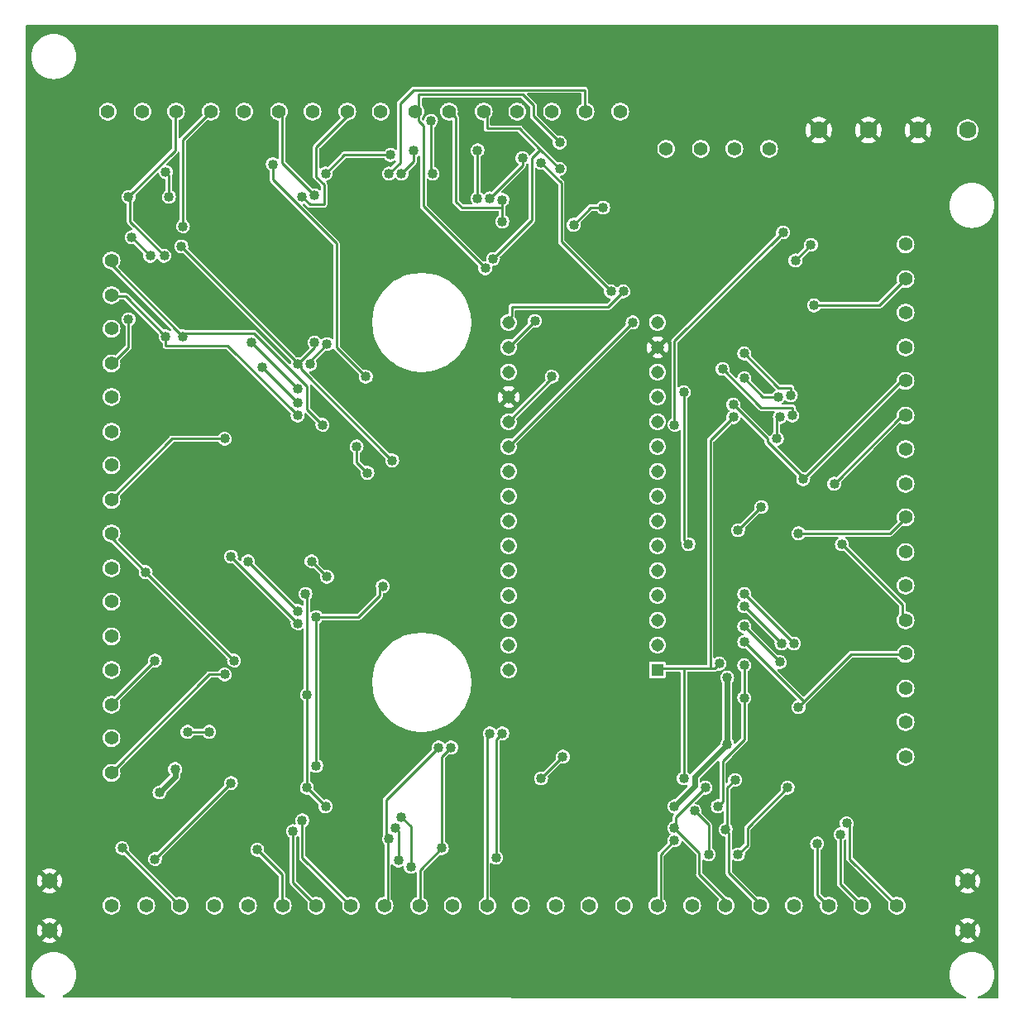
<source format=gbr>
%TF.GenerationSoftware,KiCad,Pcbnew,(6.0.9)*%
%TF.CreationDate,2023-02-21T16:03:54-05:00*%
%TF.ProjectId,CMRI_SMD_72IN_Nano_v1,434d5249-5f53-44d4-945f-3732494e5f4e,rev?*%
%TF.SameCoordinates,Original*%
%TF.FileFunction,Copper,L2,Bot*%
%TF.FilePolarity,Positive*%
%FSLAX46Y46*%
G04 Gerber Fmt 4.6, Leading zero omitted, Abs format (unit mm)*
G04 Created by KiCad (PCBNEW (6.0.9)) date 2023-02-21 16:03:54*
%MOMM*%
%LPD*%
G01*
G04 APERTURE LIST*
%TA.AperFunction,ComponentPad*%
%ADD10C,1.408000*%
%TD*%
%TA.AperFunction,ComponentPad*%
%ADD11C,1.790700*%
%TD*%
%TA.AperFunction,ComponentPad*%
%ADD12C,1.650000*%
%TD*%
%TA.AperFunction,ComponentPad*%
%ADD13R,1.308000X1.308000*%
%TD*%
%TA.AperFunction,ComponentPad*%
%ADD14C,1.308000*%
%TD*%
%TA.AperFunction,ViaPad*%
%ADD15C,1.016000*%
%TD*%
%TA.AperFunction,Conductor*%
%ADD16C,0.609600*%
%TD*%
%TA.AperFunction,Conductor*%
%ADD17C,0.254000*%
%TD*%
G04 APERTURE END LIST*
D10*
%TO.P,X31,P$1*%
%TO.N,N$68*%
X142430600Y-145316100D03*
%TO.P,X31,P$2*%
%TO.N,N$69*%
X145986600Y-145316100D03*
%TD*%
%TO.P,X32,P$1*%
%TO.N,N$66*%
X135445600Y-145316100D03*
%TO.P,X32,P$2*%
%TO.N,N$67*%
X139001600Y-145316100D03*
%TD*%
%TO.P,X21,P$1*%
%TO.N,N$51*%
X188785600Y-109121100D03*
%TO.P,X21,P$2*%
%TO.N,N$52*%
X188785600Y-105565100D03*
%TD*%
%TO.P,X15,P$1*%
%TO.N,N$10*%
X152590600Y-64036100D03*
%TO.P,X15,P$2*%
%TO.N,N$12*%
X149034600Y-64036100D03*
%TD*%
%TO.P,X40,P$1*%
%TO.N,A*%
X174815600Y-67846100D03*
%TO.P,X40,P$2*%
X171259600Y-67846100D03*
%TD*%
%TO.P,X29,P$1*%
%TO.N,N$72*%
X156400600Y-145316100D03*
%TO.P,X29,P$2*%
%TO.N,N$73*%
X159956600Y-145316100D03*
%TD*%
%TO.P,X4,P$1*%
%TO.N,N$35*%
X107505600Y-107216100D03*
%TO.P,X4,P$2*%
%TO.N,N$37*%
X107505600Y-110772100D03*
%TD*%
%TO.P,X20,P$1*%
%TO.N,N$24*%
X188785600Y-102136100D03*
%TO.P,X20,P$2*%
%TO.N,N$26*%
X188785600Y-98580100D03*
%TD*%
%TO.P,X19,P$1*%
%TO.N,N$28*%
X188785600Y-95151100D03*
%TO.P,X19,P$2*%
%TO.N,N$30*%
X188785600Y-91595100D03*
%TD*%
%TO.P,X24,P$1*%
%TO.N,N$42*%
X188785600Y-130076100D03*
%TO.P,X24,P$2*%
%TO.N,N$44*%
X188785600Y-126520100D03*
%TD*%
%TO.P,X9,P$1*%
%TO.N,N$13*%
X110680600Y-64036100D03*
%TO.P,X9,P$2*%
%TO.N,N$15*%
X107124600Y-64036100D03*
%TD*%
D11*
%TO.P,X37,1*%
%TO.N,VCC*%
X195135600Y-65941100D03*
%TO.P,X37,2*%
%TO.N,GND*%
X190055600Y-65941100D03*
%TD*%
D10*
%TO.P,X12,P$1*%
%TO.N,N$1*%
X131635600Y-64036100D03*
%TO.P,X12,P$2*%
%TO.N,N$3*%
X128079600Y-64036100D03*
%TD*%
%TO.P,X28,P$1*%
%TO.N,N$56*%
X163385600Y-145316100D03*
%TO.P,X28,P$2*%
%TO.N,N$58*%
X166941600Y-145316100D03*
%TD*%
%TO.P,X14,P$1*%
%TO.N,N$14*%
X145605600Y-64036100D03*
%TO.P,X14,P$2*%
%TO.N,N$16*%
X142049600Y-64036100D03*
%TD*%
%TO.P,X10,P$1*%
%TO.N,N$9*%
X117665600Y-64036100D03*
%TO.P,X10,P$2*%
%TO.N,N$11*%
X114109600Y-64036100D03*
%TD*%
%TO.P,X36,P$1*%
%TO.N,N$75*%
X107505600Y-145316100D03*
%TO.P,X36,P$2*%
%TO.N,N$76*%
X111061600Y-145316100D03*
%TD*%
%TO.P,X7,P$1*%
%TO.N,N$23*%
X107505600Y-86261100D03*
%TO.P,X7,P$2*%
%TO.N,N$25*%
X107505600Y-89817100D03*
%TD*%
D11*
%TO.P,X38,1*%
%TO.N,GND*%
X184975600Y-65941100D03*
%TO.P,X38,2*%
X179895600Y-65941100D03*
%TD*%
D10*
%TO.P,X35,P$1*%
%TO.N,N$77*%
X114490600Y-145316100D03*
%TO.P,X35,P$2*%
%TO.N,N$78*%
X118046600Y-145316100D03*
%TD*%
%TO.P,X34,P$1*%
%TO.N,N$79*%
X121475600Y-145316100D03*
%TO.P,X34,P$2*%
%TO.N,N$80*%
X125031600Y-145316100D03*
%TD*%
%TO.P,X6,P$1*%
%TO.N,N$27*%
X107505600Y-93246100D03*
%TO.P,X6,P$2*%
%TO.N,N$29*%
X107505600Y-96802100D03*
%TD*%
D12*
%TO.P,U$2,P$3*%
%TO.N,GND*%
X195135600Y-142776100D03*
%TO.P,U$2,P$4*%
X195135600Y-147856100D03*
%TD*%
D10*
%TO.P,X23,P$1*%
%TO.N,N$46*%
X188785600Y-123091100D03*
%TO.P,X23,P$2*%
%TO.N,N$48*%
X188785600Y-119535100D03*
%TD*%
%TO.P,X22,P$1*%
%TO.N,N$49*%
X188785600Y-116106100D03*
%TO.P,X22,P$2*%
%TO.N,N$50*%
X188785600Y-112550100D03*
%TD*%
%TO.P,X27,P$1*%
%TO.N,N$59*%
X170370600Y-145316100D03*
%TO.P,X27,P$2*%
%TO.N,N$60*%
X173926600Y-145316100D03*
%TD*%
%TO.P,X8,P$1*%
%TO.N,N$19*%
X107505600Y-79276100D03*
%TO.P,X8,P$2*%
%TO.N,N$21*%
X107505600Y-82832100D03*
%TD*%
%TO.P,X30,P$1*%
%TO.N,N$70*%
X149415600Y-145316100D03*
%TO.P,X30,P$2*%
%TO.N,N$71*%
X152971600Y-145316100D03*
%TD*%
%TO.P,X13,P$1*%
%TO.N,N$18*%
X138620600Y-64036100D03*
%TO.P,X13,P$2*%
%TO.N,N$20*%
X135064600Y-64036100D03*
%TD*%
%TO.P,X25,P$1*%
%TO.N,N$63*%
X184340600Y-145316100D03*
%TO.P,X25,P$2*%
%TO.N,N$64*%
X187896600Y-145316100D03*
%TD*%
%TO.P,X18,P$1*%
%TO.N,N$32*%
X188785600Y-88166100D03*
%TO.P,X18,P$2*%
%TO.N,N$34*%
X188785600Y-84610100D03*
%TD*%
%TO.P,X11,P$1*%
%TO.N,N$5*%
X124650600Y-64036100D03*
%TO.P,X11,P$2*%
%TO.N,N$7*%
X121094600Y-64036100D03*
%TD*%
%TO.P,X26,P$1*%
%TO.N,N$61*%
X177355600Y-145316100D03*
%TO.P,X26,P$2*%
%TO.N,N$62*%
X180911600Y-145316100D03*
%TD*%
%TO.P,X33,P$1*%
%TO.N,N$81*%
X128460600Y-145316100D03*
%TO.P,X33,P$2*%
%TO.N,N$82*%
X132016600Y-145316100D03*
%TD*%
%TO.P,X39,P$1*%
%TO.N,B*%
X167830600Y-67846100D03*
%TO.P,X39,P$2*%
X164274600Y-67846100D03*
%TD*%
%TO.P,X1,P$1*%
%TO.N,N$47*%
X107505600Y-128171100D03*
%TO.P,X1,P$2*%
%TO.N,N$57*%
X107505600Y-131727100D03*
%TD*%
%TO.P,X2,P$1*%
%TO.N,N$43*%
X107505600Y-121186100D03*
%TO.P,X2,P$2*%
%TO.N,N$45*%
X107505600Y-124742100D03*
%TD*%
%TO.P,X3,P$1*%
%TO.N,N$39*%
X107505600Y-114201100D03*
%TO.P,X3,P$2*%
%TO.N,N$41*%
X107505600Y-117757100D03*
%TD*%
%TO.P,X16,P$1*%
%TO.N,N$6*%
X159575600Y-64036100D03*
%TO.P,X16,P$2*%
%TO.N,N$8*%
X156019600Y-64036100D03*
%TD*%
%TO.P,X17,P$1*%
%TO.N,N$36*%
X188785600Y-81181100D03*
%TO.P,X17,P$2*%
%TO.N,N$38*%
X188785600Y-77625100D03*
%TD*%
%TO.P,X5,P$1*%
%TO.N,N$31*%
X107505600Y-100231100D03*
%TO.P,X5,P$2*%
%TO.N,N$33*%
X107505600Y-103787100D03*
%TD*%
D13*
%TO.P,ARDUINO_NANO1,1*%
%TO.N,SCK*%
X163385600Y-121186100D03*
D14*
%TO.P,ARDUINO_NANO1,2*%
%TO.N,N/C*%
X163385600Y-118646100D03*
%TO.P,ARDUINO_NANO1,3*%
X163385600Y-116106100D03*
%TO.P,ARDUINO_NANO1,4*%
X163385600Y-113566100D03*
%TO.P,ARDUINO_NANO1,5*%
X163385600Y-111026100D03*
%TO.P,ARDUINO_NANO1,6*%
X163385600Y-108486100D03*
%TO.P,ARDUINO_NANO1,7*%
X163385600Y-105946100D03*
%TO.P,ARDUINO_NANO1,8*%
X163385600Y-103406100D03*
%TO.P,ARDUINO_NANO1,9*%
X163385600Y-100866100D03*
%TO.P,ARDUINO_NANO1,10*%
X163385600Y-98326100D03*
%TO.P,ARDUINO_NANO1,11*%
X163385600Y-95786100D03*
%TO.P,ARDUINO_NANO1,12*%
%TO.N,5V*%
X163385600Y-93246100D03*
%TO.P,ARDUINO_NANO1,13*%
%TO.N,N/C*%
X163385600Y-90706100D03*
%TO.P,ARDUINO_NANO1,14*%
%TO.N,GND*%
X163385600Y-88166100D03*
%TO.P,ARDUINO_NANO1,15*%
%TO.N,VIN*%
X163385600Y-85626100D03*
%TO.P,ARDUINO_NANO1,16*%
%TO.N,TX*%
X148145600Y-85626100D03*
%TO.P,ARDUINO_NANO1,17*%
%TO.N,RX*%
X148145600Y-88166100D03*
%TO.P,ARDUINO_NANO1,18*%
%TO.N,N/C*%
X148145600Y-90706100D03*
%TO.P,ARDUINO_NANO1,19*%
%TO.N,GND*%
X148145600Y-93246100D03*
%TO.P,ARDUINO_NANO1,20*%
%TO.N,N$55*%
X148145600Y-95786100D03*
%TO.P,ARDUINO_NANO1,21*%
%TO.N,D3*%
X148145600Y-98326100D03*
%TO.P,ARDUINO_NANO1,22*%
%TO.N,N/C*%
X148145600Y-100866100D03*
%TO.P,ARDUINO_NANO1,23*%
X148145600Y-103406100D03*
%TO.P,ARDUINO_NANO1,24*%
X148145600Y-105946100D03*
%TO.P,ARDUINO_NANO1,25*%
X148145600Y-108486100D03*
%TO.P,ARDUINO_NANO1,26*%
X148145600Y-111026100D03*
%TO.P,ARDUINO_NANO1,27*%
%TO.N,LATCH*%
X148145600Y-113566100D03*
%TO.P,ARDUINO_NANO1,28*%
%TO.N,N/C*%
X148145600Y-116106100D03*
%TO.P,ARDUINO_NANO1,29*%
X148145600Y-118646100D03*
%TO.P,ARDUINO_NANO1,30*%
%TO.N,SO*%
X148145600Y-121186100D03*
%TD*%
D12*
%TO.P,U$1,P$3*%
%TO.N,GND*%
X101155600Y-142776100D03*
%TO.P,U$1,P$4*%
X101155600Y-147856100D03*
%TD*%
D15*
%TO.N,GND*%
X129095600Y-114201100D03*
X126555600Y-121821100D03*
X124809350Y-100072350D03*
X157353100Y-111184850D03*
X181641850Y-135632350D03*
X162909350Y-131346100D03*
X174021850Y-85149850D03*
X125761850Y-135632350D03*
X164020600Y-79752350D03*
X144970600Y-127694850D03*
X131794350Y-132774850D03*
X174021850Y-110549850D03*
X117030600Y-69274850D03*
X129095600Y-91341100D03*
X153701850Y-135632350D03*
X169735600Y-119281100D03*
X123063100Y-79593600D03*
X143700600Y-72926100D03*
X172434350Y-102294850D03*
X124809350Y-105311100D03*
X106870600Y-75942350D03*
X117030600Y-131346100D03*
%TO.N,VCC*%
X165131850Y-135156100D03*
X170529350Y-121979850D03*
X112426850Y-133727350D03*
X170529350Y-128806100D03*
X114014350Y-131346100D03*
%TO.N,N$1*%
X127031850Y-72767350D03*
%TO.N,N$5*%
X128301850Y-72608600D03*
%TO.N,N$9*%
X114808100Y-75783600D03*
%TO.N,N$11*%
X109251850Y-72767350D03*
X112903100Y-78799850D03*
%TO.N,N$13*%
X113379350Y-72767350D03*
X113061850Y-70227350D03*
%TO.N,N$15*%
X111474350Y-78799850D03*
X109569350Y-76894850D03*
%TO.N,N$19*%
X114808100Y-87054850D03*
X129095600Y-96103600D03*
%TO.N,N$21*%
X126555600Y-95151100D03*
X113061850Y-87054850D03*
%TO.N,N$23*%
X126555600Y-93881100D03*
X122904350Y-90229850D03*
%TO.N,N$25*%
X109251850Y-85308600D03*
X121793100Y-87689850D03*
X126555600Y-92452350D03*
%TO.N,N$33*%
X119094350Y-97532350D03*
%TO.N,N$35*%
X120046850Y-120233600D03*
X110998100Y-111184850D03*
%TO.N,N$37*%
X126555600Y-116423600D03*
X119729350Y-109597350D03*
%TO.N,N$39*%
X126555600Y-115153600D03*
X121475600Y-110073600D03*
%TO.N,N$41*%
X129571850Y-111661100D03*
X127984350Y-110073600D03*
%TO.N,N$45*%
X111950600Y-120233600D03*
%TO.N,N$47*%
X115284350Y-127536100D03*
X117506850Y-127536100D03*
%TO.N,N$57*%
X119094350Y-121662350D03*
%TO.N,LATCH*%
X114649350Y-77847350D03*
X136239350Y-99754850D03*
X175609350Y-97532350D03*
X175926850Y-95309850D03*
X129413100Y-135156100D03*
X126555600Y-89912350D03*
X172275600Y-124043600D03*
X128301850Y-87689850D03*
X127508100Y-133251100D03*
X169576850Y-135156100D03*
X127508100Y-123726100D03*
X127349350Y-113407350D03*
X172275600Y-120709850D03*
%TO.N,SCK*%
X135286850Y-112613600D03*
X128460600Y-131028600D03*
X127825600Y-89912350D03*
X129571850Y-87848600D03*
X171164350Y-95309850D03*
X166084350Y-132298600D03*
X128460600Y-115788600D03*
X169735600Y-120551100D03*
%TO.N,N$55*%
X152590600Y-91182350D03*
%TO.N,TX*%
X159893100Y-82451100D03*
%TO.N,RX*%
X150844350Y-85467350D03*
%TO.N,N$2*%
X133699350Y-101024850D03*
X132588100Y-98326100D03*
%TO.N,N$4*%
X124015600Y-69433600D03*
X133540600Y-91182350D03*
%TO.N,N$17*%
X174021850Y-104517350D03*
X171640600Y-106898600D03*
%TO.N,N$54*%
X176244350Y-76418600D03*
X165131850Y-96103600D03*
%TO.N,N$8*%
X135921850Y-70386100D03*
%TO.N,N$10*%
X149574350Y-68798600D03*
X140366850Y-70386100D03*
X146240600Y-72926100D03*
X140208100Y-64988600D03*
%TO.N,N$12*%
X144970600Y-72926100D03*
X144970600Y-68004850D03*
X138461850Y-68004850D03*
X137191850Y-70386100D03*
%TO.N,N$14*%
X153384350Y-69909850D03*
X146558100Y-79117350D03*
%TO.N,N$16*%
X147510600Y-75307350D03*
X147510600Y-73084850D03*
%TO.N,N$18*%
X153384350Y-67211100D03*
X145764350Y-80069850D03*
%TO.N,N$20*%
X157829350Y-73878600D03*
X154813100Y-75624850D03*
%TO.N,N$22*%
X136080600Y-68481100D03*
X129413100Y-70386100D03*
%TO.N,N$24*%
X172275600Y-88801100D03*
X177038100Y-93087350D03*
%TO.N,N$26*%
X177196850Y-95151100D03*
X170053100Y-90388600D03*
%TO.N,N$28*%
X175768100Y-93246100D03*
X172275600Y-91341100D03*
X181483100Y-102136100D03*
%TO.N,N$30*%
X178308100Y-101659850D03*
X171164350Y-94039850D03*
%TO.N,N$36*%
X179419350Y-83879850D03*
%TO.N,N$40*%
X158623100Y-82451100D03*
X151479350Y-69274850D03*
%TO.N,N$42*%
X172275600Y-114677350D03*
X176085600Y-118487350D03*
%TO.N,N$46*%
X172275600Y-116741100D03*
X175926850Y-120392350D03*
%TO.N,N$48*%
X172275600Y-118328600D03*
X177831850Y-124996100D03*
%TO.N,N$49*%
X182276850Y-108327350D03*
%TO.N,N$52*%
X177831850Y-107216100D03*
%TO.N,N$53*%
X166084350Y-92769850D03*
X166560600Y-108327350D03*
%TO.N,N$56*%
X165131850Y-138648600D03*
%TO.N,N$58*%
X171640600Y-140077350D03*
X167195600Y-135632350D03*
X168624350Y-140077350D03*
X176720600Y-133251100D03*
%TO.N,N$59*%
X165131850Y-137378600D03*
X168306850Y-133251100D03*
%TO.N,N$60*%
X171323100Y-132457350D03*
X170370600Y-137537350D03*
%TO.N,N$62*%
X179736850Y-138966100D03*
%TO.N,N$63*%
X182118100Y-138013600D03*
%TO.N,N$64*%
X182753100Y-136902350D03*
%TO.N,N$65*%
X177355600Y-118487350D03*
X172275600Y-113407350D03*
%TO.N,N$66*%
X135921850Y-138489850D03*
X141001850Y-129123600D03*
%TO.N,N$67*%
X141319350Y-139442350D03*
X142271850Y-129123600D03*
%TO.N,N$68*%
X136556850Y-137378600D03*
X136874350Y-140712350D03*
X146875600Y-140394850D03*
X147510600Y-127694850D03*
%TO.N,N$69*%
X146240600Y-127694850D03*
X138144350Y-141347350D03*
X137191850Y-136267350D03*
%TO.N,N$75*%
X111950600Y-140553600D03*
X119729350Y-132774850D03*
%TO.N,N$77*%
X108616850Y-139442350D03*
%TO.N,N$80*%
X122428100Y-139601100D03*
%TO.N,N$81*%
X126079350Y-137696100D03*
%TO.N,N$82*%
X127031850Y-136584850D03*
%TO.N,N$83*%
X153701850Y-130076100D03*
X151479350Y-132298600D03*
%TO.N,D3*%
X179101850Y-77688600D03*
X160845600Y-85626100D03*
X177514350Y-79276100D03*
%TD*%
D16*
%TO.N,VCC*%
X167195600Y-133092350D02*
X167195600Y-132139850D01*
X165131850Y-135156100D02*
X167195600Y-133092350D01*
X114014350Y-131346100D02*
X114014350Y-132139850D01*
X170529350Y-128806100D02*
X170529350Y-121979850D01*
X114014350Y-132139850D02*
X112426850Y-133727350D01*
X167195600Y-132139850D02*
X170529350Y-128806100D01*
D17*
%TO.N,N$1*%
X129254350Y-73561100D02*
X127825600Y-73561100D01*
X127825600Y-73561100D02*
X127031850Y-72767350D01*
X131635600Y-64512350D02*
X128460600Y-67687350D01*
X128460600Y-67687350D02*
X128460600Y-70703600D01*
X128460600Y-70703600D02*
X129254350Y-71497350D01*
X131635600Y-64036100D02*
X131635600Y-64512350D01*
X129254350Y-71497350D02*
X129254350Y-73561100D01*
%TO.N,N$5*%
X124650600Y-64036100D02*
X124968100Y-64353600D01*
X124968100Y-69274850D02*
X128301850Y-72608600D01*
X124968100Y-64353600D02*
X124968100Y-69274850D01*
%TO.N,N$9*%
X114808100Y-66893600D02*
X117665600Y-64036100D01*
X114808100Y-75783600D02*
X114808100Y-66893600D01*
%TO.N,N$11*%
X109410600Y-72767350D02*
X109410600Y-75307350D01*
X109410600Y-72767350D02*
X109251850Y-72767350D01*
X114014350Y-68004850D02*
X109251850Y-72767350D01*
X109410600Y-75307350D02*
X112903100Y-78799850D01*
X114014350Y-64036100D02*
X114109600Y-64036100D01*
X114014350Y-64036100D02*
X114014350Y-68004850D01*
%TO.N,N$13*%
X113379350Y-70544850D02*
X113061850Y-70227350D01*
X113379350Y-72767350D02*
X113379350Y-70544850D01*
%TO.N,N$15*%
X109569350Y-76894850D02*
X111474350Y-78799850D01*
%TO.N,N$19*%
X122110600Y-86737350D02*
X127508100Y-92134850D01*
X107505600Y-79276100D02*
X107505600Y-79752350D01*
X127508100Y-92134850D02*
X127508100Y-94516100D01*
X114649350Y-86737350D02*
X114808100Y-87054850D01*
X127508100Y-94516100D02*
X129095600Y-96103600D01*
X114649350Y-86737350D02*
X122110600Y-86737350D01*
X107505600Y-79752350D02*
X114808100Y-87054850D01*
%TO.N,N$21*%
X113061850Y-87054850D02*
X113061850Y-88007350D01*
X107505600Y-82927350D02*
X108934350Y-82927350D01*
X108934350Y-82927350D02*
X113061850Y-87054850D01*
X113061850Y-88007350D02*
X119411850Y-88007350D01*
X119411850Y-88007350D02*
X126555600Y-95151100D01*
X107505600Y-82927350D02*
X107505600Y-82832100D01*
%TO.N,N$23*%
X122904350Y-90229850D02*
X126555600Y-93881100D01*
%TO.N,N$25*%
X121793100Y-87689850D02*
X126555600Y-92452350D01*
X109251850Y-88166100D02*
X109251850Y-85308600D01*
X107505600Y-89912350D02*
X107505600Y-89817100D01*
X107505600Y-89912350D02*
X109251850Y-88166100D01*
%TO.N,N$33*%
X119094350Y-97532350D02*
X113696850Y-97532350D01*
X113696850Y-97532350D02*
X107505600Y-103723600D01*
X107505600Y-103723600D02*
X107505600Y-103787100D01*
%TO.N,N$35*%
X107505600Y-107216100D02*
X107505600Y-107692350D01*
X110998100Y-111184850D02*
X120046850Y-120233600D01*
X107505600Y-107692350D02*
X110998100Y-111184850D01*
%TO.N,N$37*%
X119729350Y-109597350D02*
X126555600Y-116423600D01*
%TO.N,N$39*%
X121475600Y-110073600D02*
X126555600Y-115153600D01*
%TO.N,N$41*%
X127984350Y-110073600D02*
X129571850Y-111661100D01*
%TO.N,N$45*%
X111950600Y-120233600D02*
X107505600Y-124678600D01*
X107505600Y-124678600D02*
X107505600Y-124742100D01*
%TO.N,N$47*%
X117506850Y-127536100D02*
X115284350Y-127536100D01*
%TO.N,N$57*%
X107505600Y-131663600D02*
X107505600Y-131727100D01*
X117506850Y-121662350D02*
X107505600Y-131663600D01*
X119094350Y-121662350D02*
X117506850Y-121662350D01*
%TO.N,LATCH*%
X126873100Y-90071100D02*
X126714350Y-89912350D01*
X170053100Y-134679850D02*
X169576850Y-135156100D01*
X129413100Y-135156100D02*
X127508100Y-133251100D01*
X170053100Y-130552350D02*
X170053100Y-134679850D01*
X127508100Y-113566100D02*
X127349350Y-113407350D01*
X128301850Y-87689850D02*
X128301850Y-88166100D01*
X126873100Y-90388600D02*
X126873100Y-90071100D01*
X175609350Y-95627350D02*
X175926850Y-95309850D01*
X126555600Y-89753600D02*
X126555600Y-89912350D01*
X127508100Y-123726100D02*
X127508100Y-113566100D01*
X136239350Y-99754850D02*
X126873100Y-90388600D01*
X172275600Y-120709850D02*
X172275600Y-124043600D01*
X126555600Y-89753600D02*
X114649350Y-77847350D01*
X128301850Y-88166100D02*
X126555600Y-89912350D01*
X175609350Y-97532350D02*
X175609350Y-95627350D01*
X126714350Y-89912350D02*
X126555600Y-89912350D01*
X127508100Y-133251100D02*
X127508100Y-123726100D01*
X172275600Y-128329850D02*
X170053100Y-130552350D01*
X172275600Y-124043600D02*
X172275600Y-128329850D01*
%TO.N,SCK*%
X168783100Y-121027350D02*
X168783100Y-97691100D01*
X134969350Y-113566100D02*
X134969350Y-112931100D01*
X127825600Y-89912350D02*
X127825600Y-89594850D01*
X128460600Y-131028600D02*
X128460600Y-115788600D01*
X134969350Y-112931100D02*
X135286850Y-112613600D01*
X168783100Y-121027350D02*
X169259350Y-121027350D01*
X163385600Y-121186100D02*
X163385600Y-121027350D01*
X169259350Y-121027350D02*
X169735600Y-120551100D01*
X166084350Y-132298600D02*
X166084350Y-121027350D01*
X166084350Y-121027350D02*
X168783100Y-121027350D01*
X163385600Y-121027350D02*
X166084350Y-121027350D01*
X168783100Y-97691100D02*
X171164350Y-95309850D01*
X127825600Y-89594850D02*
X129571850Y-87848600D01*
X132746850Y-115788600D02*
X134969350Y-113566100D01*
X128460600Y-115788600D02*
X132746850Y-115788600D01*
%TO.N,N$55*%
X152590600Y-91341100D02*
X148145600Y-95786100D01*
X152590600Y-91182350D02*
X152590600Y-91341100D01*
%TO.N,TX*%
X148145600Y-85308600D02*
X148463100Y-84991100D01*
X148463100Y-84991100D02*
X148463100Y-84038600D01*
X148463100Y-84038600D02*
X158305600Y-84038600D01*
X158305600Y-84038600D02*
X159893100Y-82451100D01*
X148145600Y-85626100D02*
X148145600Y-85308600D01*
%TO.N,RX*%
X148145600Y-88166100D02*
X150844350Y-85467350D01*
%TO.N,N$2*%
X132588100Y-99913600D02*
X133699350Y-101024850D01*
X132588100Y-98326100D02*
X132588100Y-99913600D01*
%TO.N,N$4*%
X130524350Y-88166100D02*
X133540600Y-91182350D01*
X124015600Y-69433600D02*
X124015600Y-71021100D01*
X124015600Y-71021100D02*
X130524350Y-77529850D01*
X130524350Y-77529850D02*
X130524350Y-88166100D01*
%TO.N,N$17*%
X171640600Y-106898600D02*
X174021850Y-104517350D01*
%TO.N,N$54*%
X165131850Y-87531100D02*
X176244350Y-76418600D01*
X165131850Y-96103600D02*
X165131850Y-87531100D01*
%TO.N,N$8*%
X155924350Y-64036100D02*
X155924350Y-61813600D01*
X155924350Y-64036100D02*
X156019600Y-64036100D01*
X137033100Y-69274850D02*
X135921850Y-70386100D01*
X138461850Y-61813600D02*
X137033100Y-63242350D01*
X155924350Y-61813600D02*
X138461850Y-61813600D01*
X137033100Y-63242350D02*
X137033100Y-69274850D01*
%TO.N,N$10*%
X149574350Y-68798600D02*
X149574350Y-69592350D01*
X149574350Y-69592350D02*
X146240600Y-72926100D01*
X140208100Y-70227350D02*
X140366850Y-70386100D01*
X140208100Y-64988600D02*
X140208100Y-70227350D01*
%TO.N,N$12*%
X138461850Y-69116100D02*
X137191850Y-70386100D01*
X144970600Y-68004850D02*
X144970600Y-72926100D01*
X138461850Y-68004850D02*
X138461850Y-69116100D01*
%TO.N,N$14*%
X150526850Y-75148600D02*
X146558100Y-79117350D01*
X145923100Y-65782350D02*
X149256850Y-65782350D01*
X149256850Y-65782350D02*
X151399975Y-67925475D01*
X150526850Y-68798600D02*
X150526850Y-75148600D01*
X145605600Y-64036100D02*
X145923100Y-64353600D01*
X151399975Y-67925475D02*
X150526850Y-68798600D01*
X145923100Y-64353600D02*
X145923100Y-65782350D01*
X151399975Y-67925475D02*
X153384350Y-69909850D01*
%TO.N,N$16*%
X147510600Y-73878600D02*
X143383100Y-73878600D01*
X147510600Y-75307350D02*
X147510600Y-73878600D01*
X142748100Y-64671100D02*
X142113100Y-64036100D01*
X142113100Y-64036100D02*
X142049600Y-64036100D01*
X147510600Y-73878600D02*
X147510600Y-73084850D01*
X142748100Y-73243600D02*
X142748100Y-64671100D01*
X143383100Y-73878600D02*
X142748100Y-73243600D01*
%TO.N,N$18*%
X138938100Y-62289850D02*
X149574350Y-62289850D01*
X138620600Y-64036100D02*
X138938100Y-63718600D01*
X139414350Y-65464850D02*
X139414350Y-73719850D01*
X138938100Y-63877350D02*
X138938100Y-64988600D01*
X138938100Y-64988600D02*
X139414350Y-65464850D01*
X138938100Y-63877350D02*
X138620600Y-64036100D01*
X138938100Y-63718600D02*
X138938100Y-62289850D01*
X150685600Y-63401100D02*
X150685600Y-64512350D01*
X150685600Y-64512350D02*
X153384350Y-67211100D01*
X149574350Y-62289850D02*
X150685600Y-63401100D01*
X139414350Y-73719850D02*
X145764350Y-80069850D01*
%TO.N,N$20*%
X157829350Y-73878600D02*
X156559350Y-73878600D01*
X156559350Y-73878600D02*
X154813100Y-75624850D01*
%TO.N,N$22*%
X136080600Y-68481100D02*
X131318100Y-68481100D01*
X131318100Y-68481100D02*
X129413100Y-70386100D01*
%TO.N,N$24*%
X177038100Y-93087350D02*
X177038100Y-92293600D01*
X175768100Y-92293600D02*
X172275600Y-88801100D01*
X177038100Y-92293600D02*
X175768100Y-92293600D01*
%TO.N,N$26*%
X177196850Y-95151100D02*
X177196850Y-94357350D01*
X177196850Y-94357350D02*
X174021850Y-94357350D01*
X174021850Y-94357350D02*
X170053100Y-90388600D01*
%TO.N,N$28*%
X175768100Y-93246100D02*
X174180600Y-93246100D01*
X188785600Y-95151100D02*
X188468100Y-95151100D01*
X174180600Y-93246100D02*
X172275600Y-91341100D01*
X188468100Y-95151100D02*
X181483100Y-102136100D01*
%TO.N,N$30*%
X188309350Y-91658600D02*
X178308100Y-101659850D01*
X174656850Y-97532350D02*
X171164350Y-94039850D01*
X188785600Y-91658600D02*
X188309350Y-91658600D01*
X178308100Y-101501100D02*
X174656850Y-97849850D01*
X178308100Y-101501100D02*
X178308100Y-101659850D01*
X174656850Y-97849850D02*
X174656850Y-97532350D01*
X188785600Y-91658600D02*
X188785600Y-91595100D01*
%TO.N,N$36*%
X186086850Y-83879850D02*
X188785600Y-81181100D01*
X179419350Y-83879850D02*
X186086850Y-83879850D01*
%TO.N,N$40*%
X158623100Y-82451100D02*
X153543100Y-77371100D01*
X153543100Y-71338600D02*
X151479350Y-69274850D01*
X153543100Y-77371100D02*
X153543100Y-71338600D01*
%TO.N,N$42*%
X176085600Y-118487350D02*
X172275600Y-114677350D01*
%TO.N,N$46*%
X175926850Y-120392350D02*
X172275600Y-116741100D01*
%TO.N,N$48*%
X188785600Y-119598600D02*
X188785600Y-119535100D01*
X178387475Y-124440475D02*
X177831850Y-124996100D01*
X178387475Y-124440475D02*
X172275600Y-118328600D01*
X188785600Y-119598600D02*
X183229350Y-119598600D01*
X183229350Y-119598600D02*
X178387475Y-124440475D01*
%TO.N,N$49*%
X188785600Y-116106100D02*
X188468100Y-115788600D01*
X188468100Y-115788600D02*
X188468100Y-114518600D01*
X188468100Y-114518600D02*
X182276850Y-108327350D01*
%TO.N,N$52*%
X188785600Y-105628600D02*
X188785600Y-105565100D01*
X177831850Y-107216100D02*
X187198100Y-107216100D01*
X187198100Y-107216100D02*
X188785600Y-105628600D01*
%TO.N,N$53*%
X166084350Y-107851100D02*
X166560600Y-108327350D01*
X166084350Y-92769850D02*
X166084350Y-107851100D01*
%TO.N,N$56*%
X163385600Y-145316100D02*
X163703100Y-144998600D01*
X163703100Y-144998600D02*
X163703100Y-140077350D01*
X163703100Y-140077350D02*
X165131850Y-138648600D01*
%TO.N,N$58*%
X172593100Y-139124850D02*
X172593100Y-137378600D01*
X168624350Y-137061100D02*
X167195600Y-135632350D01*
X172593100Y-137378600D02*
X176720600Y-133251100D01*
X171640600Y-140077350D02*
X172593100Y-139124850D01*
X168624350Y-140077350D02*
X168624350Y-137061100D01*
%TO.N,N$59*%
X167671850Y-139918600D02*
X165131850Y-137378600D01*
X170370600Y-144839850D02*
X167671850Y-142141100D01*
X167671850Y-142141100D02*
X167671850Y-139918600D01*
X165290600Y-137378600D02*
X165131850Y-137378600D01*
X165290600Y-136267350D02*
X168306850Y-133251100D01*
X165290600Y-137378600D02*
X165290600Y-136267350D01*
X170370600Y-145316100D02*
X170370600Y-144839850D01*
%TO.N,N$60*%
X170529350Y-137537350D02*
X170529350Y-133251100D01*
X173863100Y-145157350D02*
X170688100Y-141982350D01*
X170529350Y-133251100D02*
X171323100Y-132457350D01*
X170688100Y-137854850D02*
X170370600Y-137537350D01*
X170688100Y-141982350D02*
X170688100Y-137854850D01*
X173863100Y-145316100D02*
X173926600Y-145316100D01*
X173863100Y-145316100D02*
X173863100Y-145157350D01*
X170529350Y-137537350D02*
X170370600Y-137537350D01*
%TO.N,N$62*%
X179736850Y-144204850D02*
X180848100Y-145316100D01*
X180848100Y-145316100D02*
X180911600Y-145316100D01*
X179736850Y-138966100D02*
X179736850Y-144204850D01*
%TO.N,N$63*%
X182118100Y-138013600D02*
X182118100Y-143093600D01*
X182118100Y-143093600D02*
X184340600Y-145316100D01*
%TO.N,N$64*%
X182753100Y-136902350D02*
X183070600Y-137219850D01*
X183070600Y-137219850D02*
X183070600Y-140553600D01*
X183070600Y-140553600D02*
X187833100Y-145316100D01*
X187833100Y-145316100D02*
X187896600Y-145316100D01*
%TO.N,N$65*%
X172275600Y-113407350D02*
X177355600Y-118487350D01*
%TO.N,N$66*%
X135604350Y-134521100D02*
X141001850Y-129123600D01*
X135763100Y-138648600D02*
X135921850Y-138489850D01*
X135763100Y-138489850D02*
X135604350Y-138331100D01*
X135604350Y-138331100D02*
X135604350Y-134521100D01*
X135763100Y-144998600D02*
X135763100Y-138648600D01*
X135763100Y-138489850D02*
X135921850Y-138489850D01*
X135445600Y-145316100D02*
X135763100Y-144998600D01*
%TO.N,N$67*%
X141319350Y-139442350D02*
X141319350Y-130076100D01*
X139096850Y-145316100D02*
X139001600Y-145316100D01*
X139096850Y-145316100D02*
X139096850Y-141664850D01*
X141319350Y-130076100D02*
X142271850Y-129123600D01*
X139096850Y-141664850D02*
X141319350Y-139442350D01*
%TO.N,N$68*%
X146875600Y-140394850D02*
X146875600Y-128329850D01*
X146875600Y-128329850D02*
X147510600Y-127694850D01*
X136874350Y-137696100D02*
X136556850Y-137378600D01*
X136874350Y-140712350D02*
X136874350Y-137696100D01*
%TO.N,N$69*%
X145923100Y-145316100D02*
X145986600Y-145316100D01*
X145923100Y-128012350D02*
X146240600Y-127694850D01*
X138144350Y-137219850D02*
X137191850Y-136267350D01*
X138144350Y-141347350D02*
X138144350Y-137219850D01*
X145923100Y-145316100D02*
X145923100Y-128012350D01*
%TO.N,N$75*%
X111950600Y-140553600D02*
X119729350Y-132774850D01*
%TO.N,N$77*%
X108616850Y-139442350D02*
X114490600Y-145316100D01*
%TO.N,N$80*%
X124968100Y-142141100D02*
X122428100Y-139601100D01*
X124968100Y-145316100D02*
X124968100Y-142141100D01*
X124968100Y-145316100D02*
X125031600Y-145316100D01*
%TO.N,N$81*%
X126079350Y-142934850D02*
X128460600Y-145316100D01*
X126079350Y-137696100D02*
X126079350Y-142934850D01*
%TO.N,N$82*%
X127031850Y-140394850D02*
X131953100Y-145316100D01*
X127031850Y-136584850D02*
X127031850Y-140394850D01*
X131953100Y-145316100D02*
X132016600Y-145316100D01*
%TO.N,N$83*%
X153701850Y-130076100D02*
X151479350Y-132298600D01*
%TO.N,D3*%
X148145600Y-98326100D02*
X160845600Y-85626100D01*
X177514350Y-79276100D02*
X179101850Y-77688600D01*
%TD*%
%TA.AperFunction,Conductor*%
%TO.N,GND*%
G36*
X198243631Y-55210813D02*
G01*
X198280176Y-55261113D01*
X198285100Y-55292200D01*
X198285100Y-154714839D01*
X198265887Y-154773970D01*
X198215587Y-154810515D01*
X198184375Y-154815439D01*
X196237723Y-154812957D01*
X196178616Y-154793669D01*
X196142135Y-154743322D01*
X196142214Y-154681148D01*
X196178824Y-154630895D01*
X196205514Y-154617096D01*
X196290753Y-154588161D01*
X196462252Y-154529945D01*
X196594285Y-154464833D01*
X196729758Y-154398026D01*
X196729761Y-154398024D01*
X196732718Y-154396566D01*
X196983461Y-154229025D01*
X197210189Y-154030189D01*
X197409025Y-153803461D01*
X197576566Y-153552718D01*
X197709945Y-153282252D01*
X197806880Y-152996691D01*
X197865713Y-152700920D01*
X197885436Y-152400000D01*
X197865713Y-152099080D01*
X197806880Y-151803309D01*
X197709945Y-151517748D01*
X197576566Y-151247282D01*
X197409025Y-150996539D01*
X197210189Y-150769811D01*
X196983461Y-150570975D01*
X196732718Y-150403434D01*
X196729761Y-150401976D01*
X196729758Y-150401974D01*
X196594285Y-150335167D01*
X196462252Y-150270055D01*
X196319472Y-150221588D01*
X196179812Y-150174179D01*
X196179806Y-150174177D01*
X196176691Y-150173120D01*
X196173461Y-150172477D01*
X196173459Y-150172477D01*
X195884148Y-150114929D01*
X195884147Y-150114929D01*
X195880920Y-150114287D01*
X195859876Y-150112908D01*
X195656935Y-150099606D01*
X195656920Y-150099606D01*
X195655310Y-150099500D01*
X195504690Y-150099500D01*
X195503080Y-150099606D01*
X195503065Y-150099606D01*
X195300124Y-150112908D01*
X195279080Y-150114287D01*
X195275853Y-150114929D01*
X195275852Y-150114929D01*
X194986541Y-150172477D01*
X194986539Y-150172477D01*
X194983309Y-150173120D01*
X194980194Y-150174177D01*
X194980188Y-150174179D01*
X194840528Y-150221588D01*
X194697748Y-150270055D01*
X194565715Y-150335167D01*
X194430242Y-150401974D01*
X194430239Y-150401976D01*
X194427282Y-150403434D01*
X194176539Y-150570975D01*
X193949811Y-150769811D01*
X193750975Y-150996539D01*
X193583434Y-151247282D01*
X193450055Y-151517748D01*
X193353120Y-151803309D01*
X193294287Y-152099080D01*
X193274564Y-152400000D01*
X193294287Y-152700920D01*
X193353120Y-152996691D01*
X193450055Y-153282252D01*
X193583434Y-153552718D01*
X193750975Y-153803461D01*
X193949811Y-154030189D01*
X194176539Y-154229025D01*
X194427282Y-154396566D01*
X194430239Y-154398024D01*
X194430242Y-154398026D01*
X194565715Y-154464833D01*
X194697748Y-154529945D01*
X194949527Y-154615412D01*
X194999343Y-154652612D01*
X195017780Y-154711990D01*
X194997795Y-154770864D01*
X194947021Y-154806748D01*
X194917061Y-154811273D01*
X102581794Y-154693560D01*
X102522687Y-154674272D01*
X102486206Y-154623925D01*
X102486285Y-154561751D01*
X102522895Y-154511498D01*
X102537428Y-154502735D01*
X102749758Y-154398026D01*
X102749761Y-154398024D01*
X102752718Y-154396566D01*
X103003461Y-154229025D01*
X103230189Y-154030189D01*
X103429025Y-153803461D01*
X103596566Y-153552718D01*
X103729945Y-153282252D01*
X103826880Y-152996691D01*
X103885713Y-152700920D01*
X103905436Y-152400000D01*
X103885713Y-152099080D01*
X103826880Y-151803309D01*
X103729945Y-151517748D01*
X103596566Y-151247282D01*
X103429025Y-150996539D01*
X103230189Y-150769811D01*
X103003461Y-150570975D01*
X102752718Y-150403434D01*
X102749761Y-150401976D01*
X102749758Y-150401974D01*
X102614285Y-150335167D01*
X102482252Y-150270055D01*
X102339472Y-150221588D01*
X102199812Y-150174179D01*
X102199806Y-150174177D01*
X102196691Y-150173120D01*
X102193461Y-150172477D01*
X102193459Y-150172477D01*
X101904148Y-150114929D01*
X101904147Y-150114929D01*
X101900920Y-150114287D01*
X101879876Y-150112908D01*
X101676935Y-150099606D01*
X101676920Y-150099606D01*
X101675310Y-150099500D01*
X101524690Y-150099500D01*
X101523080Y-150099606D01*
X101523065Y-150099606D01*
X101320124Y-150112908D01*
X101299080Y-150114287D01*
X101295853Y-150114929D01*
X101295852Y-150114929D01*
X101006541Y-150172477D01*
X101006539Y-150172477D01*
X101003309Y-150173120D01*
X101000194Y-150174177D01*
X101000188Y-150174179D01*
X100860528Y-150221588D01*
X100717748Y-150270055D01*
X100585715Y-150335167D01*
X100450242Y-150401974D01*
X100450239Y-150401976D01*
X100447282Y-150403434D01*
X100196539Y-150570975D01*
X99969811Y-150769811D01*
X99770975Y-150996539D01*
X99603434Y-151247282D01*
X99470055Y-151517748D01*
X99373120Y-151803309D01*
X99314287Y-152099080D01*
X99294564Y-152400000D01*
X99314287Y-152700920D01*
X99373120Y-152996691D01*
X99470055Y-153282252D01*
X99603434Y-153552718D01*
X99770975Y-153803461D01*
X99969811Y-154030189D01*
X100196539Y-154229025D01*
X100447282Y-154396566D01*
X100450239Y-154398024D01*
X100450242Y-154398026D01*
X100657482Y-154500225D01*
X100702018Y-154543609D01*
X100712547Y-154604885D01*
X100685048Y-154660648D01*
X100630025Y-154689597D01*
X100612861Y-154691050D01*
X99741091Y-154689938D01*
X98817572Y-154688761D01*
X98758465Y-154669473D01*
X98721984Y-154619126D01*
X98717100Y-154588161D01*
X98717100Y-148909885D01*
X100430463Y-148909885D01*
X100430563Y-148910516D01*
X100435469Y-148916159D01*
X100508855Y-148967545D01*
X100516429Y-148971918D01*
X100711681Y-149062966D01*
X100719906Y-149065959D01*
X100927989Y-149121715D01*
X100936618Y-149123236D01*
X101151222Y-149142012D01*
X101159978Y-149142012D01*
X101374582Y-149123236D01*
X101383211Y-149121715D01*
X101591294Y-149065959D01*
X101599519Y-149062966D01*
X101794771Y-148971918D01*
X101802345Y-148967545D01*
X101872796Y-148918215D01*
X101879073Y-148909885D01*
X194410463Y-148909885D01*
X194410563Y-148910516D01*
X194415469Y-148916159D01*
X194488855Y-148967545D01*
X194496429Y-148971918D01*
X194691681Y-149062966D01*
X194699906Y-149065959D01*
X194907989Y-149121715D01*
X194916618Y-149123236D01*
X195131222Y-149142012D01*
X195139978Y-149142012D01*
X195354582Y-149123236D01*
X195363211Y-149121715D01*
X195571294Y-149065959D01*
X195579519Y-149062966D01*
X195774771Y-148971918D01*
X195782345Y-148967545D01*
X195852796Y-148918215D01*
X195860954Y-148907388D01*
X195860966Y-148906747D01*
X195857116Y-148900340D01*
X195146868Y-148190092D01*
X195134789Y-148183937D01*
X195129677Y-148184747D01*
X194416618Y-148897806D01*
X194410463Y-148909885D01*
X101879073Y-148909885D01*
X101880954Y-148907388D01*
X101880966Y-148906747D01*
X101877116Y-148900340D01*
X101166868Y-148190092D01*
X101154789Y-148183937D01*
X101149677Y-148184747D01*
X100436618Y-148897806D01*
X100430463Y-148909885D01*
X98717100Y-148909885D01*
X98717100Y-147860478D01*
X99869688Y-147860478D01*
X99888464Y-148075082D01*
X99889985Y-148083711D01*
X99945740Y-148291792D01*
X99948737Y-148300025D01*
X100039779Y-148495265D01*
X100044154Y-148502844D01*
X100093488Y-148573299D01*
X100104310Y-148581454D01*
X100104952Y-148581466D01*
X100111362Y-148577614D01*
X100821608Y-147867368D01*
X100826936Y-147856911D01*
X101483437Y-147856911D01*
X101484247Y-147862023D01*
X102197306Y-148575082D01*
X102209385Y-148581237D01*
X102210017Y-148581137D01*
X102215658Y-148576233D01*
X102267046Y-148502844D01*
X102271421Y-148495265D01*
X102362463Y-148300025D01*
X102365460Y-148291792D01*
X102421215Y-148083711D01*
X102422736Y-148075082D01*
X102441512Y-147860478D01*
X193849688Y-147860478D01*
X193868464Y-148075082D01*
X193869985Y-148083711D01*
X193925740Y-148291792D01*
X193928737Y-148300025D01*
X194019779Y-148495265D01*
X194024154Y-148502844D01*
X194073488Y-148573299D01*
X194084310Y-148581454D01*
X194084952Y-148581466D01*
X194091362Y-148577614D01*
X194801608Y-147867368D01*
X194806936Y-147856911D01*
X195463437Y-147856911D01*
X195464247Y-147862023D01*
X196177306Y-148575082D01*
X196189385Y-148581237D01*
X196190017Y-148581137D01*
X196195658Y-148576233D01*
X196247046Y-148502844D01*
X196251421Y-148495265D01*
X196342463Y-148300025D01*
X196345460Y-148291792D01*
X196401215Y-148083711D01*
X196402736Y-148075082D01*
X196421512Y-147860478D01*
X196421512Y-147851722D01*
X196402736Y-147637118D01*
X196401215Y-147628489D01*
X196345460Y-147420408D01*
X196342463Y-147412175D01*
X196251421Y-147216935D01*
X196247046Y-147209356D01*
X196197712Y-147138901D01*
X196186890Y-147130746D01*
X196186248Y-147130734D01*
X196179838Y-147134586D01*
X195469592Y-147844832D01*
X195463437Y-147856911D01*
X194806936Y-147856911D01*
X194807763Y-147855289D01*
X194806953Y-147850177D01*
X194093894Y-147137118D01*
X194081815Y-147130963D01*
X194081183Y-147131063D01*
X194075542Y-147135967D01*
X194024154Y-147209356D01*
X194019779Y-147216935D01*
X193928737Y-147412175D01*
X193925740Y-147420408D01*
X193869985Y-147628489D01*
X193868464Y-147637118D01*
X193849688Y-147851722D01*
X193849688Y-147860478D01*
X102441512Y-147860478D01*
X102441512Y-147851722D01*
X102422736Y-147637118D01*
X102421215Y-147628489D01*
X102365460Y-147420408D01*
X102362463Y-147412175D01*
X102271421Y-147216935D01*
X102267046Y-147209356D01*
X102217712Y-147138901D01*
X102206890Y-147130746D01*
X102206248Y-147130734D01*
X102199838Y-147134586D01*
X101489592Y-147844832D01*
X101483437Y-147856911D01*
X100826936Y-147856911D01*
X100827763Y-147855289D01*
X100826953Y-147850177D01*
X100113894Y-147137118D01*
X100101815Y-147130963D01*
X100101183Y-147131063D01*
X100095542Y-147135967D01*
X100044154Y-147209356D01*
X100039779Y-147216935D01*
X99948737Y-147412175D01*
X99945740Y-147420408D01*
X99889985Y-147628489D01*
X99888464Y-147637118D01*
X99869688Y-147851722D01*
X99869688Y-147860478D01*
X98717100Y-147860478D01*
X98717100Y-146805452D01*
X100430234Y-146805452D01*
X100434086Y-146811862D01*
X101144332Y-147522108D01*
X101156411Y-147528263D01*
X101161523Y-147527453D01*
X101874582Y-146814394D01*
X101879139Y-146805452D01*
X194410234Y-146805452D01*
X194414086Y-146811862D01*
X195124332Y-147522108D01*
X195136411Y-147528263D01*
X195141523Y-147527453D01*
X195854582Y-146814394D01*
X195860737Y-146802315D01*
X195860637Y-146801684D01*
X195855731Y-146796041D01*
X195782345Y-146744655D01*
X195774771Y-146740282D01*
X195579519Y-146649234D01*
X195571294Y-146646241D01*
X195363211Y-146590485D01*
X195354582Y-146588964D01*
X195139978Y-146570188D01*
X195131222Y-146570188D01*
X194916618Y-146588964D01*
X194907989Y-146590485D01*
X194699908Y-146646240D01*
X194691675Y-146649237D01*
X194496435Y-146740279D01*
X194488856Y-146744654D01*
X194418401Y-146793988D01*
X194410246Y-146804810D01*
X194410234Y-146805452D01*
X101879139Y-146805452D01*
X101880737Y-146802315D01*
X101880637Y-146801684D01*
X101875731Y-146796041D01*
X101802345Y-146744655D01*
X101794771Y-146740282D01*
X101599519Y-146649234D01*
X101591294Y-146646241D01*
X101383211Y-146590485D01*
X101374582Y-146588964D01*
X101159978Y-146570188D01*
X101151222Y-146570188D01*
X100936618Y-146588964D01*
X100927989Y-146590485D01*
X100719908Y-146646240D01*
X100711675Y-146649237D01*
X100516435Y-146740279D01*
X100508856Y-146744654D01*
X100438401Y-146793988D01*
X100430246Y-146804810D01*
X100430234Y-146805452D01*
X98717100Y-146805452D01*
X98717100Y-145316100D01*
X106592900Y-145316100D01*
X106612845Y-145505861D01*
X106671807Y-145687329D01*
X106767210Y-145852572D01*
X106894884Y-145994368D01*
X107049250Y-146106521D01*
X107223560Y-146184129D01*
X107228710Y-146185224D01*
X107228711Y-146185224D01*
X107405043Y-146222705D01*
X107405048Y-146222706D01*
X107410197Y-146223800D01*
X107601003Y-146223800D01*
X107606152Y-146222706D01*
X107606157Y-146222705D01*
X107782489Y-146185224D01*
X107782490Y-146185224D01*
X107787640Y-146184129D01*
X107961950Y-146106521D01*
X108116316Y-145994368D01*
X108243990Y-145852572D01*
X108339393Y-145687329D01*
X108398355Y-145505861D01*
X108418300Y-145316100D01*
X110148900Y-145316100D01*
X110168845Y-145505861D01*
X110227807Y-145687329D01*
X110323210Y-145852572D01*
X110450884Y-145994368D01*
X110605250Y-146106521D01*
X110779560Y-146184129D01*
X110784710Y-146185224D01*
X110784711Y-146185224D01*
X110961043Y-146222705D01*
X110961048Y-146222706D01*
X110966197Y-146223800D01*
X111157003Y-146223800D01*
X111162152Y-146222706D01*
X111162157Y-146222705D01*
X111338489Y-146185224D01*
X111338490Y-146185224D01*
X111343640Y-146184129D01*
X111517950Y-146106521D01*
X111672316Y-145994368D01*
X111799990Y-145852572D01*
X111895393Y-145687329D01*
X111954355Y-145505861D01*
X111974300Y-145316100D01*
X111954355Y-145126339D01*
X111895393Y-144944871D01*
X111892756Y-144940303D01*
X111802626Y-144784193D01*
X111802624Y-144784190D01*
X111799990Y-144779628D01*
X111672316Y-144637832D01*
X111517950Y-144525679D01*
X111343640Y-144448071D01*
X111338490Y-144446976D01*
X111338489Y-144446976D01*
X111162157Y-144409495D01*
X111162152Y-144409494D01*
X111157003Y-144408400D01*
X110966197Y-144408400D01*
X110961048Y-144409494D01*
X110961043Y-144409495D01*
X110784711Y-144446976D01*
X110784710Y-144446976D01*
X110779560Y-144448071D01*
X110605250Y-144525679D01*
X110450884Y-144637832D01*
X110323210Y-144779628D01*
X110320576Y-144784190D01*
X110320574Y-144784193D01*
X110230444Y-144940303D01*
X110227807Y-144944871D01*
X110168845Y-145126339D01*
X110148900Y-145316100D01*
X108418300Y-145316100D01*
X108398355Y-145126339D01*
X108339393Y-144944871D01*
X108336756Y-144940303D01*
X108246626Y-144784193D01*
X108246624Y-144784190D01*
X108243990Y-144779628D01*
X108116316Y-144637832D01*
X107961950Y-144525679D01*
X107787640Y-144448071D01*
X107782490Y-144446976D01*
X107782489Y-144446976D01*
X107606157Y-144409495D01*
X107606152Y-144409494D01*
X107601003Y-144408400D01*
X107410197Y-144408400D01*
X107405048Y-144409494D01*
X107405043Y-144409495D01*
X107228711Y-144446976D01*
X107228710Y-144446976D01*
X107223560Y-144448071D01*
X107049250Y-144525679D01*
X106894884Y-144637832D01*
X106767210Y-144779628D01*
X106764576Y-144784190D01*
X106764574Y-144784193D01*
X106674444Y-144940303D01*
X106671807Y-144944871D01*
X106612845Y-145126339D01*
X106592900Y-145316100D01*
X98717100Y-145316100D01*
X98717100Y-143829885D01*
X100430463Y-143829885D01*
X100430563Y-143830516D01*
X100435469Y-143836159D01*
X100508855Y-143887545D01*
X100516429Y-143891918D01*
X100711681Y-143982966D01*
X100719906Y-143985959D01*
X100927989Y-144041715D01*
X100936618Y-144043236D01*
X101151222Y-144062012D01*
X101159978Y-144062012D01*
X101374582Y-144043236D01*
X101383211Y-144041715D01*
X101591294Y-143985959D01*
X101599519Y-143982966D01*
X101794771Y-143891918D01*
X101802345Y-143887545D01*
X101872796Y-143838215D01*
X101880954Y-143827388D01*
X101880966Y-143826747D01*
X101877116Y-143820340D01*
X101166868Y-143110092D01*
X101154789Y-143103937D01*
X101149677Y-143104747D01*
X100436618Y-143817806D01*
X100430463Y-143829885D01*
X98717100Y-143829885D01*
X98717100Y-142780478D01*
X99869688Y-142780478D01*
X99888464Y-142995082D01*
X99889985Y-143003711D01*
X99945740Y-143211792D01*
X99948737Y-143220025D01*
X100039779Y-143415265D01*
X100044154Y-143422844D01*
X100093488Y-143493299D01*
X100104310Y-143501454D01*
X100104952Y-143501466D01*
X100111362Y-143497614D01*
X100821608Y-142787368D01*
X100826936Y-142776911D01*
X101483437Y-142776911D01*
X101484247Y-142782023D01*
X102197306Y-143495082D01*
X102209385Y-143501237D01*
X102210017Y-143501137D01*
X102215658Y-143496233D01*
X102267046Y-143422844D01*
X102271421Y-143415265D01*
X102362463Y-143220025D01*
X102365460Y-143211792D01*
X102421215Y-143003711D01*
X102422736Y-142995082D01*
X102441512Y-142780478D01*
X102441512Y-142771722D01*
X102422736Y-142557118D01*
X102421215Y-142548489D01*
X102365460Y-142340408D01*
X102362463Y-142332175D01*
X102271421Y-142136935D01*
X102267046Y-142129356D01*
X102217712Y-142058901D01*
X102206890Y-142050746D01*
X102206248Y-142050734D01*
X102199838Y-142054586D01*
X101489592Y-142764832D01*
X101483437Y-142776911D01*
X100826936Y-142776911D01*
X100827763Y-142775289D01*
X100826953Y-142770177D01*
X100113894Y-142057118D01*
X100101815Y-142050963D01*
X100101183Y-142051063D01*
X100095542Y-142055967D01*
X100044154Y-142129356D01*
X100039779Y-142136935D01*
X99948737Y-142332175D01*
X99945740Y-142340408D01*
X99889985Y-142548489D01*
X99888464Y-142557118D01*
X99869688Y-142771722D01*
X99869688Y-142780478D01*
X98717100Y-142780478D01*
X98717100Y-141725452D01*
X100430234Y-141725452D01*
X100434086Y-141731862D01*
X101144332Y-142442108D01*
X101156411Y-142448263D01*
X101161523Y-142447453D01*
X101874582Y-141734394D01*
X101880737Y-141722315D01*
X101880637Y-141721684D01*
X101875731Y-141716041D01*
X101802345Y-141664655D01*
X101794771Y-141660282D01*
X101599519Y-141569234D01*
X101591294Y-141566241D01*
X101383211Y-141510485D01*
X101374582Y-141508964D01*
X101159978Y-141490188D01*
X101151222Y-141490188D01*
X100936618Y-141508964D01*
X100927989Y-141510485D01*
X100719908Y-141566240D01*
X100711675Y-141569237D01*
X100516435Y-141660279D01*
X100508856Y-141664654D01*
X100438401Y-141713988D01*
X100430246Y-141724810D01*
X100430234Y-141725452D01*
X98717100Y-141725452D01*
X98717100Y-139434842D01*
X107899962Y-139434842D01*
X107900627Y-139440866D01*
X107900627Y-139440870D01*
X107906438Y-139493499D01*
X107918865Y-139606061D01*
X107920951Y-139611761D01*
X107971860Y-139750877D01*
X107978063Y-139767828D01*
X107981449Y-139772866D01*
X107981449Y-139772867D01*
X108067328Y-139900667D01*
X108074140Y-139910805D01*
X108201548Y-140026737D01*
X108352932Y-140108932D01*
X108358802Y-140110472D01*
X108513685Y-140151105D01*
X108513686Y-140151105D01*
X108519552Y-140152644D01*
X108603128Y-140153957D01*
X108685726Y-140155255D01*
X108685728Y-140155255D01*
X108691789Y-140155350D01*
X108697700Y-140153996D01*
X108697702Y-140153996D01*
X108776175Y-140136023D01*
X108838103Y-140141550D01*
X108869769Y-140162949D01*
X113611961Y-144905141D01*
X113640187Y-144960539D01*
X113636502Y-145007363D01*
X113597845Y-145126339D01*
X113577900Y-145316100D01*
X113597845Y-145505861D01*
X113656807Y-145687329D01*
X113752210Y-145852572D01*
X113879884Y-145994368D01*
X114034250Y-146106521D01*
X114208560Y-146184129D01*
X114213710Y-146185224D01*
X114213711Y-146185224D01*
X114390043Y-146222705D01*
X114390048Y-146222706D01*
X114395197Y-146223800D01*
X114586003Y-146223800D01*
X114591152Y-146222706D01*
X114591157Y-146222705D01*
X114767489Y-146185224D01*
X114767490Y-146185224D01*
X114772640Y-146184129D01*
X114946950Y-146106521D01*
X115101316Y-145994368D01*
X115228990Y-145852572D01*
X115324393Y-145687329D01*
X115383355Y-145505861D01*
X115403300Y-145316100D01*
X117133900Y-145316100D01*
X117153845Y-145505861D01*
X117212807Y-145687329D01*
X117308210Y-145852572D01*
X117435884Y-145994368D01*
X117590250Y-146106521D01*
X117764560Y-146184129D01*
X117769710Y-146185224D01*
X117769711Y-146185224D01*
X117946043Y-146222705D01*
X117946048Y-146222706D01*
X117951197Y-146223800D01*
X118142003Y-146223800D01*
X118147152Y-146222706D01*
X118147157Y-146222705D01*
X118323489Y-146185224D01*
X118323490Y-146185224D01*
X118328640Y-146184129D01*
X118502950Y-146106521D01*
X118657316Y-145994368D01*
X118784990Y-145852572D01*
X118880393Y-145687329D01*
X118939355Y-145505861D01*
X118959300Y-145316100D01*
X120562900Y-145316100D01*
X120582845Y-145505861D01*
X120641807Y-145687329D01*
X120737210Y-145852572D01*
X120864884Y-145994368D01*
X121019250Y-146106521D01*
X121193560Y-146184129D01*
X121198710Y-146185224D01*
X121198711Y-146185224D01*
X121375043Y-146222705D01*
X121375048Y-146222706D01*
X121380197Y-146223800D01*
X121571003Y-146223800D01*
X121576152Y-146222706D01*
X121576157Y-146222705D01*
X121752489Y-146185224D01*
X121752490Y-146185224D01*
X121757640Y-146184129D01*
X121931950Y-146106521D01*
X122086316Y-145994368D01*
X122213990Y-145852572D01*
X122309393Y-145687329D01*
X122368355Y-145505861D01*
X122388300Y-145316100D01*
X122368355Y-145126339D01*
X122309393Y-144944871D01*
X122306756Y-144940303D01*
X122216626Y-144784193D01*
X122216624Y-144784190D01*
X122213990Y-144779628D01*
X122086316Y-144637832D01*
X121931950Y-144525679D01*
X121757640Y-144448071D01*
X121752490Y-144446976D01*
X121752489Y-144446976D01*
X121576157Y-144409495D01*
X121576152Y-144409494D01*
X121571003Y-144408400D01*
X121380197Y-144408400D01*
X121375048Y-144409494D01*
X121375043Y-144409495D01*
X121198711Y-144446976D01*
X121198710Y-144446976D01*
X121193560Y-144448071D01*
X121019250Y-144525679D01*
X120864884Y-144637832D01*
X120737210Y-144779628D01*
X120734576Y-144784190D01*
X120734574Y-144784193D01*
X120644444Y-144940303D01*
X120641807Y-144944871D01*
X120582845Y-145126339D01*
X120562900Y-145316100D01*
X118959300Y-145316100D01*
X118939355Y-145126339D01*
X118880393Y-144944871D01*
X118877756Y-144940303D01*
X118787626Y-144784193D01*
X118787624Y-144784190D01*
X118784990Y-144779628D01*
X118657316Y-144637832D01*
X118502950Y-144525679D01*
X118328640Y-144448071D01*
X118323490Y-144446976D01*
X118323489Y-144446976D01*
X118147157Y-144409495D01*
X118147152Y-144409494D01*
X118142003Y-144408400D01*
X117951197Y-144408400D01*
X117946048Y-144409494D01*
X117946043Y-144409495D01*
X117769711Y-144446976D01*
X117769710Y-144446976D01*
X117764560Y-144448071D01*
X117590250Y-144525679D01*
X117435884Y-144637832D01*
X117308210Y-144779628D01*
X117305576Y-144784190D01*
X117305574Y-144784193D01*
X117215444Y-144940303D01*
X117212807Y-144944871D01*
X117153845Y-145126339D01*
X117133900Y-145316100D01*
X115403300Y-145316100D01*
X115383355Y-145126339D01*
X115324393Y-144944871D01*
X115321756Y-144940303D01*
X115231626Y-144784193D01*
X115231624Y-144784190D01*
X115228990Y-144779628D01*
X115101316Y-144637832D01*
X114946950Y-144525679D01*
X114772640Y-144448071D01*
X114767490Y-144446976D01*
X114767489Y-144446976D01*
X114591157Y-144409495D01*
X114591152Y-144409494D01*
X114586003Y-144408400D01*
X114395197Y-144408400D01*
X114390048Y-144409494D01*
X114390043Y-144409495D01*
X114213714Y-144446975D01*
X114213710Y-144446976D01*
X114208560Y-144448071D01*
X114203746Y-144450214D01*
X114203744Y-144450215D01*
X114189858Y-144456397D01*
X114128024Y-144462894D01*
X114077808Y-144435628D01*
X110188272Y-140546092D01*
X111233712Y-140546092D01*
X111234377Y-140552116D01*
X111234377Y-140552120D01*
X111244302Y-140642011D01*
X111252615Y-140717311D01*
X111254701Y-140723011D01*
X111309676Y-140873238D01*
X111311813Y-140879078D01*
X111315199Y-140884116D01*
X111315199Y-140884117D01*
X111376839Y-140975846D01*
X111407890Y-141022055D01*
X111535298Y-141137987D01*
X111686682Y-141220182D01*
X111692552Y-141221722D01*
X111847435Y-141262355D01*
X111847436Y-141262355D01*
X111853302Y-141263894D01*
X111936878Y-141265207D01*
X112019476Y-141266505D01*
X112019478Y-141266505D01*
X112025539Y-141266600D01*
X112031450Y-141265246D01*
X112031452Y-141265246D01*
X112187540Y-141229497D01*
X112187543Y-141229496D01*
X112193450Y-141228143D01*
X112347341Y-141150744D01*
X112351953Y-141146805D01*
X112351956Y-141146803D01*
X112473716Y-141042810D01*
X112478328Y-141038871D01*
X112578848Y-140898982D01*
X112586850Y-140879078D01*
X112630378Y-140770796D01*
X112643098Y-140739154D01*
X112667370Y-140568614D01*
X112667447Y-140561209D01*
X112667493Y-140556894D01*
X112667493Y-140556887D01*
X112667527Y-140553600D01*
X112646832Y-140382589D01*
X112649122Y-140382312D01*
X112652950Y-140330057D01*
X112674965Y-140296915D01*
X113378288Y-139593592D01*
X121711212Y-139593592D01*
X121711877Y-139599616D01*
X121711877Y-139599620D01*
X121720460Y-139677356D01*
X121730115Y-139764811D01*
X121732201Y-139770511D01*
X121787176Y-139920738D01*
X121789313Y-139926578D01*
X121792699Y-139931616D01*
X121792699Y-139931617D01*
X121812205Y-139960644D01*
X121885390Y-140069555D01*
X122012798Y-140185487D01*
X122164182Y-140267682D01*
X122170052Y-140269222D01*
X122324935Y-140309855D01*
X122324936Y-140309855D01*
X122330802Y-140311394D01*
X122414378Y-140312707D01*
X122496976Y-140314005D01*
X122496978Y-140314005D01*
X122503039Y-140314100D01*
X122508950Y-140312746D01*
X122508952Y-140312746D01*
X122587425Y-140294773D01*
X122649353Y-140300300D01*
X122681019Y-140321699D01*
X124607935Y-142248615D01*
X124636161Y-142304013D01*
X124637400Y-142319750D01*
X124637400Y-144432677D01*
X124618187Y-144491808D01*
X124583881Y-144519590D01*
X124584635Y-144520897D01*
X124580068Y-144523534D01*
X124575250Y-144525679D01*
X124420884Y-144637832D01*
X124293210Y-144779628D01*
X124290576Y-144784190D01*
X124290574Y-144784193D01*
X124200444Y-144940303D01*
X124197807Y-144944871D01*
X124138845Y-145126339D01*
X124118900Y-145316100D01*
X124138845Y-145505861D01*
X124197807Y-145687329D01*
X124293210Y-145852572D01*
X124420884Y-145994368D01*
X124575250Y-146106521D01*
X124749560Y-146184129D01*
X124754710Y-146185224D01*
X124754711Y-146185224D01*
X124931043Y-146222705D01*
X124931048Y-146222706D01*
X124936197Y-146223800D01*
X125127003Y-146223800D01*
X125132152Y-146222706D01*
X125132157Y-146222705D01*
X125308489Y-146185224D01*
X125308490Y-146185224D01*
X125313640Y-146184129D01*
X125487950Y-146106521D01*
X125642316Y-145994368D01*
X125769990Y-145852572D01*
X125865393Y-145687329D01*
X125924355Y-145505861D01*
X125944300Y-145316100D01*
X125924355Y-145126339D01*
X125865393Y-144944871D01*
X125862756Y-144940303D01*
X125772626Y-144784193D01*
X125772624Y-144784190D01*
X125769990Y-144779628D01*
X125642316Y-144637832D01*
X125487950Y-144525679D01*
X125358482Y-144468036D01*
X125312278Y-144426433D01*
X125298800Y-144376133D01*
X125298800Y-142159921D01*
X125299183Y-142151153D01*
X125301856Y-142120597D01*
X125302623Y-142111833D01*
X125292407Y-142073703D01*
X125290508Y-142065137D01*
X125285179Y-142034914D01*
X125285179Y-142034913D01*
X125283651Y-142026249D01*
X125279252Y-142018630D01*
X125277224Y-142013057D01*
X125274717Y-142007681D01*
X125272440Y-141999183D01*
X125249790Y-141966836D01*
X125245079Y-141959441D01*
X125229741Y-141932874D01*
X125229738Y-141932871D01*
X125225339Y-141925251D01*
X125195089Y-141899868D01*
X125188619Y-141893939D01*
X123151250Y-139856570D01*
X123123024Y-139801172D01*
X123122789Y-139771260D01*
X123136154Y-139677356D01*
X123144870Y-139616114D01*
X123144975Y-139606061D01*
X123144993Y-139604394D01*
X123144993Y-139604387D01*
X123145027Y-139601100D01*
X123127229Y-139454030D01*
X123125061Y-139436111D01*
X123125061Y-139436109D01*
X123124332Y-139430089D01*
X123107599Y-139385805D01*
X123065588Y-139274627D01*
X123065587Y-139274626D01*
X123063443Y-139268951D01*
X122965875Y-139126988D01*
X122864310Y-139036497D01*
X122841789Y-139016431D01*
X122841788Y-139016430D01*
X122837260Y-139012396D01*
X122747027Y-138964620D01*
X122690386Y-138934630D01*
X122685024Y-138931791D01*
X122517955Y-138889826D01*
X122511898Y-138889794D01*
X122511896Y-138889794D01*
X122427794Y-138889354D01*
X122345698Y-138888924D01*
X122339801Y-138890340D01*
X122339799Y-138890340D01*
X122184097Y-138927721D01*
X122178199Y-138929137D01*
X122172813Y-138931917D01*
X122172810Y-138931918D01*
X122064407Y-138987870D01*
X122025127Y-139008144D01*
X122020562Y-139012126D01*
X122020561Y-139012127D01*
X121901630Y-139115877D01*
X121895319Y-139121382D01*
X121867007Y-139161667D01*
X121799758Y-139257352D01*
X121799756Y-139257356D01*
X121796270Y-139262316D01*
X121794067Y-139267965D01*
X121794066Y-139267968D01*
X121748501Y-139384838D01*
X121733697Y-139422808D01*
X121711212Y-139593592D01*
X113378288Y-139593592D01*
X115283288Y-137688592D01*
X125362462Y-137688592D01*
X125363127Y-137694616D01*
X125363127Y-137694620D01*
X125372352Y-137778175D01*
X125381365Y-137859811D01*
X125383451Y-137865511D01*
X125437699Y-138013751D01*
X125440563Y-138021578D01*
X125443949Y-138026616D01*
X125443949Y-138026617D01*
X125486546Y-138090007D01*
X125536640Y-138164555D01*
X125587330Y-138210679D01*
X125656461Y-138273583D01*
X125664048Y-138280487D01*
X125694311Y-138296918D01*
X125696053Y-138297864D01*
X125738850Y-138342964D01*
X125748650Y-138386273D01*
X125748650Y-142916017D01*
X125748267Y-142924785D01*
X125744826Y-142964117D01*
X125747104Y-142972619D01*
X125755041Y-143002242D01*
X125756941Y-143010808D01*
X125763799Y-143049701D01*
X125768197Y-143057319D01*
X125770226Y-143062893D01*
X125772733Y-143068268D01*
X125775010Y-143076766D01*
X125780059Y-143083976D01*
X125780059Y-143083977D01*
X125797655Y-143109108D01*
X125802369Y-143116507D01*
X125817709Y-143143075D01*
X125822111Y-143150699D01*
X125828853Y-143156356D01*
X125852361Y-143176082D01*
X125858831Y-143182011D01*
X127581961Y-144905141D01*
X127610187Y-144960539D01*
X127606502Y-145007363D01*
X127567845Y-145126339D01*
X127547900Y-145316100D01*
X127567845Y-145505861D01*
X127626807Y-145687329D01*
X127722210Y-145852572D01*
X127849884Y-145994368D01*
X128004250Y-146106521D01*
X128178560Y-146184129D01*
X128183710Y-146185224D01*
X128183711Y-146185224D01*
X128360043Y-146222705D01*
X128360048Y-146222706D01*
X128365197Y-146223800D01*
X128556003Y-146223800D01*
X128561152Y-146222706D01*
X128561157Y-146222705D01*
X128737489Y-146185224D01*
X128737490Y-146185224D01*
X128742640Y-146184129D01*
X128916950Y-146106521D01*
X129071316Y-145994368D01*
X129198990Y-145852572D01*
X129294393Y-145687329D01*
X129353355Y-145505861D01*
X129373300Y-145316100D01*
X129353355Y-145126339D01*
X129294393Y-144944871D01*
X129291756Y-144940303D01*
X129201626Y-144784193D01*
X129201624Y-144784190D01*
X129198990Y-144779628D01*
X129071316Y-144637832D01*
X128916950Y-144525679D01*
X128742640Y-144448071D01*
X128737490Y-144446976D01*
X128737489Y-144446976D01*
X128561157Y-144409495D01*
X128561152Y-144409494D01*
X128556003Y-144408400D01*
X128365197Y-144408400D01*
X128360048Y-144409494D01*
X128360043Y-144409495D01*
X128183714Y-144446975D01*
X128183710Y-144446976D01*
X128178560Y-144448071D01*
X128173746Y-144450214D01*
X128173744Y-144450215D01*
X128159858Y-144456397D01*
X128098024Y-144462894D01*
X128047808Y-144435628D01*
X126439515Y-142827335D01*
X126411289Y-142771937D01*
X126410050Y-142756200D01*
X126410050Y-138388469D01*
X126429263Y-138329338D01*
X126465450Y-138298596D01*
X126476091Y-138293244D01*
X126522129Y-138253924D01*
X126535216Y-138242747D01*
X126592658Y-138218954D01*
X126653114Y-138233469D01*
X126693492Y-138280747D01*
X126701150Y-138319244D01*
X126701150Y-140376017D01*
X126700767Y-140384785D01*
X126697326Y-140424117D01*
X126699604Y-140432619D01*
X126707541Y-140462242D01*
X126709441Y-140470808D01*
X126716299Y-140509701D01*
X126720697Y-140517319D01*
X126722726Y-140522893D01*
X126725233Y-140528268D01*
X126727510Y-140536766D01*
X126732559Y-140543976D01*
X126732559Y-140543977D01*
X126750155Y-140569108D01*
X126754869Y-140576507D01*
X126770209Y-140603075D01*
X126774611Y-140610699D01*
X126781353Y-140616356D01*
X126804861Y-140636082D01*
X126811331Y-140642011D01*
X131122389Y-144953069D01*
X131150615Y-145008467D01*
X131146930Y-145055290D01*
X131123845Y-145126339D01*
X131103900Y-145316100D01*
X131123845Y-145505861D01*
X131182807Y-145687329D01*
X131278210Y-145852572D01*
X131405884Y-145994368D01*
X131560250Y-146106521D01*
X131734560Y-146184129D01*
X131739710Y-146185224D01*
X131739711Y-146185224D01*
X131916043Y-146222705D01*
X131916048Y-146222706D01*
X131921197Y-146223800D01*
X132112003Y-146223800D01*
X132117152Y-146222706D01*
X132117157Y-146222705D01*
X132293489Y-146185224D01*
X132293490Y-146185224D01*
X132298640Y-146184129D01*
X132472950Y-146106521D01*
X132627316Y-145994368D01*
X132754990Y-145852572D01*
X132850393Y-145687329D01*
X132909355Y-145505861D01*
X132929300Y-145316100D01*
X134532900Y-145316100D01*
X134552845Y-145505861D01*
X134611807Y-145687329D01*
X134707210Y-145852572D01*
X134834884Y-145994368D01*
X134989250Y-146106521D01*
X135163560Y-146184129D01*
X135168710Y-146185224D01*
X135168711Y-146185224D01*
X135345043Y-146222705D01*
X135345048Y-146222706D01*
X135350197Y-146223800D01*
X135541003Y-146223800D01*
X135546152Y-146222706D01*
X135546157Y-146222705D01*
X135722489Y-146185224D01*
X135722490Y-146185224D01*
X135727640Y-146184129D01*
X135901950Y-146106521D01*
X136056316Y-145994368D01*
X136183990Y-145852572D01*
X136279393Y-145687329D01*
X136338355Y-145505861D01*
X136358300Y-145316100D01*
X136338355Y-145126339D01*
X136279393Y-144944871D01*
X136276756Y-144940303D01*
X136186626Y-144784193D01*
X136186624Y-144784190D01*
X136183990Y-144779628D01*
X136180459Y-144775706D01*
X136119640Y-144708159D01*
X136094351Y-144651361D01*
X136093800Y-144640845D01*
X136093800Y-141156939D01*
X136113013Y-141097808D01*
X136163313Y-141061263D01*
X136225487Y-141061263D01*
X136277899Y-141100830D01*
X136324828Y-141170667D01*
X136331640Y-141180805D01*
X136459048Y-141296737D01*
X136610432Y-141378932D01*
X136616302Y-141380472D01*
X136771185Y-141421105D01*
X136771186Y-141421105D01*
X136777052Y-141422644D01*
X136860628Y-141423957D01*
X136943226Y-141425255D01*
X136943228Y-141425255D01*
X136949289Y-141425350D01*
X136955200Y-141423996D01*
X136955202Y-141423996D01*
X137111290Y-141388247D01*
X137111293Y-141388246D01*
X137117200Y-141386893D01*
X137271091Y-141309494D01*
X137275705Y-141305553D01*
X137276023Y-141305342D01*
X137335908Y-141288623D01*
X137394182Y-141310297D01*
X137428588Y-141362083D01*
X137431685Y-141378095D01*
X137436614Y-141422739D01*
X137446365Y-141511061D01*
X137448451Y-141516761D01*
X137502572Y-141664654D01*
X137505563Y-141672828D01*
X137508949Y-141677866D01*
X137508949Y-141677867D01*
X137593506Y-141803700D01*
X137601640Y-141815805D01*
X137729048Y-141931737D01*
X137880432Y-142013932D01*
X137886302Y-142015472D01*
X138041185Y-142056105D01*
X138041186Y-142056105D01*
X138047052Y-142057644D01*
X138130628Y-142058957D01*
X138213226Y-142060255D01*
X138213228Y-142060255D01*
X138219289Y-142060350D01*
X138225200Y-142058996D01*
X138225202Y-142058996D01*
X138381290Y-142023247D01*
X138381293Y-142023246D01*
X138387200Y-142021893D01*
X138541091Y-141944494D01*
X138600215Y-141893997D01*
X138657658Y-141870204D01*
X138718114Y-141884719D01*
X138758492Y-141931997D01*
X138766150Y-141970494D01*
X138766150Y-144361997D01*
X138746937Y-144421128D01*
X138706468Y-144453900D01*
X138545250Y-144525679D01*
X138390884Y-144637832D01*
X138263210Y-144779628D01*
X138260576Y-144784190D01*
X138260574Y-144784193D01*
X138170444Y-144940303D01*
X138167807Y-144944871D01*
X138108845Y-145126339D01*
X138088900Y-145316100D01*
X138108845Y-145505861D01*
X138167807Y-145687329D01*
X138263210Y-145852572D01*
X138390884Y-145994368D01*
X138545250Y-146106521D01*
X138719560Y-146184129D01*
X138724710Y-146185224D01*
X138724711Y-146185224D01*
X138901043Y-146222705D01*
X138901048Y-146222706D01*
X138906197Y-146223800D01*
X139097003Y-146223800D01*
X139102152Y-146222706D01*
X139102157Y-146222705D01*
X139278489Y-146185224D01*
X139278490Y-146185224D01*
X139283640Y-146184129D01*
X139457950Y-146106521D01*
X139612316Y-145994368D01*
X139739990Y-145852572D01*
X139835393Y-145687329D01*
X139894355Y-145505861D01*
X139914300Y-145316100D01*
X141517900Y-145316100D01*
X141537845Y-145505861D01*
X141596807Y-145687329D01*
X141692210Y-145852572D01*
X141819884Y-145994368D01*
X141974250Y-146106521D01*
X142148560Y-146184129D01*
X142153710Y-146185224D01*
X142153711Y-146185224D01*
X142330043Y-146222705D01*
X142330048Y-146222706D01*
X142335197Y-146223800D01*
X142526003Y-146223800D01*
X142531152Y-146222706D01*
X142531157Y-146222705D01*
X142707489Y-146185224D01*
X142707490Y-146185224D01*
X142712640Y-146184129D01*
X142886950Y-146106521D01*
X143041316Y-145994368D01*
X143168990Y-145852572D01*
X143264393Y-145687329D01*
X143323355Y-145505861D01*
X143343300Y-145316100D01*
X145073900Y-145316100D01*
X145093845Y-145505861D01*
X145152807Y-145687329D01*
X145248210Y-145852572D01*
X145375884Y-145994368D01*
X145530250Y-146106521D01*
X145704560Y-146184129D01*
X145709710Y-146185224D01*
X145709711Y-146185224D01*
X145886043Y-146222705D01*
X145886048Y-146222706D01*
X145891197Y-146223800D01*
X146082003Y-146223800D01*
X146087152Y-146222706D01*
X146087157Y-146222705D01*
X146263489Y-146185224D01*
X146263490Y-146185224D01*
X146268640Y-146184129D01*
X146442950Y-146106521D01*
X146597316Y-145994368D01*
X146724990Y-145852572D01*
X146820393Y-145687329D01*
X146879355Y-145505861D01*
X146899300Y-145316100D01*
X148502900Y-145316100D01*
X148522845Y-145505861D01*
X148581807Y-145687329D01*
X148677210Y-145852572D01*
X148804884Y-145994368D01*
X148959250Y-146106521D01*
X149133560Y-146184129D01*
X149138710Y-146185224D01*
X149138711Y-146185224D01*
X149315043Y-146222705D01*
X149315048Y-146222706D01*
X149320197Y-146223800D01*
X149511003Y-146223800D01*
X149516152Y-146222706D01*
X149516157Y-146222705D01*
X149692489Y-146185224D01*
X149692490Y-146185224D01*
X149697640Y-146184129D01*
X149871950Y-146106521D01*
X150026316Y-145994368D01*
X150153990Y-145852572D01*
X150249393Y-145687329D01*
X150308355Y-145505861D01*
X150328300Y-145316100D01*
X152058900Y-145316100D01*
X152078845Y-145505861D01*
X152137807Y-145687329D01*
X152233210Y-145852572D01*
X152360884Y-145994368D01*
X152515250Y-146106521D01*
X152689560Y-146184129D01*
X152694710Y-146185224D01*
X152694711Y-146185224D01*
X152871043Y-146222705D01*
X152871048Y-146222706D01*
X152876197Y-146223800D01*
X153067003Y-146223800D01*
X153072152Y-146222706D01*
X153072157Y-146222705D01*
X153248489Y-146185224D01*
X153248490Y-146185224D01*
X153253640Y-146184129D01*
X153427950Y-146106521D01*
X153582316Y-145994368D01*
X153709990Y-145852572D01*
X153805393Y-145687329D01*
X153864355Y-145505861D01*
X153884300Y-145316100D01*
X155487900Y-145316100D01*
X155507845Y-145505861D01*
X155566807Y-145687329D01*
X155662210Y-145852572D01*
X155789884Y-145994368D01*
X155944250Y-146106521D01*
X156118560Y-146184129D01*
X156123710Y-146185224D01*
X156123711Y-146185224D01*
X156300043Y-146222705D01*
X156300048Y-146222706D01*
X156305197Y-146223800D01*
X156496003Y-146223800D01*
X156501152Y-146222706D01*
X156501157Y-146222705D01*
X156677489Y-146185224D01*
X156677490Y-146185224D01*
X156682640Y-146184129D01*
X156856950Y-146106521D01*
X157011316Y-145994368D01*
X157138990Y-145852572D01*
X157234393Y-145687329D01*
X157293355Y-145505861D01*
X157313300Y-145316100D01*
X159043900Y-145316100D01*
X159063845Y-145505861D01*
X159122807Y-145687329D01*
X159218210Y-145852572D01*
X159345884Y-145994368D01*
X159500250Y-146106521D01*
X159674560Y-146184129D01*
X159679710Y-146185224D01*
X159679711Y-146185224D01*
X159856043Y-146222705D01*
X159856048Y-146222706D01*
X159861197Y-146223800D01*
X160052003Y-146223800D01*
X160057152Y-146222706D01*
X160057157Y-146222705D01*
X160233489Y-146185224D01*
X160233490Y-146185224D01*
X160238640Y-146184129D01*
X160412950Y-146106521D01*
X160567316Y-145994368D01*
X160694990Y-145852572D01*
X160790393Y-145687329D01*
X160849355Y-145505861D01*
X160869300Y-145316100D01*
X162472900Y-145316100D01*
X162492845Y-145505861D01*
X162551807Y-145687329D01*
X162647210Y-145852572D01*
X162774884Y-145994368D01*
X162929250Y-146106521D01*
X163103560Y-146184129D01*
X163108710Y-146185224D01*
X163108711Y-146185224D01*
X163285043Y-146222705D01*
X163285048Y-146222706D01*
X163290197Y-146223800D01*
X163481003Y-146223800D01*
X163486152Y-146222706D01*
X163486157Y-146222705D01*
X163662489Y-146185224D01*
X163662490Y-146185224D01*
X163667640Y-146184129D01*
X163841950Y-146106521D01*
X163996316Y-145994368D01*
X164123990Y-145852572D01*
X164219393Y-145687329D01*
X164278355Y-145505861D01*
X164298300Y-145316100D01*
X166028900Y-145316100D01*
X166048845Y-145505861D01*
X166107807Y-145687329D01*
X166203210Y-145852572D01*
X166330884Y-145994368D01*
X166485250Y-146106521D01*
X166659560Y-146184129D01*
X166664710Y-146185224D01*
X166664711Y-146185224D01*
X166841043Y-146222705D01*
X166841048Y-146222706D01*
X166846197Y-146223800D01*
X167037003Y-146223800D01*
X167042152Y-146222706D01*
X167042157Y-146222705D01*
X167218489Y-146185224D01*
X167218490Y-146185224D01*
X167223640Y-146184129D01*
X167397950Y-146106521D01*
X167552316Y-145994368D01*
X167679990Y-145852572D01*
X167775393Y-145687329D01*
X167834355Y-145505861D01*
X167854300Y-145316100D01*
X167834355Y-145126339D01*
X167775393Y-144944871D01*
X167772756Y-144940303D01*
X167682626Y-144784193D01*
X167682624Y-144784190D01*
X167679990Y-144779628D01*
X167552316Y-144637832D01*
X167397950Y-144525679D01*
X167223640Y-144448071D01*
X167218490Y-144446976D01*
X167218489Y-144446976D01*
X167042157Y-144409495D01*
X167042152Y-144409494D01*
X167037003Y-144408400D01*
X166846197Y-144408400D01*
X166841048Y-144409494D01*
X166841043Y-144409495D01*
X166664711Y-144446976D01*
X166664710Y-144446976D01*
X166659560Y-144448071D01*
X166485250Y-144525679D01*
X166330884Y-144637832D01*
X166203210Y-144779628D01*
X166200576Y-144784190D01*
X166200574Y-144784193D01*
X166110444Y-144940303D01*
X166107807Y-144944871D01*
X166048845Y-145126339D01*
X166028900Y-145316100D01*
X164298300Y-145316100D01*
X164278355Y-145126339D01*
X164219393Y-144944871D01*
X164216756Y-144940303D01*
X164126626Y-144784193D01*
X164126624Y-144784190D01*
X164123990Y-144779628D01*
X164120459Y-144775706D01*
X164059640Y-144708159D01*
X164034351Y-144651361D01*
X164033800Y-144640845D01*
X164033800Y-140256000D01*
X164053013Y-140196869D01*
X164063265Y-140184865D01*
X164878615Y-139369516D01*
X164934013Y-139341290D01*
X164975278Y-139343344D01*
X165028685Y-139357355D01*
X165028686Y-139357355D01*
X165034552Y-139358894D01*
X165118128Y-139360207D01*
X165200726Y-139361505D01*
X165200728Y-139361505D01*
X165206789Y-139361600D01*
X165212700Y-139360246D01*
X165212702Y-139360246D01*
X165368790Y-139324497D01*
X165368793Y-139324496D01*
X165374700Y-139323143D01*
X165528591Y-139245744D01*
X165533203Y-139241805D01*
X165533206Y-139241803D01*
X165654966Y-139137810D01*
X165659578Y-139133871D01*
X165760098Y-138993982D01*
X165766595Y-138977822D01*
X165801374Y-138891303D01*
X165824348Y-138834154D01*
X165832781Y-138774902D01*
X165860134Y-138719068D01*
X165915081Y-138689975D01*
X165976635Y-138698736D01*
X166003512Y-138717942D01*
X167311685Y-140026115D01*
X167339911Y-140081513D01*
X167341150Y-140097250D01*
X167341150Y-142122267D01*
X167340767Y-142131035D01*
X167337326Y-142170367D01*
X167339604Y-142178869D01*
X167347541Y-142208492D01*
X167349441Y-142217058D01*
X167356299Y-142255951D01*
X167360697Y-142263569D01*
X167362726Y-142269143D01*
X167365233Y-142274518D01*
X167367510Y-142283016D01*
X167372559Y-142290226D01*
X167372559Y-142290227D01*
X167390155Y-142315358D01*
X167394869Y-142322757D01*
X167410209Y-142349325D01*
X167414611Y-142356949D01*
X167421353Y-142362606D01*
X167444861Y-142382332D01*
X167451331Y-142388261D01*
X169664434Y-144601364D01*
X169692660Y-144656762D01*
X169682934Y-144718170D01*
X169668059Y-144739814D01*
X169632210Y-144779628D01*
X169629576Y-144784190D01*
X169629574Y-144784193D01*
X169539444Y-144940303D01*
X169536807Y-144944871D01*
X169477845Y-145126339D01*
X169457900Y-145316100D01*
X169477845Y-145505861D01*
X169536807Y-145687329D01*
X169632210Y-145852572D01*
X169759884Y-145994368D01*
X169914250Y-146106521D01*
X170088560Y-146184129D01*
X170093710Y-146185224D01*
X170093711Y-146185224D01*
X170270043Y-146222705D01*
X170270048Y-146222706D01*
X170275197Y-146223800D01*
X170466003Y-146223800D01*
X170471152Y-146222706D01*
X170471157Y-146222705D01*
X170647489Y-146185224D01*
X170647490Y-146185224D01*
X170652640Y-146184129D01*
X170826950Y-146106521D01*
X170981316Y-145994368D01*
X171108990Y-145852572D01*
X171204393Y-145687329D01*
X171263355Y-145505861D01*
X171283300Y-145316100D01*
X171263355Y-145126339D01*
X171204393Y-144944871D01*
X171201756Y-144940303D01*
X171111626Y-144784193D01*
X171111624Y-144784190D01*
X171108990Y-144779628D01*
X170981316Y-144637832D01*
X170826950Y-144525679D01*
X170652640Y-144448071D01*
X170647490Y-144446976D01*
X170647489Y-144446976D01*
X170471157Y-144409495D01*
X170471152Y-144409494D01*
X170466003Y-144408400D01*
X170448500Y-144408400D01*
X170389369Y-144389187D01*
X170377365Y-144378935D01*
X168032015Y-142033585D01*
X168003789Y-141978187D01*
X168002550Y-141962450D01*
X168002550Y-140701391D01*
X168021763Y-140642260D01*
X168072063Y-140605715D01*
X168134237Y-140605715D01*
X168170855Y-140626984D01*
X168209048Y-140661737D01*
X168214375Y-140664629D01*
X168214376Y-140664630D01*
X168225285Y-140670553D01*
X168360432Y-140743932D01*
X168366302Y-140745472D01*
X168521185Y-140786105D01*
X168521186Y-140786105D01*
X168527052Y-140787644D01*
X168610628Y-140788957D01*
X168693226Y-140790255D01*
X168693228Y-140790255D01*
X168699289Y-140790350D01*
X168705200Y-140788996D01*
X168705202Y-140788996D01*
X168861290Y-140753247D01*
X168861293Y-140753246D01*
X168867200Y-140751893D01*
X169021091Y-140674494D01*
X169025703Y-140670555D01*
X169025706Y-140670553D01*
X169147466Y-140566560D01*
X169152078Y-140562621D01*
X169252598Y-140422732D01*
X169259095Y-140406572D01*
X169314584Y-140268535D01*
X169316848Y-140262904D01*
X169341120Y-140092364D01*
X169341197Y-140084959D01*
X169341243Y-140080644D01*
X169341243Y-140080637D01*
X169341277Y-140077350D01*
X169323230Y-139928223D01*
X169321311Y-139912361D01*
X169321311Y-139912359D01*
X169320582Y-139906339D01*
X169317997Y-139899496D01*
X169261838Y-139750877D01*
X169261837Y-139750876D01*
X169259693Y-139745201D01*
X169162125Y-139603238D01*
X169033510Y-139488646D01*
X169008576Y-139475444D01*
X168965308Y-139430795D01*
X168955050Y-139386537D01*
X168955050Y-137079933D01*
X168955433Y-137071165D01*
X168955472Y-137070725D01*
X168957268Y-137050188D01*
X168958107Y-137040601D01*
X168958874Y-137031833D01*
X168953282Y-137010964D01*
X168948659Y-136993708D01*
X168946759Y-136985142D01*
X168941429Y-136954913D01*
X168941428Y-136954911D01*
X168939901Y-136946249D01*
X168935503Y-136938631D01*
X168933474Y-136933057D01*
X168930967Y-136927681D01*
X168928690Y-136919184D01*
X168911683Y-136894895D01*
X168906039Y-136886835D01*
X168901324Y-136879433D01*
X168885989Y-136852872D01*
X168881589Y-136845251D01*
X168874850Y-136839596D01*
X168874849Y-136839595D01*
X168851345Y-136819873D01*
X168844875Y-136813944D01*
X168383880Y-136352949D01*
X167918750Y-135887820D01*
X167890524Y-135832422D01*
X167890289Y-135802510D01*
X167900855Y-135728268D01*
X167912370Y-135647364D01*
X167912447Y-135639959D01*
X167912493Y-135635644D01*
X167912493Y-135635637D01*
X167912527Y-135632350D01*
X167896690Y-135501482D01*
X167892561Y-135467361D01*
X167892561Y-135467359D01*
X167891832Y-135461339D01*
X167830943Y-135300201D01*
X167733375Y-135158238D01*
X167604760Y-135043646D01*
X167452524Y-134963041D01*
X167393079Y-134948109D01*
X167312974Y-134927988D01*
X167260305Y-134894949D01*
X167237115Y-134837261D01*
X167252262Y-134776960D01*
X167266347Y-134759284D01*
X168053615Y-133972016D01*
X168109013Y-133943790D01*
X168150278Y-133945844D01*
X168203685Y-133959855D01*
X168203686Y-133959855D01*
X168209552Y-133961394D01*
X168293128Y-133962707D01*
X168375726Y-133964005D01*
X168375728Y-133964005D01*
X168381789Y-133964100D01*
X168387700Y-133962746D01*
X168387702Y-133962746D01*
X168543790Y-133926997D01*
X168543793Y-133926996D01*
X168549700Y-133925643D01*
X168703591Y-133848244D01*
X168708203Y-133844305D01*
X168708206Y-133844303D01*
X168829966Y-133740310D01*
X168834578Y-133736371D01*
X168935098Y-133596482D01*
X168943100Y-133576578D01*
X168986932Y-133467540D01*
X168999348Y-133436654D01*
X169023620Y-133266114D01*
X169023697Y-133258709D01*
X169023743Y-133254394D01*
X169023743Y-133254387D01*
X169023777Y-133251100D01*
X169007940Y-133120232D01*
X169003811Y-133086111D01*
X169003811Y-133086109D01*
X169003082Y-133080089D01*
X168993411Y-133054494D01*
X168944338Y-132924627D01*
X168944337Y-132924626D01*
X168942193Y-132918951D01*
X168844625Y-132776988D01*
X168716010Y-132662396D01*
X168637549Y-132620853D01*
X168569136Y-132584630D01*
X168563774Y-132581791D01*
X168396705Y-132539826D01*
X168390648Y-132539794D01*
X168390646Y-132539794D01*
X168306544Y-132539354D01*
X168224448Y-132538924D01*
X168218551Y-132540340D01*
X168218549Y-132540340D01*
X168062847Y-132577721D01*
X168056949Y-132579137D01*
X168051563Y-132581917D01*
X168051560Y-132581918D01*
X167931315Y-132643982D01*
X167903877Y-132658144D01*
X167899309Y-132662129D01*
X167899306Y-132662131D01*
X167870832Y-132686970D01*
X167813643Y-132711364D01*
X167753038Y-132697483D01*
X167712166Y-132650631D01*
X167704100Y-132611162D01*
X167704100Y-132392147D01*
X167723313Y-132333016D01*
X167733565Y-132321012D01*
X169550665Y-130503913D01*
X169606063Y-130475687D01*
X169667471Y-130485413D01*
X169711435Y-130529377D01*
X169722400Y-130575048D01*
X169722400Y-134343989D01*
X169703187Y-134403120D01*
X169652887Y-134439665D01*
X169621273Y-134444588D01*
X169586046Y-134444404D01*
X169494448Y-134443924D01*
X169488551Y-134445340D01*
X169488549Y-134445340D01*
X169363737Y-134475305D01*
X169326949Y-134484137D01*
X169321563Y-134486917D01*
X169321560Y-134486918D01*
X169218847Y-134539933D01*
X169173877Y-134563144D01*
X169169312Y-134567126D01*
X169169311Y-134567127D01*
X169098826Y-134628615D01*
X169044069Y-134676382D01*
X169027646Y-134699750D01*
X168948508Y-134812352D01*
X168948506Y-134812356D01*
X168945020Y-134817316D01*
X168942817Y-134822965D01*
X168942816Y-134822968D01*
X168884652Y-134972152D01*
X168882447Y-134977808D01*
X168859962Y-135148592D01*
X168860627Y-135154616D01*
X168860627Y-135154620D01*
X168862085Y-135167822D01*
X168878865Y-135319811D01*
X168880951Y-135325511D01*
X168930657Y-135461339D01*
X168938063Y-135481578D01*
X168941449Y-135486616D01*
X168941449Y-135486617D01*
X169016409Y-135598168D01*
X169034140Y-135624555D01*
X169161548Y-135740487D01*
X169312932Y-135822682D01*
X169318802Y-135824222D01*
X169473685Y-135864855D01*
X169473686Y-135864855D01*
X169479552Y-135866394D01*
X169563128Y-135867707D01*
X169645726Y-135869005D01*
X169645728Y-135869005D01*
X169651789Y-135869100D01*
X169657700Y-135867746D01*
X169657702Y-135867746D01*
X169813790Y-135831997D01*
X169813793Y-135831996D01*
X169819700Y-135830643D01*
X169973591Y-135753244D01*
X170032715Y-135702747D01*
X170090158Y-135678954D01*
X170150614Y-135693469D01*
X170190992Y-135740747D01*
X170198650Y-135779244D01*
X170198650Y-136767366D01*
X170179437Y-136826497D01*
X170131960Y-136860991D01*
X170132282Y-136861856D01*
X170129183Y-136863009D01*
X170129137Y-136863042D01*
X170128956Y-136863093D01*
X170126592Y-136863972D01*
X170120699Y-136865387D01*
X170115313Y-136868167D01*
X169980031Y-136937992D01*
X169967627Y-136944394D01*
X169963062Y-136948376D01*
X169963061Y-136948377D01*
X169844130Y-137052127D01*
X169837819Y-137057632D01*
X169788294Y-137128099D01*
X169742258Y-137193602D01*
X169742256Y-137193606D01*
X169738770Y-137198566D01*
X169736567Y-137204215D01*
X169736566Y-137204218D01*
X169678402Y-137353402D01*
X169676197Y-137359058D01*
X169653712Y-137529842D01*
X169654377Y-137535866D01*
X169654377Y-137535870D01*
X169659103Y-137578672D01*
X169672615Y-137701061D01*
X169674701Y-137706761D01*
X169726041Y-137847055D01*
X169731813Y-137862828D01*
X169735199Y-137867866D01*
X169735199Y-137867867D01*
X169819822Y-137993798D01*
X169827890Y-138005805D01*
X169955298Y-138121737D01*
X170106682Y-138203932D01*
X170272168Y-138247346D01*
X170272169Y-138247347D01*
X170273302Y-138247644D01*
X170273244Y-138247866D01*
X170326434Y-138273583D01*
X170355811Y-138328380D01*
X170357400Y-138346188D01*
X170357400Y-141963517D01*
X170357017Y-141972285D01*
X170353576Y-142011617D01*
X170355854Y-142020119D01*
X170363791Y-142049742D01*
X170365691Y-142058308D01*
X170372549Y-142097201D01*
X170376947Y-142104819D01*
X170378976Y-142110393D01*
X170381483Y-142115768D01*
X170383760Y-142124266D01*
X170388809Y-142131476D01*
X170388809Y-142131477D01*
X170406405Y-142156608D01*
X170411119Y-142164007D01*
X170426459Y-142190575D01*
X170430861Y-142198199D01*
X170437603Y-142203856D01*
X170461111Y-142223582D01*
X170467581Y-142229511D01*
X173072102Y-144834032D01*
X173100328Y-144889430D01*
X173093097Y-144944368D01*
X173092807Y-144944871D01*
X173091178Y-144949885D01*
X173091177Y-144949887D01*
X173056930Y-145055291D01*
X173033845Y-145126339D01*
X173013900Y-145316100D01*
X173033845Y-145505861D01*
X173092807Y-145687329D01*
X173188210Y-145852572D01*
X173315884Y-145994368D01*
X173470250Y-146106521D01*
X173644560Y-146184129D01*
X173649710Y-146185224D01*
X173649711Y-146185224D01*
X173826043Y-146222705D01*
X173826048Y-146222706D01*
X173831197Y-146223800D01*
X174022003Y-146223800D01*
X174027152Y-146222706D01*
X174027157Y-146222705D01*
X174203489Y-146185224D01*
X174203490Y-146185224D01*
X174208640Y-146184129D01*
X174382950Y-146106521D01*
X174537316Y-145994368D01*
X174664990Y-145852572D01*
X174760393Y-145687329D01*
X174819355Y-145505861D01*
X174839300Y-145316100D01*
X176442900Y-145316100D01*
X176462845Y-145505861D01*
X176521807Y-145687329D01*
X176617210Y-145852572D01*
X176744884Y-145994368D01*
X176899250Y-146106521D01*
X177073560Y-146184129D01*
X177078710Y-146185224D01*
X177078711Y-146185224D01*
X177255043Y-146222705D01*
X177255048Y-146222706D01*
X177260197Y-146223800D01*
X177451003Y-146223800D01*
X177456152Y-146222706D01*
X177456157Y-146222705D01*
X177632489Y-146185224D01*
X177632490Y-146185224D01*
X177637640Y-146184129D01*
X177811950Y-146106521D01*
X177966316Y-145994368D01*
X178093990Y-145852572D01*
X178189393Y-145687329D01*
X178248355Y-145505861D01*
X178268300Y-145316100D01*
X178248355Y-145126339D01*
X178189393Y-144944871D01*
X178186756Y-144940303D01*
X178096626Y-144784193D01*
X178096624Y-144784190D01*
X178093990Y-144779628D01*
X177966316Y-144637832D01*
X177811950Y-144525679D01*
X177637640Y-144448071D01*
X177632490Y-144446976D01*
X177632489Y-144446976D01*
X177456157Y-144409495D01*
X177456152Y-144409494D01*
X177451003Y-144408400D01*
X177260197Y-144408400D01*
X177255048Y-144409494D01*
X177255043Y-144409495D01*
X177078711Y-144446976D01*
X177078710Y-144446976D01*
X177073560Y-144448071D01*
X176899250Y-144525679D01*
X176744884Y-144637832D01*
X176617210Y-144779628D01*
X176614576Y-144784190D01*
X176614574Y-144784193D01*
X176524444Y-144940303D01*
X176521807Y-144944871D01*
X176462845Y-145126339D01*
X176442900Y-145316100D01*
X174839300Y-145316100D01*
X174819355Y-145126339D01*
X174760393Y-144944871D01*
X174757756Y-144940303D01*
X174667626Y-144784193D01*
X174667624Y-144784190D01*
X174664990Y-144779628D01*
X174537316Y-144637832D01*
X174382950Y-144525679D01*
X174208640Y-144448071D01*
X174203490Y-144446976D01*
X174203489Y-144446976D01*
X174027157Y-144409495D01*
X174027152Y-144409494D01*
X174022003Y-144408400D01*
X173831197Y-144408400D01*
X173826048Y-144409494D01*
X173826043Y-144409495D01*
X173732720Y-144429332D01*
X173678970Y-144440757D01*
X173617138Y-144434258D01*
X173586920Y-144413490D01*
X171048265Y-141874835D01*
X171020039Y-141819437D01*
X171018800Y-141803700D01*
X171018800Y-140701391D01*
X171038013Y-140642260D01*
X171088313Y-140605715D01*
X171150487Y-140605715D01*
X171187105Y-140626984D01*
X171225298Y-140661737D01*
X171230625Y-140664629D01*
X171230626Y-140664630D01*
X171241535Y-140670553D01*
X171376682Y-140743932D01*
X171382552Y-140745472D01*
X171537435Y-140786105D01*
X171537436Y-140786105D01*
X171543302Y-140787644D01*
X171626878Y-140788957D01*
X171709476Y-140790255D01*
X171709478Y-140790255D01*
X171715539Y-140790350D01*
X171721450Y-140788996D01*
X171721452Y-140788996D01*
X171877540Y-140753247D01*
X171877543Y-140753246D01*
X171883450Y-140751893D01*
X172037341Y-140674494D01*
X172041953Y-140670555D01*
X172041956Y-140670553D01*
X172163716Y-140566560D01*
X172168328Y-140562621D01*
X172268848Y-140422732D01*
X172275345Y-140406572D01*
X172330834Y-140268535D01*
X172333098Y-140262904D01*
X172357370Y-140092364D01*
X172357447Y-140084959D01*
X172357493Y-140080644D01*
X172357493Y-140080637D01*
X172357527Y-140077350D01*
X172336832Y-139906339D01*
X172339122Y-139906062D01*
X172342950Y-139853807D01*
X172364965Y-139820665D01*
X172813619Y-139372011D01*
X172820089Y-139366082D01*
X172843597Y-139346356D01*
X172850339Y-139340699D01*
X172854738Y-139333079D01*
X172854741Y-139333076D01*
X172870079Y-139306509D01*
X172874790Y-139299114D01*
X172897440Y-139266767D01*
X172899717Y-139258269D01*
X172902224Y-139252893D01*
X172904252Y-139247320D01*
X172908651Y-139239701D01*
X172915508Y-139200812D01*
X172917407Y-139192246D01*
X172920519Y-139180631D01*
X172927623Y-139154117D01*
X172924183Y-139114795D01*
X172923800Y-139106029D01*
X172923800Y-138958592D01*
X179019962Y-138958592D01*
X179020627Y-138964616D01*
X179020627Y-138964620D01*
X179027939Y-139030843D01*
X179038865Y-139129811D01*
X179044660Y-139145646D01*
X179091860Y-139274627D01*
X179098063Y-139291578D01*
X179101449Y-139296616D01*
X179101449Y-139296617D01*
X179187328Y-139424417D01*
X179194140Y-139434555D01*
X179321548Y-139550487D01*
X179350067Y-139565971D01*
X179353553Y-139567864D01*
X179396350Y-139612964D01*
X179406150Y-139656273D01*
X179406150Y-144186017D01*
X179405767Y-144194785D01*
X179402326Y-144234117D01*
X179404604Y-144242619D01*
X179412541Y-144272242D01*
X179414441Y-144280808D01*
X179421299Y-144319701D01*
X179425697Y-144327319D01*
X179427726Y-144332893D01*
X179430233Y-144338268D01*
X179432510Y-144346766D01*
X179437559Y-144353976D01*
X179437559Y-144353977D01*
X179455155Y-144379108D01*
X179459869Y-144386507D01*
X179470783Y-144405409D01*
X179479611Y-144420699D01*
X179493886Y-144432677D01*
X179509861Y-144446082D01*
X179516331Y-144452011D01*
X180017389Y-144953069D01*
X180045615Y-145008467D01*
X180041930Y-145055290D01*
X180018845Y-145126339D01*
X179998900Y-145316100D01*
X180018845Y-145505861D01*
X180077807Y-145687329D01*
X180173210Y-145852572D01*
X180300884Y-145994368D01*
X180455250Y-146106521D01*
X180629560Y-146184129D01*
X180634710Y-146185224D01*
X180634711Y-146185224D01*
X180811043Y-146222705D01*
X180811048Y-146222706D01*
X180816197Y-146223800D01*
X181007003Y-146223800D01*
X181012152Y-146222706D01*
X181012157Y-146222705D01*
X181188489Y-146185224D01*
X181188490Y-146185224D01*
X181193640Y-146184129D01*
X181367950Y-146106521D01*
X181522316Y-145994368D01*
X181649990Y-145852572D01*
X181745393Y-145687329D01*
X181804355Y-145505861D01*
X181824300Y-145316100D01*
X181804355Y-145126339D01*
X181745393Y-144944871D01*
X181742756Y-144940303D01*
X181652626Y-144784193D01*
X181652624Y-144784190D01*
X181649990Y-144779628D01*
X181522316Y-144637832D01*
X181367950Y-144525679D01*
X181193640Y-144448071D01*
X181188490Y-144446976D01*
X181188489Y-144446976D01*
X181012157Y-144409495D01*
X181012152Y-144409494D01*
X181007003Y-144408400D01*
X180816197Y-144408400D01*
X180811048Y-144409494D01*
X180811043Y-144409495D01*
X180644398Y-144444917D01*
X180629560Y-144448071D01*
X180610864Y-144456395D01*
X180566923Y-144475959D01*
X180505090Y-144482458D01*
X180454871Y-144455191D01*
X180097015Y-144097335D01*
X180068789Y-144041937D01*
X180067550Y-144026200D01*
X180067550Y-139658469D01*
X180086763Y-139599338D01*
X180122950Y-139568596D01*
X180133591Y-139563244D01*
X180138203Y-139559305D01*
X180138206Y-139559303D01*
X180259966Y-139455310D01*
X180264578Y-139451371D01*
X180365098Y-139311482D01*
X180373100Y-139291578D01*
X180417699Y-139180631D01*
X180429348Y-139151654D01*
X180453620Y-138981114D01*
X180453777Y-138966100D01*
X180438491Y-138839785D01*
X180433811Y-138801111D01*
X180433811Y-138801109D01*
X180433082Y-138795089D01*
X180424193Y-138771563D01*
X180374338Y-138639627D01*
X180374337Y-138639626D01*
X180372193Y-138633951D01*
X180274625Y-138491988D01*
X180158438Y-138388469D01*
X180150539Y-138381431D01*
X180150538Y-138381430D01*
X180146010Y-138377396D01*
X180128179Y-138367955D01*
X179999136Y-138299630D01*
X179993774Y-138296791D01*
X179826705Y-138254826D01*
X179820648Y-138254794D01*
X179820646Y-138254794D01*
X179736544Y-138254354D01*
X179654448Y-138253924D01*
X179648551Y-138255340D01*
X179648549Y-138255340D01*
X179543805Y-138280487D01*
X179486949Y-138294137D01*
X179481563Y-138296917D01*
X179481560Y-138296918D01*
X179343930Y-138367955D01*
X179333877Y-138373144D01*
X179329312Y-138377126D01*
X179329311Y-138377127D01*
X179215592Y-138476330D01*
X179204069Y-138486382D01*
X179195292Y-138498871D01*
X179108508Y-138622352D01*
X179108506Y-138622356D01*
X179105020Y-138627316D01*
X179102817Y-138632965D01*
X179102816Y-138632968D01*
X179044652Y-138782152D01*
X179042447Y-138787808D01*
X179019962Y-138958592D01*
X172923800Y-138958592D01*
X172923800Y-138006092D01*
X181401212Y-138006092D01*
X181401877Y-138012116D01*
X181401877Y-138012120D01*
X181410442Y-138089694D01*
X181420115Y-138177311D01*
X181422201Y-138183011D01*
X181475749Y-138329338D01*
X181479313Y-138339078D01*
X181482699Y-138344116D01*
X181482699Y-138344117D01*
X181563696Y-138464652D01*
X181575390Y-138482055D01*
X181702798Y-138597987D01*
X181731317Y-138613471D01*
X181734803Y-138615364D01*
X181777600Y-138660464D01*
X181787400Y-138703773D01*
X181787400Y-143074767D01*
X181787017Y-143083535D01*
X181783576Y-143122867D01*
X181785854Y-143131369D01*
X181793791Y-143160992D01*
X181795691Y-143169558D01*
X181802549Y-143208451D01*
X181806947Y-143216069D01*
X181808976Y-143221643D01*
X181811483Y-143227018D01*
X181813760Y-143235516D01*
X181818809Y-143242726D01*
X181818809Y-143242727D01*
X181836405Y-143267858D01*
X181841119Y-143275257D01*
X181856459Y-143301825D01*
X181860861Y-143309449D01*
X181867603Y-143315106D01*
X181891111Y-143334832D01*
X181897581Y-143340761D01*
X183461961Y-144905142D01*
X183490187Y-144960540D01*
X183486502Y-145007363D01*
X183447845Y-145126339D01*
X183427900Y-145316100D01*
X183447845Y-145505861D01*
X183506807Y-145687329D01*
X183602210Y-145852572D01*
X183729884Y-145994368D01*
X183884250Y-146106521D01*
X184058560Y-146184129D01*
X184063710Y-146185224D01*
X184063711Y-146185224D01*
X184240043Y-146222705D01*
X184240048Y-146222706D01*
X184245197Y-146223800D01*
X184436003Y-146223800D01*
X184441152Y-146222706D01*
X184441157Y-146222705D01*
X184617489Y-146185224D01*
X184617490Y-146185224D01*
X184622640Y-146184129D01*
X184796950Y-146106521D01*
X184951316Y-145994368D01*
X185078990Y-145852572D01*
X185174393Y-145687329D01*
X185233355Y-145505861D01*
X185253300Y-145316100D01*
X185233355Y-145126339D01*
X185174393Y-144944871D01*
X185171756Y-144940303D01*
X185081626Y-144784193D01*
X185081624Y-144784190D01*
X185078990Y-144779628D01*
X184951316Y-144637832D01*
X184796950Y-144525679D01*
X184622640Y-144448071D01*
X184617490Y-144446976D01*
X184617489Y-144446976D01*
X184441157Y-144409495D01*
X184441152Y-144409494D01*
X184436003Y-144408400D01*
X184245197Y-144408400D01*
X184240048Y-144409494D01*
X184240043Y-144409495D01*
X184063711Y-144446976D01*
X184063710Y-144446976D01*
X184058560Y-144448071D01*
X184053751Y-144450212D01*
X184053742Y-144450215D01*
X184039862Y-144456395D01*
X183978029Y-144462895D01*
X183927809Y-144435628D01*
X182478265Y-142986085D01*
X182450039Y-142930687D01*
X182448800Y-142914950D01*
X182448800Y-138705969D01*
X182468013Y-138646838D01*
X182504200Y-138616096D01*
X182514841Y-138610744D01*
X182573965Y-138560247D01*
X182631408Y-138536454D01*
X182691864Y-138550969D01*
X182732242Y-138598247D01*
X182739900Y-138636744D01*
X182739900Y-140534767D01*
X182739517Y-140543535D01*
X182736076Y-140582867D01*
X182738354Y-140591369D01*
X182746291Y-140620992D01*
X182748191Y-140629558D01*
X182753146Y-140657657D01*
X182755049Y-140668451D01*
X182759447Y-140676069D01*
X182761476Y-140681643D01*
X182763983Y-140687018D01*
X182766260Y-140695516D01*
X182771309Y-140702726D01*
X182771309Y-140702727D01*
X182788905Y-140727858D01*
X182793619Y-140735257D01*
X182808959Y-140761825D01*
X182813361Y-140769449D01*
X182820103Y-140775106D01*
X182843611Y-140794832D01*
X182850081Y-140800761D01*
X187002389Y-144953069D01*
X187030615Y-145008467D01*
X187026930Y-145055290D01*
X187003845Y-145126339D01*
X186983900Y-145316100D01*
X187003845Y-145505861D01*
X187062807Y-145687329D01*
X187158210Y-145852572D01*
X187285884Y-145994368D01*
X187440250Y-146106521D01*
X187614560Y-146184129D01*
X187619710Y-146185224D01*
X187619711Y-146185224D01*
X187796043Y-146222705D01*
X187796048Y-146222706D01*
X187801197Y-146223800D01*
X187992003Y-146223800D01*
X187997152Y-146222706D01*
X187997157Y-146222705D01*
X188173489Y-146185224D01*
X188173490Y-146185224D01*
X188178640Y-146184129D01*
X188352950Y-146106521D01*
X188507316Y-145994368D01*
X188634990Y-145852572D01*
X188730393Y-145687329D01*
X188789355Y-145505861D01*
X188809300Y-145316100D01*
X188789355Y-145126339D01*
X188730393Y-144944871D01*
X188727756Y-144940303D01*
X188637626Y-144784193D01*
X188637624Y-144784190D01*
X188634990Y-144779628D01*
X188507316Y-144637832D01*
X188352950Y-144525679D01*
X188178640Y-144448071D01*
X188173490Y-144446976D01*
X188173489Y-144446976D01*
X187997157Y-144409495D01*
X187997152Y-144409494D01*
X187992003Y-144408400D01*
X187801197Y-144408400D01*
X187796048Y-144409494D01*
X187796043Y-144409495D01*
X187629398Y-144444917D01*
X187614560Y-144448071D01*
X187595864Y-144456395D01*
X187551923Y-144475959D01*
X187490090Y-144482458D01*
X187439871Y-144455191D01*
X186814565Y-143829885D01*
X194410463Y-143829885D01*
X194410563Y-143830516D01*
X194415469Y-143836159D01*
X194488855Y-143887545D01*
X194496429Y-143891918D01*
X194691681Y-143982966D01*
X194699906Y-143985959D01*
X194907989Y-144041715D01*
X194916618Y-144043236D01*
X195131222Y-144062012D01*
X195139978Y-144062012D01*
X195354582Y-144043236D01*
X195363211Y-144041715D01*
X195571294Y-143985959D01*
X195579519Y-143982966D01*
X195774771Y-143891918D01*
X195782345Y-143887545D01*
X195852796Y-143838215D01*
X195860954Y-143827388D01*
X195860966Y-143826747D01*
X195857116Y-143820340D01*
X195146868Y-143110092D01*
X195134789Y-143103937D01*
X195129677Y-143104747D01*
X194416618Y-143817806D01*
X194410463Y-143829885D01*
X186814565Y-143829885D01*
X185765158Y-142780478D01*
X193849688Y-142780478D01*
X193868464Y-142995082D01*
X193869985Y-143003711D01*
X193925740Y-143211792D01*
X193928737Y-143220025D01*
X194019779Y-143415265D01*
X194024154Y-143422844D01*
X194073488Y-143493299D01*
X194084310Y-143501454D01*
X194084952Y-143501466D01*
X194091362Y-143497614D01*
X194801608Y-142787368D01*
X194806936Y-142776911D01*
X195463437Y-142776911D01*
X195464247Y-142782023D01*
X196177306Y-143495082D01*
X196189385Y-143501237D01*
X196190017Y-143501137D01*
X196195658Y-143496233D01*
X196247046Y-143422844D01*
X196251421Y-143415265D01*
X196342463Y-143220025D01*
X196345460Y-143211792D01*
X196401215Y-143003711D01*
X196402736Y-142995082D01*
X196421512Y-142780478D01*
X196421512Y-142771722D01*
X196402736Y-142557118D01*
X196401215Y-142548489D01*
X196345460Y-142340408D01*
X196342463Y-142332175D01*
X196251421Y-142136935D01*
X196247046Y-142129356D01*
X196197712Y-142058901D01*
X196186890Y-142050746D01*
X196186248Y-142050734D01*
X196179838Y-142054586D01*
X195469592Y-142764832D01*
X195463437Y-142776911D01*
X194806936Y-142776911D01*
X194807763Y-142775289D01*
X194806953Y-142770177D01*
X194093894Y-142057118D01*
X194081815Y-142050963D01*
X194081183Y-142051063D01*
X194075542Y-142055967D01*
X194024154Y-142129356D01*
X194019779Y-142136935D01*
X193928737Y-142332175D01*
X193925740Y-142340408D01*
X193869985Y-142548489D01*
X193868464Y-142557118D01*
X193849688Y-142771722D01*
X193849688Y-142780478D01*
X185765158Y-142780478D01*
X184710132Y-141725452D01*
X194410234Y-141725452D01*
X194414086Y-141731862D01*
X195124332Y-142442108D01*
X195136411Y-142448263D01*
X195141523Y-142447453D01*
X195854582Y-141734394D01*
X195860737Y-141722315D01*
X195860637Y-141721684D01*
X195855731Y-141716041D01*
X195782345Y-141664655D01*
X195774771Y-141660282D01*
X195579519Y-141569234D01*
X195571294Y-141566241D01*
X195363211Y-141510485D01*
X195354582Y-141508964D01*
X195139978Y-141490188D01*
X195131222Y-141490188D01*
X194916618Y-141508964D01*
X194907989Y-141510485D01*
X194699908Y-141566240D01*
X194691675Y-141569237D01*
X194496435Y-141660279D01*
X194488856Y-141664654D01*
X194418401Y-141713988D01*
X194410246Y-141724810D01*
X194410234Y-141725452D01*
X184710132Y-141725452D01*
X183430765Y-140446085D01*
X183402539Y-140390687D01*
X183401300Y-140374950D01*
X183401300Y-137238683D01*
X183401683Y-137229915D01*
X183404045Y-137202918D01*
X183410922Y-137174164D01*
X183428097Y-137131439D01*
X183445598Y-137087904D01*
X183469870Y-136917364D01*
X183470027Y-136902350D01*
X183454741Y-136776035D01*
X183450061Y-136737361D01*
X183450061Y-136737359D01*
X183449332Y-136731339D01*
X183441049Y-136709417D01*
X183390588Y-136575877D01*
X183390587Y-136575876D01*
X183388443Y-136570201D01*
X183290875Y-136428238D01*
X183162260Y-136313646D01*
X183057875Y-136258377D01*
X183015386Y-136235880D01*
X183010024Y-136233041D01*
X182842955Y-136191076D01*
X182836898Y-136191044D01*
X182836896Y-136191044D01*
X182752794Y-136190604D01*
X182670698Y-136190174D01*
X182664801Y-136191590D01*
X182664799Y-136191590D01*
X182560055Y-136216737D01*
X182503199Y-136230387D01*
X182497813Y-136233167D01*
X182497810Y-136233168D01*
X182367413Y-136300472D01*
X182350127Y-136309394D01*
X182345562Y-136313376D01*
X182345561Y-136313377D01*
X182230399Y-136413839D01*
X182220319Y-136422632D01*
X182179361Y-136480910D01*
X182124758Y-136558602D01*
X182124756Y-136558606D01*
X182121270Y-136563566D01*
X182119067Y-136569215D01*
X182119066Y-136569218D01*
X182066041Y-136705221D01*
X182058697Y-136724058D01*
X182036212Y-136894842D01*
X182036877Y-136900866D01*
X182036877Y-136900870D01*
X182046491Y-136987949D01*
X182055115Y-137066061D01*
X182093919Y-137172099D01*
X182096197Y-137234229D01*
X182061520Y-137285834D01*
X182022931Y-137304489D01*
X181927646Y-137327365D01*
X181868199Y-137341637D01*
X181862813Y-137344417D01*
X181862810Y-137344418D01*
X181760097Y-137397433D01*
X181715127Y-137420644D01*
X181710562Y-137424626D01*
X181710561Y-137424627D01*
X181596842Y-137523830D01*
X181585319Y-137533882D01*
X181544361Y-137592160D01*
X181489758Y-137669852D01*
X181489756Y-137669856D01*
X181486270Y-137674816D01*
X181484067Y-137680465D01*
X181484066Y-137680468D01*
X181425902Y-137829652D01*
X181423697Y-137835308D01*
X181401212Y-138006092D01*
X172923800Y-138006092D01*
X172923800Y-137557250D01*
X172943013Y-137498119D01*
X172953265Y-137486115D01*
X176467364Y-133972016D01*
X176522762Y-133943790D01*
X176564026Y-133945844D01*
X176617433Y-133959855D01*
X176617439Y-133959856D01*
X176623302Y-133961394D01*
X176706878Y-133962707D01*
X176789476Y-133964005D01*
X176789478Y-133964005D01*
X176795539Y-133964100D01*
X176801450Y-133962746D01*
X176801452Y-133962746D01*
X176957540Y-133926997D01*
X176957543Y-133926996D01*
X176963450Y-133925643D01*
X177117341Y-133848244D01*
X177121953Y-133844305D01*
X177121956Y-133844303D01*
X177243716Y-133740310D01*
X177248328Y-133736371D01*
X177348848Y-133596482D01*
X177356850Y-133576578D01*
X177400682Y-133467540D01*
X177413098Y-133436654D01*
X177437370Y-133266114D01*
X177437447Y-133258709D01*
X177437493Y-133254394D01*
X177437493Y-133254387D01*
X177437527Y-133251100D01*
X177421690Y-133120232D01*
X177417561Y-133086111D01*
X177417561Y-133086109D01*
X177416832Y-133080089D01*
X177407161Y-133054494D01*
X177358088Y-132924627D01*
X177358087Y-132924626D01*
X177355943Y-132918951D01*
X177258375Y-132776988D01*
X177129760Y-132662396D01*
X177051299Y-132620853D01*
X176982886Y-132584630D01*
X176977524Y-132581791D01*
X176810455Y-132539826D01*
X176804398Y-132539794D01*
X176804396Y-132539794D01*
X176720294Y-132539354D01*
X176638198Y-132538924D01*
X176632301Y-132540340D01*
X176632299Y-132540340D01*
X176476597Y-132577721D01*
X176470699Y-132579137D01*
X176465313Y-132581917D01*
X176465310Y-132581918D01*
X176345065Y-132643982D01*
X176317627Y-132658144D01*
X176313062Y-132662126D01*
X176313061Y-132662127D01*
X176199342Y-132761330D01*
X176187819Y-132771382D01*
X176162324Y-132807658D01*
X176092258Y-132907352D01*
X176092256Y-132907356D01*
X176088770Y-132912316D01*
X176086567Y-132917965D01*
X176086566Y-132917968D01*
X176034874Y-133050553D01*
X176026197Y-133072808D01*
X176003712Y-133243592D01*
X176004377Y-133249616D01*
X176004377Y-133249620D01*
X176021949Y-133408783D01*
X176022615Y-133414811D01*
X176022920Y-133415643D01*
X176017883Y-133475594D01*
X175996280Y-133507740D01*
X172372581Y-137131439D01*
X172366111Y-137137368D01*
X172335861Y-137162751D01*
X172331460Y-137170374D01*
X172331459Y-137170375D01*
X172316119Y-137196943D01*
X172311405Y-137204342D01*
X172294961Y-137227828D01*
X172288760Y-137236684D01*
X172286483Y-137245182D01*
X172283976Y-137250557D01*
X172281947Y-137256131D01*
X172277549Y-137263749D01*
X172276022Y-137272411D01*
X172276021Y-137272413D01*
X172270691Y-137302642D01*
X172268791Y-137311208D01*
X172258576Y-137349333D01*
X172259343Y-137358101D01*
X172262017Y-137388665D01*
X172262400Y-137397433D01*
X172262400Y-138946200D01*
X172243187Y-139005331D01*
X172232935Y-139017335D01*
X171893658Y-139356612D01*
X171838260Y-139384838D01*
X171798016Y-139383046D01*
X171730455Y-139366076D01*
X171724398Y-139366044D01*
X171724396Y-139366044D01*
X171640294Y-139365604D01*
X171558198Y-139365174D01*
X171552301Y-139366590D01*
X171552299Y-139366590D01*
X171425883Y-139396940D01*
X171390699Y-139405387D01*
X171385313Y-139408167D01*
X171385310Y-139408168D01*
X171255440Y-139475200D01*
X171237627Y-139484394D01*
X171233062Y-139488376D01*
X171233061Y-139488377D01*
X171185532Y-139529839D01*
X171128342Y-139554232D01*
X171067737Y-139540351D01*
X171026866Y-139493499D01*
X171018800Y-139454030D01*
X171018800Y-137873683D01*
X171019183Y-137864915D01*
X171021545Y-137837918D01*
X171028422Y-137809164D01*
X171060834Y-137728535D01*
X171063098Y-137722904D01*
X171087370Y-137552364D01*
X171087527Y-137537350D01*
X171068820Y-137382763D01*
X171067561Y-137372361D01*
X171067561Y-137372359D01*
X171066832Y-137366339D01*
X171063423Y-137357316D01*
X171008088Y-137210877D01*
X171008087Y-137210876D01*
X171005943Y-137205201D01*
X170908375Y-137063238D01*
X170893728Y-137050188D01*
X170862359Y-136996507D01*
X170860050Y-136975076D01*
X170860050Y-133429750D01*
X170879263Y-133370619D01*
X170889515Y-133358615D01*
X171069864Y-133178266D01*
X171125262Y-133150040D01*
X171166526Y-133152094D01*
X171219933Y-133166105D01*
X171219939Y-133166106D01*
X171225802Y-133167644D01*
X171309378Y-133168957D01*
X171391976Y-133170255D01*
X171391978Y-133170255D01*
X171398039Y-133170350D01*
X171403950Y-133168996D01*
X171403952Y-133168996D01*
X171560040Y-133133247D01*
X171560043Y-133133246D01*
X171565950Y-133131893D01*
X171719841Y-133054494D01*
X171724453Y-133050555D01*
X171724456Y-133050553D01*
X171846216Y-132946560D01*
X171850828Y-132942621D01*
X171951348Y-132802732D01*
X171957845Y-132786572D01*
X171988077Y-132711364D01*
X172015598Y-132642904D01*
X172039870Y-132472364D01*
X172040027Y-132457350D01*
X172021680Y-132305738D01*
X172020061Y-132292361D01*
X172020061Y-132292359D01*
X172019332Y-132286339D01*
X172012998Y-132269575D01*
X171960588Y-132130877D01*
X171960587Y-132130876D01*
X171958443Y-132125201D01*
X171860875Y-131983238D01*
X171759757Y-131893145D01*
X171736789Y-131872681D01*
X171736788Y-131872680D01*
X171732260Y-131868646D01*
X171646392Y-131823181D01*
X171585386Y-131790880D01*
X171580024Y-131788041D01*
X171412955Y-131746076D01*
X171406898Y-131746044D01*
X171406896Y-131746044D01*
X171322794Y-131745604D01*
X171240698Y-131745174D01*
X171234801Y-131746590D01*
X171234799Y-131746590D01*
X171226319Y-131748626D01*
X171073199Y-131785387D01*
X171067813Y-131788167D01*
X171067810Y-131788168D01*
X170925513Y-131861614D01*
X170920127Y-131864394D01*
X170915562Y-131868376D01*
X170915561Y-131868377D01*
X170845812Y-131929223D01*
X170790319Y-131977632D01*
X170745141Y-132041915D01*
X170694758Y-132113602D01*
X170694756Y-132113606D01*
X170691270Y-132118566D01*
X170689067Y-132124215D01*
X170689066Y-132124218D01*
X170632394Y-132269575D01*
X170628697Y-132279058D01*
X170606212Y-132449842D01*
X170606877Y-132455866D01*
X170606877Y-132455870D01*
X170623878Y-132609861D01*
X170625115Y-132621061D01*
X170625420Y-132621893D01*
X170620383Y-132681844D01*
X170598780Y-132713990D01*
X170555535Y-132757235D01*
X170500137Y-132785461D01*
X170438729Y-132775735D01*
X170394765Y-132731771D01*
X170383800Y-132686100D01*
X170383800Y-130731000D01*
X170403013Y-130671869D01*
X170413265Y-130659865D01*
X170997030Y-130076100D01*
X187872900Y-130076100D01*
X187892845Y-130265861D01*
X187951807Y-130447329D01*
X187954443Y-130451894D01*
X187954444Y-130451897D01*
X188025546Y-130575048D01*
X188047210Y-130612572D01*
X188174884Y-130754368D01*
X188219095Y-130786489D01*
X188317909Y-130858281D01*
X188329250Y-130866521D01*
X188503560Y-130944129D01*
X188508710Y-130945224D01*
X188508711Y-130945224D01*
X188685043Y-130982705D01*
X188685048Y-130982706D01*
X188690197Y-130983800D01*
X188881003Y-130983800D01*
X188886152Y-130982706D01*
X188886157Y-130982705D01*
X189062489Y-130945224D01*
X189062490Y-130945224D01*
X189067640Y-130944129D01*
X189241950Y-130866521D01*
X189253292Y-130858281D01*
X189352105Y-130786489D01*
X189396316Y-130754368D01*
X189523990Y-130612572D01*
X189545655Y-130575048D01*
X189616756Y-130451897D01*
X189616757Y-130451894D01*
X189619393Y-130447329D01*
X189678355Y-130265861D01*
X189698300Y-130076100D01*
X189686229Y-129961250D01*
X189678906Y-129891580D01*
X189678906Y-129891579D01*
X189678355Y-129886339D01*
X189660812Y-129832345D01*
X189621023Y-129709888D01*
X189619393Y-129704871D01*
X189566242Y-129612810D01*
X189526626Y-129544193D01*
X189526624Y-129544190D01*
X189523990Y-129539628D01*
X189396316Y-129397832D01*
X189274261Y-129309154D01*
X189246220Y-129288781D01*
X189246218Y-129288780D01*
X189241950Y-129285679D01*
X189067640Y-129208071D01*
X189062490Y-129206976D01*
X189062489Y-129206976D01*
X188886157Y-129169495D01*
X188886152Y-129169494D01*
X188881003Y-129168400D01*
X188690197Y-129168400D01*
X188685048Y-129169494D01*
X188685043Y-129169495D01*
X188508711Y-129206976D01*
X188508710Y-129206976D01*
X188503560Y-129208071D01*
X188329250Y-129285679D01*
X188324982Y-129288780D01*
X188324980Y-129288781D01*
X188296939Y-129309154D01*
X188174884Y-129397832D01*
X188047210Y-129539628D01*
X188044576Y-129544190D01*
X188044574Y-129544193D01*
X188004958Y-129612810D01*
X187951807Y-129704871D01*
X187950177Y-129709888D01*
X187910389Y-129832345D01*
X187892845Y-129886339D01*
X187892294Y-129891579D01*
X187892294Y-129891580D01*
X187884971Y-129961250D01*
X187872900Y-130076100D01*
X170997030Y-130076100D01*
X172496125Y-128577006D01*
X172502595Y-128571077D01*
X172526099Y-128551355D01*
X172526100Y-128551354D01*
X172532839Y-128545699D01*
X172552574Y-128511517D01*
X172557289Y-128504115D01*
X172574893Y-128478974D01*
X172574893Y-128478973D01*
X172579940Y-128471766D01*
X172582217Y-128463269D01*
X172584724Y-128457893D01*
X172586753Y-128452319D01*
X172591151Y-128444701D01*
X172593761Y-128429902D01*
X172598009Y-128405808D01*
X172599909Y-128397242D01*
X172607846Y-128367619D01*
X172610124Y-128359117D01*
X172606683Y-128319785D01*
X172606300Y-128311017D01*
X172606300Y-126520100D01*
X187872900Y-126520100D01*
X187892845Y-126709861D01*
X187951807Y-126891329D01*
X187954443Y-126895894D01*
X187954444Y-126895897D01*
X188029368Y-127025668D01*
X188047210Y-127056572D01*
X188174884Y-127198368D01*
X188264393Y-127263400D01*
X188317489Y-127301976D01*
X188329250Y-127310521D01*
X188503560Y-127388129D01*
X188508710Y-127389224D01*
X188508711Y-127389224D01*
X188685043Y-127426705D01*
X188685048Y-127426706D01*
X188690197Y-127427800D01*
X188881003Y-127427800D01*
X188886152Y-127426706D01*
X188886157Y-127426705D01*
X189062489Y-127389224D01*
X189062490Y-127389224D01*
X189067640Y-127388129D01*
X189241950Y-127310521D01*
X189253712Y-127301976D01*
X189306807Y-127263400D01*
X189396316Y-127198368D01*
X189523990Y-127056572D01*
X189541833Y-127025668D01*
X189616756Y-126895897D01*
X189616757Y-126895894D01*
X189619393Y-126891329D01*
X189678355Y-126709861D01*
X189698300Y-126520100D01*
X189680170Y-126347606D01*
X189678906Y-126335580D01*
X189678906Y-126335579D01*
X189678355Y-126330339D01*
X189619393Y-126148871D01*
X189523990Y-125983628D01*
X189396316Y-125841832D01*
X189241950Y-125729679D01*
X189067640Y-125652071D01*
X189062490Y-125650976D01*
X189062489Y-125650976D01*
X188886157Y-125613495D01*
X188886152Y-125613494D01*
X188881003Y-125612400D01*
X188690197Y-125612400D01*
X188685048Y-125613494D01*
X188685043Y-125613495D01*
X188508711Y-125650976D01*
X188508710Y-125650976D01*
X188503560Y-125652071D01*
X188329250Y-125729679D01*
X188174884Y-125841832D01*
X188047210Y-125983628D01*
X187951807Y-126148871D01*
X187892845Y-126330339D01*
X187892294Y-126335579D01*
X187892294Y-126335580D01*
X187891030Y-126347606D01*
X187872900Y-126520100D01*
X172606300Y-126520100D01*
X172606300Y-124735969D01*
X172625513Y-124676838D01*
X172661700Y-124646096D01*
X172672341Y-124640744D01*
X172676953Y-124636805D01*
X172676956Y-124636803D01*
X172798716Y-124532810D01*
X172803328Y-124528871D01*
X172903848Y-124388982D01*
X172911850Y-124369078D01*
X172951260Y-124271039D01*
X172968098Y-124229154D01*
X172992370Y-124058614D01*
X172992527Y-124043600D01*
X172973186Y-123883776D01*
X172972561Y-123878611D01*
X172972561Y-123878609D01*
X172971832Y-123872589D01*
X172965874Y-123856820D01*
X172913088Y-123717127D01*
X172913087Y-123717126D01*
X172910943Y-123711451D01*
X172813375Y-123569488D01*
X172684760Y-123454896D01*
X172659826Y-123441694D01*
X172616558Y-123397045D01*
X172606300Y-123352787D01*
X172606300Y-121402219D01*
X172625513Y-121343088D01*
X172661700Y-121312346D01*
X172672341Y-121306994D01*
X172676953Y-121303055D01*
X172676956Y-121303053D01*
X172798716Y-121199060D01*
X172803328Y-121195121D01*
X172903848Y-121055232D01*
X172911850Y-121035328D01*
X172945124Y-120952553D01*
X172968098Y-120895404D01*
X172992370Y-120724864D01*
X172992477Y-120714658D01*
X172992493Y-120713144D01*
X172992493Y-120713137D01*
X172992527Y-120709850D01*
X172976690Y-120578982D01*
X172972561Y-120544861D01*
X172972561Y-120544859D01*
X172971832Y-120538839D01*
X172961595Y-120511746D01*
X172913088Y-120383377D01*
X172913087Y-120383376D01*
X172910943Y-120377701D01*
X172813375Y-120235738D01*
X172740027Y-120170387D01*
X172689289Y-120125181D01*
X172689288Y-120125180D01*
X172684760Y-120121146D01*
X172593826Y-120072999D01*
X172537886Y-120043380D01*
X172532524Y-120040541D01*
X172365455Y-119998576D01*
X172359398Y-119998544D01*
X172359396Y-119998544D01*
X172275294Y-119998104D01*
X172193198Y-119997674D01*
X172187301Y-119999090D01*
X172187299Y-119999090D01*
X172098275Y-120020463D01*
X172025699Y-120037887D01*
X172020313Y-120040667D01*
X172020310Y-120040668D01*
X171878013Y-120114114D01*
X171872627Y-120116894D01*
X171868062Y-120120876D01*
X171868061Y-120120877D01*
X171749130Y-120224627D01*
X171742819Y-120230132D01*
X171693294Y-120300599D01*
X171647258Y-120366102D01*
X171647256Y-120366106D01*
X171643770Y-120371066D01*
X171641567Y-120376715D01*
X171641566Y-120376718D01*
X171590699Y-120507186D01*
X171581197Y-120531558D01*
X171558712Y-120702342D01*
X171559377Y-120708366D01*
X171559377Y-120708370D01*
X171563163Y-120742658D01*
X171577615Y-120873561D01*
X171579701Y-120879261D01*
X171624536Y-121001778D01*
X171636813Y-121035328D01*
X171640199Y-121040366D01*
X171640199Y-121040367D01*
X171682112Y-121102739D01*
X171732890Y-121178305D01*
X171860298Y-121294237D01*
X171890561Y-121310668D01*
X171892303Y-121311614D01*
X171935100Y-121356714D01*
X171944900Y-121400023D01*
X171944900Y-123352055D01*
X171925687Y-123411186D01*
X171890440Y-123441450D01*
X171872627Y-123450644D01*
X171868062Y-123454626D01*
X171868061Y-123454627D01*
X171767729Y-123542152D01*
X171742819Y-123563882D01*
X171701266Y-123623007D01*
X171647258Y-123699852D01*
X171647256Y-123699856D01*
X171643770Y-123704816D01*
X171641567Y-123710465D01*
X171641566Y-123710468D01*
X171583402Y-123859652D01*
X171581197Y-123865308D01*
X171558712Y-124036092D01*
X171559377Y-124042116D01*
X171559377Y-124042120D01*
X171563733Y-124081573D01*
X171577615Y-124207311D01*
X171579701Y-124213011D01*
X171633249Y-124359338D01*
X171636813Y-124369078D01*
X171640199Y-124374116D01*
X171640199Y-124374117D01*
X171670003Y-124418469D01*
X171732890Y-124512055D01*
X171860298Y-124627987D01*
X171888817Y-124643471D01*
X171892303Y-124645364D01*
X171935100Y-124690464D01*
X171944900Y-124733773D01*
X171944900Y-128151199D01*
X171925687Y-128210330D01*
X171915435Y-128222334D01*
X171401666Y-128736103D01*
X171346268Y-128764329D01*
X171284860Y-128754603D01*
X171240896Y-128710639D01*
X171230660Y-128677053D01*
X171229909Y-128670842D01*
X171225582Y-128635089D01*
X171203635Y-128577006D01*
X171166838Y-128479627D01*
X171166837Y-128479626D01*
X171164693Y-128473951D01*
X171067125Y-128331988D01*
X171062920Y-128328242D01*
X171038296Y-128271334D01*
X171037850Y-128261870D01*
X171037850Y-122524177D01*
X171057024Y-122465168D01*
X171057078Y-122465121D01*
X171157598Y-122325232D01*
X171165600Y-122305328D01*
X171199106Y-122221976D01*
X171221848Y-122165404D01*
X171246120Y-121994864D01*
X171246277Y-121979850D01*
X171230991Y-121853535D01*
X171226311Y-121814861D01*
X171226311Y-121814859D01*
X171225582Y-121808839D01*
X171192985Y-121722572D01*
X171166838Y-121653377D01*
X171166837Y-121653376D01*
X171164693Y-121647701D01*
X171067125Y-121505738D01*
X171002817Y-121448442D01*
X170943039Y-121395181D01*
X170943038Y-121395180D01*
X170938510Y-121391146D01*
X170899369Y-121370422D01*
X170791636Y-121313380D01*
X170786274Y-121310541D01*
X170619205Y-121268576D01*
X170613148Y-121268544D01*
X170613146Y-121268544D01*
X170529044Y-121268104D01*
X170446948Y-121267674D01*
X170441051Y-121269090D01*
X170441049Y-121269090D01*
X170336305Y-121294237D01*
X170279449Y-121307887D01*
X170274063Y-121310667D01*
X170274060Y-121310668D01*
X170133580Y-121383176D01*
X170126377Y-121386894D01*
X170121812Y-121390876D01*
X170121811Y-121390877D01*
X170006649Y-121491339D01*
X169996569Y-121500132D01*
X169974269Y-121531862D01*
X169901008Y-121636102D01*
X169901006Y-121636106D01*
X169897520Y-121641066D01*
X169895317Y-121646715D01*
X169895316Y-121646718D01*
X169879044Y-121688455D01*
X169834947Y-121801558D01*
X169812462Y-121972342D01*
X169813127Y-121978366D01*
X169813127Y-121978370D01*
X169820351Y-122043800D01*
X169831365Y-122143561D01*
X169833451Y-122149261D01*
X169888077Y-122298534D01*
X169890563Y-122305328D01*
X169893949Y-122310366D01*
X169893949Y-122310367D01*
X169960723Y-122409736D01*
X169986640Y-122448305D01*
X169991127Y-122452388D01*
X169995090Y-122456979D01*
X169993170Y-122458637D01*
X170018764Y-122503527D01*
X170020850Y-122523909D01*
X170020850Y-128261887D01*
X170001637Y-128321018D01*
X169999037Y-128324229D01*
X169996569Y-128326382D01*
X169983981Y-128344293D01*
X169901008Y-128462352D01*
X169901006Y-128462356D01*
X169897520Y-128467316D01*
X169895317Y-128472965D01*
X169895316Y-128472968D01*
X169854754Y-128577006D01*
X169834947Y-128627808D01*
X169816973Y-128764329D01*
X169816121Y-128770801D01*
X169787517Y-128828805D01*
X166884288Y-131732035D01*
X166874147Y-131740138D01*
X166874162Y-131740156D01*
X166868704Y-131744801D01*
X166862642Y-131748626D01*
X166857897Y-131753999D01*
X166826493Y-131789557D01*
X166822225Y-131794098D01*
X166810218Y-131806105D01*
X166803326Y-131815301D01*
X166798244Y-131821542D01*
X166783375Y-131838379D01*
X166729831Y-131869982D01*
X166667938Y-131864076D01*
X166630483Y-131833230D01*
X166629570Y-131834035D01*
X166625562Y-131829488D01*
X166622125Y-131824488D01*
X166534694Y-131746590D01*
X166498039Y-131713931D01*
X166498038Y-131713930D01*
X166493510Y-131709896D01*
X166468576Y-131696694D01*
X166425308Y-131652045D01*
X166415050Y-131607787D01*
X166415050Y-121458650D01*
X166434263Y-121399519D01*
X166484563Y-121362974D01*
X166515650Y-121358050D01*
X169240517Y-121358050D01*
X169249285Y-121358433D01*
X169279849Y-121361107D01*
X169288617Y-121361874D01*
X169297119Y-121359596D01*
X169326742Y-121351659D01*
X169335308Y-121349759D01*
X169365537Y-121344429D01*
X169365539Y-121344428D01*
X169374201Y-121342901D01*
X169381819Y-121338503D01*
X169387393Y-121336474D01*
X169392768Y-121333967D01*
X169401266Y-121331690D01*
X169408477Y-121326641D01*
X169433608Y-121309045D01*
X169441007Y-121304331D01*
X169467575Y-121288991D01*
X169467576Y-121288990D01*
X169475199Y-121284589D01*
X169480857Y-121277847D01*
X169487598Y-121272190D01*
X169488780Y-121273598D01*
X169532342Y-121246375D01*
X169582211Y-121246679D01*
X169632435Y-121259855D01*
X169632436Y-121259855D01*
X169638302Y-121261394D01*
X169721878Y-121262707D01*
X169804476Y-121264005D01*
X169804478Y-121264005D01*
X169810539Y-121264100D01*
X169816450Y-121262746D01*
X169816452Y-121262746D01*
X169972540Y-121226997D01*
X169972543Y-121226996D01*
X169978450Y-121225643D01*
X170132341Y-121148244D01*
X170136953Y-121144305D01*
X170136956Y-121144303D01*
X170258716Y-121040310D01*
X170263328Y-121036371D01*
X170363848Y-120896482D01*
X170373410Y-120872697D01*
X170425834Y-120742285D01*
X170428098Y-120736654D01*
X170452370Y-120566114D01*
X170452527Y-120551100D01*
X170439363Y-120442321D01*
X170432561Y-120386111D01*
X170432561Y-120386109D01*
X170431832Y-120380089D01*
X170428423Y-120371066D01*
X170373088Y-120224627D01*
X170373087Y-120224626D01*
X170370943Y-120218951D01*
X170273375Y-120076988D01*
X170185944Y-119999090D01*
X170149289Y-119966431D01*
X170149288Y-119966430D01*
X170144760Y-119962396D01*
X170057322Y-119916100D01*
X169997886Y-119884630D01*
X169992524Y-119881791D01*
X169825455Y-119839826D01*
X169819398Y-119839794D01*
X169819396Y-119839794D01*
X169735294Y-119839354D01*
X169653198Y-119838924D01*
X169647301Y-119840340D01*
X169647299Y-119840340D01*
X169491597Y-119877721D01*
X169485699Y-119879137D01*
X169480313Y-119881917D01*
X169480310Y-119881918D01*
X169340809Y-119953921D01*
X169332627Y-119958144D01*
X169328062Y-119962126D01*
X169328061Y-119962127D01*
X169280532Y-120003589D01*
X169223342Y-120027982D01*
X169162737Y-120014101D01*
X169121866Y-119967249D01*
X169113800Y-119927780D01*
X169113800Y-118321092D01*
X171558712Y-118321092D01*
X171559377Y-118327116D01*
X171559377Y-118327120D01*
X171560835Y-118340322D01*
X171577615Y-118492311D01*
X171636813Y-118654078D01*
X171640199Y-118659116D01*
X171640199Y-118659117D01*
X171697695Y-118744679D01*
X171732890Y-118797055D01*
X171860298Y-118912987D01*
X172011682Y-118995182D01*
X172017552Y-118996722D01*
X172172435Y-119037355D01*
X172172436Y-119037355D01*
X172178302Y-119038894D01*
X172261878Y-119040207D01*
X172344476Y-119041505D01*
X172344478Y-119041505D01*
X172350539Y-119041600D01*
X172356450Y-119040246D01*
X172356452Y-119040246D01*
X172434925Y-119022273D01*
X172496853Y-119027800D01*
X172528519Y-119049199D01*
X177633552Y-124154233D01*
X177661778Y-124209631D01*
X177652052Y-124271039D01*
X177608088Y-124315003D01*
X177593453Y-124320403D01*
X177593529Y-124320608D01*
X177587846Y-124322721D01*
X177581949Y-124324137D01*
X177576563Y-124326917D01*
X177576560Y-124326918D01*
X177494878Y-124369078D01*
X177428877Y-124403144D01*
X177424312Y-124407126D01*
X177424311Y-124407127D01*
X177374209Y-124450834D01*
X177299069Y-124516382D01*
X177270115Y-124557580D01*
X177203508Y-124652352D01*
X177203506Y-124652356D01*
X177200020Y-124657316D01*
X177197817Y-124662965D01*
X177197816Y-124662968D01*
X177150890Y-124783328D01*
X177137447Y-124817808D01*
X177114962Y-124988592D01*
X177115627Y-124994616D01*
X177115627Y-124994620D01*
X177116188Y-124999697D01*
X177133865Y-125159811D01*
X177135951Y-125165511D01*
X177178759Y-125282489D01*
X177193063Y-125321578D01*
X177289140Y-125464555D01*
X177416548Y-125580487D01*
X177567932Y-125662682D01*
X177573802Y-125664222D01*
X177728685Y-125704855D01*
X177728686Y-125704855D01*
X177734552Y-125706394D01*
X177818128Y-125707707D01*
X177900726Y-125709005D01*
X177900728Y-125709005D01*
X177906789Y-125709100D01*
X177912700Y-125707746D01*
X177912702Y-125707746D01*
X178068790Y-125671997D01*
X178068793Y-125671996D01*
X178074700Y-125670643D01*
X178228591Y-125593244D01*
X178233203Y-125589305D01*
X178233206Y-125589303D01*
X178354966Y-125485310D01*
X178359578Y-125481371D01*
X178460098Y-125341482D01*
X178468100Y-125321578D01*
X178522084Y-125187285D01*
X178524348Y-125181654D01*
X178548620Y-125011114D01*
X178548697Y-125003709D01*
X178548743Y-124999394D01*
X178548743Y-124999387D01*
X178548777Y-124996100D01*
X178528082Y-124825089D01*
X178530372Y-124824812D01*
X178534200Y-124772557D01*
X178556215Y-124739415D01*
X178580079Y-124715551D01*
X178580082Y-124715549D01*
X178662548Y-124633083D01*
X178662549Y-124633081D01*
X180204530Y-123091100D01*
X187872900Y-123091100D01*
X187873451Y-123096342D01*
X187884153Y-123198159D01*
X187892845Y-123280861D01*
X187951807Y-123462329D01*
X187954443Y-123466894D01*
X187954444Y-123466897D01*
X188013305Y-123568846D01*
X188047210Y-123627572D01*
X188174884Y-123769368D01*
X188264393Y-123834400D01*
X188317909Y-123873281D01*
X188329250Y-123881521D01*
X188503560Y-123959129D01*
X188508710Y-123960224D01*
X188508711Y-123960224D01*
X188685043Y-123997705D01*
X188685048Y-123997706D01*
X188690197Y-123998800D01*
X188881003Y-123998800D01*
X188886152Y-123997706D01*
X188886157Y-123997705D01*
X189062489Y-123960224D01*
X189062490Y-123960224D01*
X189067640Y-123959129D01*
X189241950Y-123881521D01*
X189253292Y-123873281D01*
X189306807Y-123834400D01*
X189396316Y-123769368D01*
X189523990Y-123627572D01*
X189557896Y-123568846D01*
X189616756Y-123466897D01*
X189616757Y-123466894D01*
X189619393Y-123462329D01*
X189678355Y-123280861D01*
X189687048Y-123198159D01*
X189697749Y-123096342D01*
X189698300Y-123091100D01*
X189678355Y-122901339D01*
X189619393Y-122719871D01*
X189523990Y-122554628D01*
X189396316Y-122412832D01*
X189276851Y-122326036D01*
X189246220Y-122303781D01*
X189246218Y-122303780D01*
X189241950Y-122300679D01*
X189067640Y-122223071D01*
X189062490Y-122221976D01*
X189062489Y-122221976D01*
X188886157Y-122184495D01*
X188886152Y-122184494D01*
X188881003Y-122183400D01*
X188690197Y-122183400D01*
X188685048Y-122184494D01*
X188685043Y-122184495D01*
X188508711Y-122221976D01*
X188508710Y-122221976D01*
X188503560Y-122223071D01*
X188329250Y-122300679D01*
X188324982Y-122303780D01*
X188324980Y-122303781D01*
X188294349Y-122326036D01*
X188174884Y-122412832D01*
X188047210Y-122554628D01*
X187951807Y-122719871D01*
X187892845Y-122901339D01*
X187872900Y-123091100D01*
X180204530Y-123091100D01*
X183336865Y-119958765D01*
X183392263Y-119930539D01*
X183408000Y-119929300D01*
X187906988Y-119929300D01*
X187966119Y-119948513D01*
X187994110Y-119979600D01*
X188044572Y-120067002D01*
X188047210Y-120071572D01*
X188174884Y-120213368D01*
X188228986Y-120252675D01*
X188317489Y-120316976D01*
X188329250Y-120325521D01*
X188503560Y-120403129D01*
X188508710Y-120404224D01*
X188508711Y-120404224D01*
X188685043Y-120441705D01*
X188685048Y-120441706D01*
X188690197Y-120442800D01*
X188881003Y-120442800D01*
X188886152Y-120441706D01*
X188886157Y-120441705D01*
X189062489Y-120404224D01*
X189062490Y-120404224D01*
X189067640Y-120403129D01*
X189241950Y-120325521D01*
X189253712Y-120316976D01*
X189342214Y-120252675D01*
X189396316Y-120213368D01*
X189523990Y-120071572D01*
X189526629Y-120067002D01*
X189616756Y-119910897D01*
X189616757Y-119910894D01*
X189619393Y-119906329D01*
X189678355Y-119724861D01*
X189682961Y-119681044D01*
X189694933Y-119567130D01*
X189698300Y-119535100D01*
X189683588Y-119395126D01*
X189678906Y-119350580D01*
X189678906Y-119350579D01*
X189678355Y-119345339D01*
X189669936Y-119319426D01*
X189621023Y-119168888D01*
X189619393Y-119163871D01*
X189613655Y-119153932D01*
X189526626Y-119003193D01*
X189526624Y-119003190D01*
X189523990Y-118998628D01*
X189396316Y-118856832D01*
X189241950Y-118744679D01*
X189067640Y-118667071D01*
X189062490Y-118665976D01*
X189062489Y-118665976D01*
X188886157Y-118628495D01*
X188886152Y-118628494D01*
X188881003Y-118627400D01*
X188690197Y-118627400D01*
X188685048Y-118628494D01*
X188685043Y-118628495D01*
X188508711Y-118665976D01*
X188508710Y-118665976D01*
X188503560Y-118667071D01*
X188329250Y-118744679D01*
X188174884Y-118856832D01*
X188047210Y-118998628D01*
X188044576Y-119003190D01*
X188044574Y-119003193D01*
X187957545Y-119153932D01*
X187951807Y-119163871D01*
X187950177Y-119168888D01*
X187940592Y-119198387D01*
X187904047Y-119248687D01*
X187844916Y-119267900D01*
X183248183Y-119267900D01*
X183239415Y-119267517D01*
X183208851Y-119264843D01*
X183200083Y-119264076D01*
X183161953Y-119274292D01*
X183153395Y-119276190D01*
X183114499Y-119283049D01*
X183106877Y-119287450D01*
X183101304Y-119289478D01*
X183095933Y-119291982D01*
X183087433Y-119294260D01*
X183055086Y-119316910D01*
X183047691Y-119321621D01*
X183021124Y-119336959D01*
X183021121Y-119336962D01*
X183013501Y-119341361D01*
X182992543Y-119366337D01*
X182988118Y-119371611D01*
X182982189Y-119378081D01*
X178458610Y-123901660D01*
X178403212Y-123929886D01*
X178341804Y-123920160D01*
X178316340Y-123901660D01*
X175669007Y-121254327D01*
X175640781Y-121198929D01*
X175650507Y-121137521D01*
X175694471Y-121093557D01*
X175755879Y-121083831D01*
X175765670Y-121085885D01*
X175823685Y-121101105D01*
X175823686Y-121101105D01*
X175829552Y-121102644D01*
X175913128Y-121103957D01*
X175995726Y-121105255D01*
X175995728Y-121105255D01*
X176001789Y-121105350D01*
X176007700Y-121103996D01*
X176007702Y-121103996D01*
X176163790Y-121068247D01*
X176163793Y-121068246D01*
X176169700Y-121066893D01*
X176323591Y-120989494D01*
X176328203Y-120985555D01*
X176328206Y-120985553D01*
X176449966Y-120881560D01*
X176454578Y-120877621D01*
X176555098Y-120737732D01*
X176561068Y-120722883D01*
X176592562Y-120644536D01*
X176619348Y-120577904D01*
X176643620Y-120407364D01*
X176643725Y-120397311D01*
X176643743Y-120395644D01*
X176643743Y-120395637D01*
X176643777Y-120392350D01*
X176625430Y-120240738D01*
X176623811Y-120227361D01*
X176623811Y-120227359D01*
X176623082Y-120221339D01*
X176604072Y-120171029D01*
X176564338Y-120065877D01*
X176564337Y-120065876D01*
X176562193Y-120060201D01*
X176464625Y-119918238D01*
X176377194Y-119840340D01*
X176340539Y-119807681D01*
X176340538Y-119807680D01*
X176336010Y-119803646D01*
X176251398Y-119758846D01*
X176189136Y-119725880D01*
X176183774Y-119723041D01*
X176016705Y-119681076D01*
X176010648Y-119681044D01*
X176010646Y-119681044D01*
X175926544Y-119680604D01*
X175844448Y-119680174D01*
X175768514Y-119698404D01*
X175706535Y-119693525D01*
X175673898Y-119671718D01*
X172998750Y-116996570D01*
X172970524Y-116941172D01*
X172970289Y-116911260D01*
X172991905Y-116759380D01*
X172992370Y-116756114D01*
X172992527Y-116741100D01*
X172971832Y-116570089D01*
X172938157Y-116480969D01*
X172913088Y-116414627D01*
X172913087Y-116414626D01*
X172910943Y-116408951D01*
X172813375Y-116266988D01*
X172684760Y-116152396D01*
X172532524Y-116071791D01*
X172365455Y-116029826D01*
X172359398Y-116029794D01*
X172359396Y-116029794D01*
X172275294Y-116029354D01*
X172193198Y-116028924D01*
X172187301Y-116030340D01*
X172187299Y-116030340D01*
X172104406Y-116050241D01*
X172025699Y-116069137D01*
X172020313Y-116071917D01*
X172020310Y-116071918D01*
X171925515Y-116120846D01*
X171872627Y-116148144D01*
X171868062Y-116152126D01*
X171868061Y-116152127D01*
X171850517Y-116167432D01*
X171742819Y-116261382D01*
X171718587Y-116295861D01*
X171647258Y-116397352D01*
X171647256Y-116397356D01*
X171643770Y-116402316D01*
X171641567Y-116407965D01*
X171641566Y-116407968D01*
X171583402Y-116557152D01*
X171581197Y-116562808D01*
X171558712Y-116733592D01*
X171559377Y-116739616D01*
X171559377Y-116739620D01*
X171570706Y-116842229D01*
X171577615Y-116904811D01*
X171579701Y-116910511D01*
X171629555Y-117046744D01*
X171636813Y-117066578D01*
X171640199Y-117071616D01*
X171640199Y-117071617D01*
X171682112Y-117133989D01*
X171732890Y-117209555D01*
X171860298Y-117325487D01*
X172011682Y-117407682D01*
X172126493Y-117437802D01*
X172178813Y-117471391D01*
X172201398Y-117529318D01*
X172185621Y-117589457D01*
X172137508Y-117628837D01*
X172124451Y-117632929D01*
X172025699Y-117656637D01*
X172020313Y-117659417D01*
X172020310Y-117659418D01*
X171977869Y-117681324D01*
X171872627Y-117735644D01*
X171868062Y-117739626D01*
X171868061Y-117739627D01*
X171766725Y-117828028D01*
X171742819Y-117848882D01*
X171707845Y-117898646D01*
X171647258Y-117984852D01*
X171647256Y-117984856D01*
X171643770Y-117989816D01*
X171641567Y-117995465D01*
X171641566Y-117995468D01*
X171583756Y-118143745D01*
X171581197Y-118150308D01*
X171558712Y-118321092D01*
X169113800Y-118321092D01*
X169113800Y-114669842D01*
X171558712Y-114669842D01*
X171559377Y-114675866D01*
X171559377Y-114675870D01*
X171566622Y-114741489D01*
X171577615Y-114841061D01*
X171636813Y-115002828D01*
X171640199Y-115007866D01*
X171640199Y-115007867D01*
X171715159Y-115119418D01*
X171732890Y-115145805D01*
X171860298Y-115261737D01*
X172011682Y-115343932D01*
X172017552Y-115345472D01*
X172172435Y-115386105D01*
X172172436Y-115386105D01*
X172178302Y-115387644D01*
X172261878Y-115388957D01*
X172344476Y-115390255D01*
X172344478Y-115390255D01*
X172350539Y-115390350D01*
X172356450Y-115388996D01*
X172356452Y-115388996D01*
X172434925Y-115371023D01*
X172496853Y-115376550D01*
X172528519Y-115397949D01*
X175361752Y-118231183D01*
X175389978Y-118286581D01*
X175390356Y-118315446D01*
X175368712Y-118479842D01*
X175369377Y-118485866D01*
X175369377Y-118485870D01*
X175370835Y-118499072D01*
X175387615Y-118651061D01*
X175389701Y-118656761D01*
X175441041Y-118797055D01*
X175446813Y-118812828D01*
X175450199Y-118817866D01*
X175450199Y-118817867D01*
X175476383Y-118856832D01*
X175542890Y-118955805D01*
X175670298Y-119071737D01*
X175821682Y-119153932D01*
X175827552Y-119155472D01*
X175982435Y-119196105D01*
X175982436Y-119196105D01*
X175988302Y-119197644D01*
X176071878Y-119198957D01*
X176154476Y-119200255D01*
X176154478Y-119200255D01*
X176160539Y-119200350D01*
X176166450Y-119198996D01*
X176166452Y-119198996D01*
X176322540Y-119163247D01*
X176322543Y-119163246D01*
X176328450Y-119161893D01*
X176482341Y-119084494D01*
X176486953Y-119080555D01*
X176486956Y-119080553D01*
X176608716Y-118976560D01*
X176613328Y-118972621D01*
X176622478Y-118959888D01*
X176637829Y-118938525D01*
X176687937Y-118901718D01*
X176750110Y-118901392D01*
X176803023Y-118941121D01*
X176812890Y-118955805D01*
X176940298Y-119071737D01*
X177091682Y-119153932D01*
X177097552Y-119155472D01*
X177252435Y-119196105D01*
X177252436Y-119196105D01*
X177258302Y-119197644D01*
X177341878Y-119198957D01*
X177424476Y-119200255D01*
X177424478Y-119200255D01*
X177430539Y-119200350D01*
X177436450Y-119198996D01*
X177436452Y-119198996D01*
X177592540Y-119163247D01*
X177592543Y-119163246D01*
X177598450Y-119161893D01*
X177752341Y-119084494D01*
X177756953Y-119080555D01*
X177756956Y-119080553D01*
X177878716Y-118976560D01*
X177883328Y-118972621D01*
X177983848Y-118832732D01*
X177986793Y-118825408D01*
X178045834Y-118678535D01*
X178048098Y-118672904D01*
X178072370Y-118502364D01*
X178072527Y-118487350D01*
X178054734Y-118340322D01*
X178052561Y-118322361D01*
X178052561Y-118322359D01*
X178051832Y-118316339D01*
X178040588Y-118286581D01*
X177993088Y-118160877D01*
X177993087Y-118160876D01*
X177990943Y-118155201D01*
X177893375Y-118013238D01*
X177764760Y-117898646D01*
X177612524Y-117818041D01*
X177445455Y-117776076D01*
X177439398Y-117776044D01*
X177439396Y-117776044D01*
X177355294Y-117775604D01*
X177273198Y-117775174D01*
X177197264Y-117793404D01*
X177135285Y-117788525D01*
X177102648Y-117766718D01*
X172998750Y-113662820D01*
X172970524Y-113607422D01*
X172970289Y-113577510D01*
X172987215Y-113458584D01*
X172992370Y-113422364D01*
X172992460Y-113413781D01*
X172992493Y-113410644D01*
X172992493Y-113410637D01*
X172992527Y-113407350D01*
X172971832Y-113236339D01*
X172962161Y-113210744D01*
X172913088Y-113080877D01*
X172913087Y-113080876D01*
X172910943Y-113075201D01*
X172813375Y-112933238D01*
X172684760Y-112818646D01*
X172532524Y-112738041D01*
X172365455Y-112696076D01*
X172359398Y-112696044D01*
X172359396Y-112696044D01*
X172275294Y-112695604D01*
X172193198Y-112695174D01*
X172187301Y-112696590D01*
X172187299Y-112696590D01*
X172031597Y-112733971D01*
X172025699Y-112735387D01*
X172020313Y-112738167D01*
X172020310Y-112738168D01*
X171891244Y-112804785D01*
X171872627Y-112814394D01*
X171868062Y-112818376D01*
X171868061Y-112818377D01*
X171770777Y-112903243D01*
X171742819Y-112927632D01*
X171717324Y-112963908D01*
X171647258Y-113063602D01*
X171647256Y-113063606D01*
X171643770Y-113068566D01*
X171641567Y-113074215D01*
X171641566Y-113074218D01*
X171630419Y-113102810D01*
X171581197Y-113229058D01*
X171558712Y-113399842D01*
X171559377Y-113405866D01*
X171559377Y-113405870D01*
X171565197Y-113458584D01*
X171577615Y-113571061D01*
X171579701Y-113576761D01*
X171630371Y-113715224D01*
X171636813Y-113732828D01*
X171640199Y-113737866D01*
X171640199Y-113737867D01*
X171690859Y-113813256D01*
X171732890Y-113875805D01*
X171787299Y-113925313D01*
X171834807Y-113968542D01*
X171865612Y-114022548D01*
X171858789Y-114084347D01*
X171833234Y-114118757D01*
X171747393Y-114193641D01*
X171747389Y-114193645D01*
X171742819Y-114197632D01*
X171693295Y-114268099D01*
X171647258Y-114333602D01*
X171647256Y-114333606D01*
X171643770Y-114338566D01*
X171641567Y-114344215D01*
X171641566Y-114344218D01*
X171583402Y-114493402D01*
X171581197Y-114499058D01*
X171558712Y-114669842D01*
X169113800Y-114669842D01*
X169113800Y-106891092D01*
X170923712Y-106891092D01*
X170924377Y-106897116D01*
X170924377Y-106897120D01*
X170925835Y-106910322D01*
X170942615Y-107062311D01*
X170944701Y-107068011D01*
X170998352Y-107214620D01*
X171001813Y-107224078D01*
X171097890Y-107367055D01*
X171225298Y-107482987D01*
X171376682Y-107565182D01*
X171382552Y-107566722D01*
X171537435Y-107607355D01*
X171537436Y-107607355D01*
X171543302Y-107608894D01*
X171626878Y-107610207D01*
X171709476Y-107611505D01*
X171709478Y-107611505D01*
X171715539Y-107611600D01*
X171721450Y-107610246D01*
X171721452Y-107610246D01*
X171877540Y-107574497D01*
X171877543Y-107574496D01*
X171883450Y-107573143D01*
X172037341Y-107495744D01*
X172041953Y-107491805D01*
X172041956Y-107491803D01*
X172163716Y-107387810D01*
X172168328Y-107383871D01*
X172268848Y-107243982D01*
X172276850Y-107224078D01*
X172283075Y-107208592D01*
X177114962Y-107208592D01*
X177115627Y-107214616D01*
X177115627Y-107214620D01*
X177117228Y-107229117D01*
X177133865Y-107379811D01*
X177135951Y-107385511D01*
X177185328Y-107520440D01*
X177193063Y-107541578D01*
X177196449Y-107546616D01*
X177196449Y-107546617D01*
X177252706Y-107630335D01*
X177289140Y-107684555D01*
X177416548Y-107800487D01*
X177567932Y-107882682D01*
X177573802Y-107884222D01*
X177728685Y-107924855D01*
X177728686Y-107924855D01*
X177734552Y-107926394D01*
X177818128Y-107927707D01*
X177900726Y-107929005D01*
X177900728Y-107929005D01*
X177906789Y-107929100D01*
X177912700Y-107927746D01*
X177912702Y-107927746D01*
X178068790Y-107891997D01*
X178068793Y-107891996D01*
X178074700Y-107890643D01*
X178228591Y-107813244D01*
X178233203Y-107809305D01*
X178233206Y-107809303D01*
X178354966Y-107705310D01*
X178359578Y-107701371D01*
X178440543Y-107588696D01*
X178490651Y-107551888D01*
X178522239Y-107546800D01*
X181824204Y-107546800D01*
X181883335Y-107566013D01*
X181919880Y-107616313D01*
X181919880Y-107678487D01*
X181880748Y-107730606D01*
X181879270Y-107731611D01*
X181873877Y-107734394D01*
X181869307Y-107738381D01*
X181869305Y-107738382D01*
X181783489Y-107813244D01*
X181744069Y-107847632D01*
X181713974Y-107890454D01*
X181648508Y-107983602D01*
X181648506Y-107983606D01*
X181645020Y-107988566D01*
X181642817Y-107994215D01*
X181642816Y-107994218D01*
X181589584Y-108130753D01*
X181582447Y-108149058D01*
X181559962Y-108319842D01*
X181560627Y-108325866D01*
X181560627Y-108325870D01*
X181562085Y-108339072D01*
X181578865Y-108491061D01*
X181638063Y-108652828D01*
X181734140Y-108795805D01*
X181861548Y-108911737D01*
X182012932Y-108993932D01*
X182018802Y-108995472D01*
X182173685Y-109036105D01*
X182173686Y-109036105D01*
X182179552Y-109037644D01*
X182263128Y-109038957D01*
X182345726Y-109040255D01*
X182345728Y-109040255D01*
X182351789Y-109040350D01*
X182357700Y-109038996D01*
X182357702Y-109038996D01*
X182436175Y-109021023D01*
X182498103Y-109026550D01*
X182529769Y-109047949D01*
X188107935Y-114626116D01*
X188136161Y-114681514D01*
X188137400Y-114697251D01*
X188137400Y-115430845D01*
X188118187Y-115489976D01*
X188111560Y-115498159D01*
X188050741Y-115565706D01*
X188047210Y-115569628D01*
X188044576Y-115574190D01*
X188044574Y-115574193D01*
X187954444Y-115730303D01*
X187951807Y-115734871D01*
X187892845Y-115916339D01*
X187872900Y-116106100D01*
X187873451Y-116111342D01*
X187887532Y-116245308D01*
X187892845Y-116295861D01*
X187951807Y-116477329D01*
X187954443Y-116481894D01*
X187954444Y-116481897D01*
X188032410Y-116616937D01*
X188047210Y-116642572D01*
X188174884Y-116784368D01*
X188264393Y-116849400D01*
X188317489Y-116887976D01*
X188329250Y-116896521D01*
X188503560Y-116974129D01*
X188508710Y-116975224D01*
X188508711Y-116975224D01*
X188685043Y-117012705D01*
X188685048Y-117012706D01*
X188690197Y-117013800D01*
X188881003Y-117013800D01*
X188886152Y-117012706D01*
X188886157Y-117012705D01*
X189062489Y-116975224D01*
X189062490Y-116975224D01*
X189067640Y-116974129D01*
X189241950Y-116896521D01*
X189253712Y-116887976D01*
X189306807Y-116849400D01*
X189396316Y-116784368D01*
X189523990Y-116642572D01*
X189538791Y-116616937D01*
X189616756Y-116481897D01*
X189616757Y-116481894D01*
X189619393Y-116477329D01*
X189678355Y-116295861D01*
X189683669Y-116245308D01*
X189697749Y-116111342D01*
X189698300Y-116106100D01*
X189678355Y-115916339D01*
X189619393Y-115734871D01*
X189616756Y-115730303D01*
X189526626Y-115574193D01*
X189526624Y-115574190D01*
X189523990Y-115569628D01*
X189396316Y-115427832D01*
X189241950Y-115315679D01*
X189067640Y-115238071D01*
X189062490Y-115236976D01*
X189062489Y-115236976D01*
X188881003Y-115198400D01*
X188881416Y-115196459D01*
X188832078Y-115174487D01*
X188800996Y-115120640D01*
X188798800Y-115099733D01*
X188798800Y-114537433D01*
X188799183Y-114528665D01*
X188801857Y-114498101D01*
X188802624Y-114489333D01*
X188800346Y-114480831D01*
X188792409Y-114451208D01*
X188790509Y-114442642D01*
X188785179Y-114412413D01*
X188785178Y-114412411D01*
X188783651Y-114403749D01*
X188779253Y-114396131D01*
X188777224Y-114390557D01*
X188774717Y-114385181D01*
X188772440Y-114376684D01*
X188749789Y-114344335D01*
X188745074Y-114336933D01*
X188729739Y-114310372D01*
X188725339Y-114302751D01*
X188718600Y-114297096D01*
X188718599Y-114297095D01*
X188695095Y-114277373D01*
X188688625Y-114271444D01*
X186967281Y-112550100D01*
X187872900Y-112550100D01*
X187873451Y-112555342D01*
X187888240Y-112696044D01*
X187892845Y-112739861D01*
X187894474Y-112744874D01*
X187894474Y-112744875D01*
X187903052Y-112771276D01*
X187951807Y-112921329D01*
X187954443Y-112925894D01*
X187954444Y-112925897D01*
X188034031Y-113063745D01*
X188047210Y-113086572D01*
X188174884Y-113228368D01*
X188194144Y-113242361D01*
X188317489Y-113331976D01*
X188329250Y-113340521D01*
X188503560Y-113418129D01*
X188508710Y-113419224D01*
X188508711Y-113419224D01*
X188685043Y-113456705D01*
X188685048Y-113456706D01*
X188690197Y-113457800D01*
X188881003Y-113457800D01*
X188886152Y-113456706D01*
X188886157Y-113456705D01*
X189062489Y-113419224D01*
X189062490Y-113419224D01*
X189067640Y-113418129D01*
X189241950Y-113340521D01*
X189253712Y-113331976D01*
X189377056Y-113242361D01*
X189396316Y-113228368D01*
X189523990Y-113086572D01*
X189537170Y-113063745D01*
X189616756Y-112925897D01*
X189616757Y-112925894D01*
X189619393Y-112921329D01*
X189668148Y-112771276D01*
X189676726Y-112744875D01*
X189676726Y-112744874D01*
X189678355Y-112739861D01*
X189682961Y-112696044D01*
X189697749Y-112555342D01*
X189698300Y-112550100D01*
X189679801Y-112374100D01*
X189678906Y-112365580D01*
X189678906Y-112365579D01*
X189678355Y-112360339D01*
X189669446Y-112332918D01*
X189621023Y-112183888D01*
X189619393Y-112178871D01*
X189616756Y-112174303D01*
X189526626Y-112018193D01*
X189526624Y-112018190D01*
X189523990Y-112013628D01*
X189396316Y-111871832D01*
X189260259Y-111772981D01*
X189246220Y-111762781D01*
X189246218Y-111762780D01*
X189241950Y-111759679D01*
X189067640Y-111682071D01*
X189062490Y-111680976D01*
X189062489Y-111680976D01*
X188886157Y-111643495D01*
X188886152Y-111643494D01*
X188881003Y-111642400D01*
X188690197Y-111642400D01*
X188685048Y-111643494D01*
X188685043Y-111643495D01*
X188508711Y-111680976D01*
X188508710Y-111680976D01*
X188503560Y-111682071D01*
X188329250Y-111759679D01*
X188324982Y-111762780D01*
X188324980Y-111762781D01*
X188310941Y-111772981D01*
X188174884Y-111871832D01*
X188047210Y-112013628D01*
X188044576Y-112018190D01*
X188044574Y-112018193D01*
X187954444Y-112174303D01*
X187951807Y-112178871D01*
X187950177Y-112183888D01*
X187901755Y-112332918D01*
X187892845Y-112360339D01*
X187892294Y-112365579D01*
X187892294Y-112365580D01*
X187891399Y-112374100D01*
X187872900Y-112550100D01*
X186967281Y-112550100D01*
X183538280Y-109121100D01*
X187872900Y-109121100D01*
X187873451Y-109126342D01*
X187887943Y-109264218D01*
X187892845Y-109310861D01*
X187951807Y-109492329D01*
X187954443Y-109496894D01*
X187954444Y-109496897D01*
X188022995Y-109615630D01*
X188047210Y-109657572D01*
X188174884Y-109799368D01*
X188248455Y-109852820D01*
X188317489Y-109902976D01*
X188329250Y-109911521D01*
X188503560Y-109989129D01*
X188508710Y-109990224D01*
X188508711Y-109990224D01*
X188685043Y-110027705D01*
X188685048Y-110027706D01*
X188690197Y-110028800D01*
X188881003Y-110028800D01*
X188886152Y-110027706D01*
X188886157Y-110027705D01*
X189062489Y-109990224D01*
X189062490Y-109990224D01*
X189067640Y-109989129D01*
X189241950Y-109911521D01*
X189253712Y-109902976D01*
X189322745Y-109852820D01*
X189396316Y-109799368D01*
X189523990Y-109657572D01*
X189548206Y-109615630D01*
X189616756Y-109496897D01*
X189616757Y-109496894D01*
X189619393Y-109492329D01*
X189678355Y-109310861D01*
X189683258Y-109264218D01*
X189697749Y-109126342D01*
X189698300Y-109121100D01*
X189686480Y-109008646D01*
X189678906Y-108936580D01*
X189678906Y-108936579D01*
X189678355Y-108931339D01*
X189674851Y-108920553D01*
X189621023Y-108754888D01*
X189619393Y-108749871D01*
X189574857Y-108672732D01*
X189526626Y-108589193D01*
X189526624Y-108589190D01*
X189523990Y-108584628D01*
X189396316Y-108442832D01*
X189302751Y-108374854D01*
X189246220Y-108333781D01*
X189246218Y-108333780D01*
X189241950Y-108330679D01*
X189067640Y-108253071D01*
X189062490Y-108251976D01*
X189062489Y-108251976D01*
X188886157Y-108214495D01*
X188886152Y-108214494D01*
X188881003Y-108213400D01*
X188690197Y-108213400D01*
X188685048Y-108214494D01*
X188685043Y-108214495D01*
X188508711Y-108251976D01*
X188508710Y-108251976D01*
X188503560Y-108253071D01*
X188329250Y-108330679D01*
X188324982Y-108333780D01*
X188324980Y-108333781D01*
X188268449Y-108374854D01*
X188174884Y-108442832D01*
X188047210Y-108584628D01*
X188044576Y-108589190D01*
X188044574Y-108589193D01*
X187996343Y-108672732D01*
X187951807Y-108749871D01*
X187950177Y-108754888D01*
X187896350Y-108920553D01*
X187892845Y-108931339D01*
X187892294Y-108936579D01*
X187892294Y-108936580D01*
X187884720Y-109008646D01*
X187872900Y-109121100D01*
X183538280Y-109121100D01*
X183000000Y-108582820D01*
X182971774Y-108527422D01*
X182971539Y-108497510D01*
X182993155Y-108345630D01*
X182993620Y-108342364D01*
X182993710Y-108333781D01*
X182993743Y-108330644D01*
X182993743Y-108330637D01*
X182993777Y-108327350D01*
X182973082Y-108156339D01*
X182939305Y-108066949D01*
X182914338Y-108000877D01*
X182914337Y-108000876D01*
X182912193Y-107995201D01*
X182814625Y-107853238D01*
X182686010Y-107738646D01*
X182680651Y-107735808D01*
X182675669Y-107732346D01*
X182676540Y-107731092D01*
X182638326Y-107691661D01*
X182629563Y-107630108D01*
X182658654Y-107575159D01*
X182714488Y-107547804D01*
X182728666Y-107546800D01*
X187179267Y-107546800D01*
X187188035Y-107547183D01*
X187218599Y-107549857D01*
X187227367Y-107550624D01*
X187237892Y-107547804D01*
X187265492Y-107540409D01*
X187274058Y-107538509D01*
X187304287Y-107533179D01*
X187304289Y-107533178D01*
X187312951Y-107531651D01*
X187320569Y-107527253D01*
X187326143Y-107525224D01*
X187331518Y-107522717D01*
X187340016Y-107520440D01*
X187347227Y-107515391D01*
X187372358Y-107497795D01*
X187379757Y-107493081D01*
X187406325Y-107477741D01*
X187406326Y-107477740D01*
X187413949Y-107473339D01*
X187439332Y-107443089D01*
X187445261Y-107436619D01*
X188419735Y-106462145D01*
X188475133Y-106433919D01*
X188511786Y-106434878D01*
X188597140Y-106453020D01*
X188690197Y-106472800D01*
X188881003Y-106472800D01*
X188886152Y-106471706D01*
X188886157Y-106471705D01*
X189062489Y-106434224D01*
X189062490Y-106434224D01*
X189067640Y-106433129D01*
X189241950Y-106355521D01*
X189253712Y-106346976D01*
X189329569Y-106291862D01*
X189396316Y-106243368D01*
X189523990Y-106101572D01*
X189568785Y-106023986D01*
X189616756Y-105940897D01*
X189616757Y-105940894D01*
X189619393Y-105936329D01*
X189672776Y-105772033D01*
X189676726Y-105759875D01*
X189676726Y-105759874D01*
X189678355Y-105754861D01*
X189698300Y-105565100D01*
X189678355Y-105375339D01*
X189619393Y-105193871D01*
X189579510Y-105124791D01*
X189526626Y-105033193D01*
X189526624Y-105033190D01*
X189523990Y-105028628D01*
X189396316Y-104886832D01*
X189241950Y-104774679D01*
X189067640Y-104697071D01*
X189062490Y-104695976D01*
X189062489Y-104695976D01*
X188886157Y-104658495D01*
X188886152Y-104658494D01*
X188881003Y-104657400D01*
X188690197Y-104657400D01*
X188685048Y-104658494D01*
X188685043Y-104658495D01*
X188508711Y-104695976D01*
X188508710Y-104695976D01*
X188503560Y-104697071D01*
X188329250Y-104774679D01*
X188174884Y-104886832D01*
X188047210Y-105028628D01*
X188044576Y-105033190D01*
X188044574Y-105033193D01*
X187991690Y-105124791D01*
X187951807Y-105193871D01*
X187892845Y-105375339D01*
X187872900Y-105565100D01*
X187892845Y-105754861D01*
X187894474Y-105759874D01*
X187894474Y-105759875D01*
X187947075Y-105921764D01*
X187947075Y-105983938D01*
X187922534Y-106023986D01*
X187090585Y-106855935D01*
X187035187Y-106884161D01*
X187019450Y-106885400D01*
X178521117Y-106885400D01*
X178461986Y-106866187D01*
X178438210Y-106841780D01*
X178387096Y-106767409D01*
X178369625Y-106741988D01*
X178299634Y-106679628D01*
X178245539Y-106631431D01*
X178245538Y-106631430D01*
X178241010Y-106627396D01*
X178164727Y-106587006D01*
X178094136Y-106549630D01*
X178088774Y-106546791D01*
X177921705Y-106504826D01*
X177915648Y-106504794D01*
X177915646Y-106504794D01*
X177831544Y-106504354D01*
X177749448Y-106503924D01*
X177743551Y-106505340D01*
X177743549Y-106505340D01*
X177621107Y-106534736D01*
X177581949Y-106544137D01*
X177576563Y-106546917D01*
X177576560Y-106546918D01*
X177492892Y-106590103D01*
X177428877Y-106623144D01*
X177424312Y-106627126D01*
X177424311Y-106627127D01*
X177309149Y-106727589D01*
X177299069Y-106736382D01*
X177252457Y-106802705D01*
X177203508Y-106872352D01*
X177203506Y-106872356D01*
X177200020Y-106877316D01*
X177197817Y-106882965D01*
X177197816Y-106882968D01*
X177139875Y-107031580D01*
X177137447Y-107037808D01*
X177114962Y-107208592D01*
X172283075Y-107208592D01*
X172330834Y-107089785D01*
X172333098Y-107084154D01*
X172357370Y-106913614D01*
X172357527Y-106898600D01*
X172336832Y-106727589D01*
X172339122Y-106727312D01*
X172342950Y-106675057D01*
X172364965Y-106641915D01*
X173768614Y-105238266D01*
X173824012Y-105210040D01*
X173865276Y-105212094D01*
X173918683Y-105226105D01*
X173918689Y-105226106D01*
X173924552Y-105227644D01*
X174008128Y-105228957D01*
X174090726Y-105230255D01*
X174090728Y-105230255D01*
X174096789Y-105230350D01*
X174102700Y-105228996D01*
X174102702Y-105228996D01*
X174258790Y-105193247D01*
X174258793Y-105193246D01*
X174264700Y-105191893D01*
X174418591Y-105114494D01*
X174423203Y-105110555D01*
X174423206Y-105110553D01*
X174544966Y-105006560D01*
X174549578Y-105002621D01*
X174650098Y-104862732D01*
X174714348Y-104702904D01*
X174738620Y-104532364D01*
X174738777Y-104517350D01*
X174718082Y-104346339D01*
X174686480Y-104262705D01*
X174659338Y-104190877D01*
X174659337Y-104190876D01*
X174657193Y-104185201D01*
X174559625Y-104043238D01*
X174431010Y-103928646D01*
X174278774Y-103848041D01*
X174111705Y-103806076D01*
X174105648Y-103806044D01*
X174105646Y-103806044D01*
X174021544Y-103805604D01*
X173939448Y-103805174D01*
X173933551Y-103806590D01*
X173933549Y-103806590D01*
X173777847Y-103843971D01*
X173771949Y-103845387D01*
X173766563Y-103848167D01*
X173766560Y-103848168D01*
X173624263Y-103921614D01*
X173618877Y-103924394D01*
X173614312Y-103928376D01*
X173614311Y-103928377D01*
X173558733Y-103976861D01*
X173489069Y-104037632D01*
X173439544Y-104108099D01*
X173393508Y-104173602D01*
X173393506Y-104173606D01*
X173390020Y-104178566D01*
X173387817Y-104184215D01*
X173387816Y-104184218D01*
X173329652Y-104333402D01*
X173327447Y-104339058D01*
X173304962Y-104509842D01*
X173305627Y-104515866D01*
X173305627Y-104515870D01*
X173323199Y-104675033D01*
X173323865Y-104681061D01*
X173324170Y-104681893D01*
X173319133Y-104741844D01*
X173297530Y-104773990D01*
X171893658Y-106177862D01*
X171838260Y-106206088D01*
X171798016Y-106204296D01*
X171730455Y-106187326D01*
X171724398Y-106187294D01*
X171724396Y-106187294D01*
X171640294Y-106186854D01*
X171558198Y-106186424D01*
X171552301Y-106187840D01*
X171552299Y-106187840D01*
X171425883Y-106218190D01*
X171390699Y-106226637D01*
X171385313Y-106229417D01*
X171385310Y-106229418D01*
X171264329Y-106291862D01*
X171237627Y-106305644D01*
X171233062Y-106309626D01*
X171233061Y-106309627D01*
X171177993Y-106357666D01*
X171107819Y-106418882D01*
X171070695Y-106471705D01*
X171012258Y-106554852D01*
X171012256Y-106554856D01*
X171008770Y-106559816D01*
X171006567Y-106565465D01*
X171006566Y-106565468D01*
X170959640Y-106685828D01*
X170946197Y-106720308D01*
X170923712Y-106891092D01*
X169113800Y-106891092D01*
X169113800Y-97869750D01*
X169133013Y-97810619D01*
X169143265Y-97798615D01*
X170911114Y-96030766D01*
X170966512Y-96002540D01*
X171007776Y-96004594D01*
X171061183Y-96018605D01*
X171061189Y-96018606D01*
X171067052Y-96020144D01*
X171150628Y-96021457D01*
X171233226Y-96022755D01*
X171233228Y-96022755D01*
X171239289Y-96022850D01*
X171245200Y-96021496D01*
X171245202Y-96021496D01*
X171401290Y-95985747D01*
X171401293Y-95985746D01*
X171407200Y-95984393D01*
X171561091Y-95906994D01*
X171565703Y-95903055D01*
X171565706Y-95903053D01*
X171687466Y-95799060D01*
X171692078Y-95795121D01*
X171792598Y-95655232D01*
X171796236Y-95646184D01*
X171828272Y-95566490D01*
X171856848Y-95495404D01*
X171865281Y-95436152D01*
X171892634Y-95380318D01*
X171947581Y-95351225D01*
X172009135Y-95359986D01*
X172036012Y-95379192D01*
X174296685Y-97639865D01*
X174324911Y-97695263D01*
X174326150Y-97711000D01*
X174326150Y-97831017D01*
X174325767Y-97839785D01*
X174322326Y-97879117D01*
X174324604Y-97887619D01*
X174332541Y-97917242D01*
X174334441Y-97925808D01*
X174341299Y-97964701D01*
X174345697Y-97972319D01*
X174347726Y-97977893D01*
X174350233Y-97983268D01*
X174352510Y-97991766D01*
X174357559Y-97998976D01*
X174357559Y-97998977D01*
X174375155Y-98024108D01*
X174379869Y-98031507D01*
X174394614Y-98057044D01*
X174399611Y-98065699D01*
X174406353Y-98071356D01*
X174429861Y-98091082D01*
X174436331Y-98097011D01*
X177625354Y-101286034D01*
X177653580Y-101341432D01*
X177647947Y-101393710D01*
X177613697Y-101481558D01*
X177591212Y-101652342D01*
X177591877Y-101658366D01*
X177591877Y-101658370D01*
X177600364Y-101735239D01*
X177610115Y-101823561D01*
X177612201Y-101829261D01*
X177661907Y-101965089D01*
X177669313Y-101985328D01*
X177765390Y-102128305D01*
X177892798Y-102244237D01*
X178044182Y-102326432D01*
X178050052Y-102327972D01*
X178204935Y-102368605D01*
X178204936Y-102368605D01*
X178210802Y-102370144D01*
X178294378Y-102371457D01*
X178376976Y-102372755D01*
X178376978Y-102372755D01*
X178383039Y-102372850D01*
X178388950Y-102371496D01*
X178388952Y-102371496D01*
X178545040Y-102335747D01*
X178545043Y-102335746D01*
X178550950Y-102334393D01*
X178704841Y-102256994D01*
X178709453Y-102253055D01*
X178709456Y-102253053D01*
X178831216Y-102149060D01*
X178835828Y-102145121D01*
X178847705Y-102128592D01*
X180766212Y-102128592D01*
X180766877Y-102134616D01*
X180766877Y-102134620D01*
X180768698Y-102151114D01*
X180785115Y-102299811D01*
X180787201Y-102305511D01*
X180811809Y-102372755D01*
X180844313Y-102461578D01*
X180847699Y-102466616D01*
X180847699Y-102466617D01*
X180875057Y-102507329D01*
X180940390Y-102604555D01*
X181067798Y-102720487D01*
X181219182Y-102802682D01*
X181225052Y-102804222D01*
X181379935Y-102844855D01*
X181379936Y-102844855D01*
X181385802Y-102846394D01*
X181469378Y-102847707D01*
X181551976Y-102849005D01*
X181551978Y-102849005D01*
X181558039Y-102849100D01*
X181563950Y-102847746D01*
X181563952Y-102847746D01*
X181720040Y-102811997D01*
X181720043Y-102811996D01*
X181725950Y-102810643D01*
X181879841Y-102733244D01*
X181884453Y-102729305D01*
X181884456Y-102729303D01*
X182006216Y-102625310D01*
X182010828Y-102621371D01*
X182111348Y-102481482D01*
X182119350Y-102461578D01*
X182156724Y-102368605D01*
X182175598Y-102321654D01*
X182199870Y-102151114D01*
X182199972Y-102141342D01*
X182199993Y-102139394D01*
X182199993Y-102139387D01*
X182200027Y-102136100D01*
X187872900Y-102136100D01*
X187892845Y-102325861D01*
X187894474Y-102330874D01*
X187894474Y-102330875D01*
X187925252Y-102425600D01*
X187951807Y-102507329D01*
X187954443Y-102511894D01*
X187954444Y-102511897D01*
X188041292Y-102662321D01*
X188047210Y-102672572D01*
X188174884Y-102814368D01*
X188219095Y-102846489D01*
X188317909Y-102918281D01*
X188329250Y-102926521D01*
X188503560Y-103004129D01*
X188508710Y-103005224D01*
X188508711Y-103005224D01*
X188685043Y-103042705D01*
X188685048Y-103042706D01*
X188690197Y-103043800D01*
X188881003Y-103043800D01*
X188886152Y-103042706D01*
X188886157Y-103042705D01*
X189062489Y-103005224D01*
X189062490Y-103005224D01*
X189067640Y-103004129D01*
X189241950Y-102926521D01*
X189253292Y-102918281D01*
X189352105Y-102846489D01*
X189396316Y-102814368D01*
X189523990Y-102672572D01*
X189529909Y-102662321D01*
X189616756Y-102511897D01*
X189616757Y-102511894D01*
X189619393Y-102507329D01*
X189645948Y-102425600D01*
X189676726Y-102330875D01*
X189676726Y-102330874D01*
X189678355Y-102325861D01*
X189698300Y-102136100D01*
X189680193Y-101963827D01*
X189678906Y-101951580D01*
X189678906Y-101951579D01*
X189678355Y-101946339D01*
X189619393Y-101764871D01*
X189616756Y-101760303D01*
X189526626Y-101604193D01*
X189526624Y-101604190D01*
X189523990Y-101599628D01*
X189396316Y-101457832D01*
X189279582Y-101373020D01*
X189246220Y-101348781D01*
X189246218Y-101348780D01*
X189241950Y-101345679D01*
X189067640Y-101268071D01*
X189062490Y-101266976D01*
X189062489Y-101266976D01*
X188886157Y-101229495D01*
X188886152Y-101229494D01*
X188881003Y-101228400D01*
X188690197Y-101228400D01*
X188685048Y-101229494D01*
X188685043Y-101229495D01*
X188508711Y-101266976D01*
X188508710Y-101266976D01*
X188503560Y-101268071D01*
X188329250Y-101345679D01*
X188324982Y-101348780D01*
X188324980Y-101348781D01*
X188291618Y-101373020D01*
X188174884Y-101457832D01*
X188047210Y-101599628D01*
X188044576Y-101604190D01*
X188044574Y-101604193D01*
X187954444Y-101760303D01*
X187951807Y-101764871D01*
X187892845Y-101946339D01*
X187892294Y-101951579D01*
X187892294Y-101951580D01*
X187891007Y-101963827D01*
X187872900Y-102136100D01*
X182200027Y-102136100D01*
X182179332Y-101965089D01*
X182181622Y-101964812D01*
X182185450Y-101912557D01*
X182207465Y-101879415D01*
X185506781Y-98580100D01*
X187872900Y-98580100D01*
X187873451Y-98585342D01*
X187883023Y-98676408D01*
X187892845Y-98769861D01*
X187951807Y-98951329D01*
X187954443Y-98955894D01*
X187954444Y-98955897D01*
X188022663Y-99074055D01*
X188047210Y-99116572D01*
X188174884Y-99258368D01*
X188205674Y-99280738D01*
X188317489Y-99361976D01*
X188329250Y-99370521D01*
X188503560Y-99448129D01*
X188508710Y-99449224D01*
X188508711Y-99449224D01*
X188685043Y-99486705D01*
X188685048Y-99486706D01*
X188690197Y-99487800D01*
X188881003Y-99487800D01*
X188886152Y-99486706D01*
X188886157Y-99486705D01*
X189062489Y-99449224D01*
X189062490Y-99449224D01*
X189067640Y-99448129D01*
X189241950Y-99370521D01*
X189253712Y-99361976D01*
X189365526Y-99280738D01*
X189396316Y-99258368D01*
X189523990Y-99116572D01*
X189548538Y-99074055D01*
X189616756Y-98955897D01*
X189616757Y-98955894D01*
X189619393Y-98951329D01*
X189678355Y-98769861D01*
X189688178Y-98676408D01*
X189697749Y-98585342D01*
X189698300Y-98580100D01*
X189678355Y-98390339D01*
X189619393Y-98208871D01*
X189588342Y-98155089D01*
X189526626Y-98048193D01*
X189526624Y-98048190D01*
X189523990Y-98043628D01*
X189396316Y-97901832D01*
X189270772Y-97810619D01*
X189246220Y-97792781D01*
X189246218Y-97792780D01*
X189241950Y-97789679D01*
X189067640Y-97712071D01*
X189062490Y-97710976D01*
X189062489Y-97710976D01*
X188886157Y-97673495D01*
X188886152Y-97673494D01*
X188881003Y-97672400D01*
X188690197Y-97672400D01*
X188685048Y-97673494D01*
X188685043Y-97673495D01*
X188508711Y-97710976D01*
X188508710Y-97710976D01*
X188503560Y-97712071D01*
X188329250Y-97789679D01*
X188324982Y-97792780D01*
X188324980Y-97792781D01*
X188300428Y-97810619D01*
X188174884Y-97901832D01*
X188047210Y-98043628D01*
X188044576Y-98048190D01*
X188044574Y-98048193D01*
X187982858Y-98155089D01*
X187951807Y-98208871D01*
X187892845Y-98390339D01*
X187872900Y-98580100D01*
X185506781Y-98580100D01*
X188161987Y-95924894D01*
X188217385Y-95896668D01*
X188278793Y-95906394D01*
X188292252Y-95914641D01*
X188309149Y-95926917D01*
X188329250Y-95941521D01*
X188503560Y-96019129D01*
X188508710Y-96020224D01*
X188508711Y-96020224D01*
X188685043Y-96057705D01*
X188685048Y-96057706D01*
X188690197Y-96058800D01*
X188881003Y-96058800D01*
X188886152Y-96057706D01*
X188886157Y-96057705D01*
X189062489Y-96020224D01*
X189062490Y-96020224D01*
X189067640Y-96019129D01*
X189241950Y-95941521D01*
X189253712Y-95932976D01*
X189312226Y-95890463D01*
X189396316Y-95829368D01*
X189523990Y-95687572D01*
X189539818Y-95660158D01*
X189616756Y-95526897D01*
X189616757Y-95526894D01*
X189619393Y-95522329D01*
X189678355Y-95340861D01*
X189680037Y-95324864D01*
X189697749Y-95156342D01*
X189698300Y-95151100D01*
X189680232Y-94979199D01*
X189678906Y-94966580D01*
X189678906Y-94966579D01*
X189678355Y-94961339D01*
X189619393Y-94779871D01*
X189608009Y-94760153D01*
X189526626Y-94619193D01*
X189526624Y-94619190D01*
X189523990Y-94614628D01*
X189396316Y-94472832D01*
X189267332Y-94379120D01*
X189246220Y-94363781D01*
X189246218Y-94363780D01*
X189241950Y-94360679D01*
X189067640Y-94283071D01*
X189062490Y-94281976D01*
X189062489Y-94281976D01*
X188886157Y-94244495D01*
X188886152Y-94244494D01*
X188881003Y-94243400D01*
X188690197Y-94243400D01*
X188685048Y-94244494D01*
X188685043Y-94244495D01*
X188508711Y-94281976D01*
X188508710Y-94281976D01*
X188503560Y-94283071D01*
X188329250Y-94360679D01*
X188324982Y-94363780D01*
X188324980Y-94363781D01*
X188303868Y-94379120D01*
X188174884Y-94472832D01*
X188047210Y-94614628D01*
X188044576Y-94619190D01*
X188044574Y-94619193D01*
X187963191Y-94760153D01*
X187951807Y-94779871D01*
X187892845Y-94961339D01*
X187892294Y-94966579D01*
X187892294Y-94966580D01*
X187890968Y-94979199D01*
X187872900Y-95151100D01*
X187873451Y-95156342D01*
X187873451Y-95156343D01*
X187880012Y-95218771D01*
X187867085Y-95279587D01*
X187851098Y-95300421D01*
X181736158Y-101415362D01*
X181680760Y-101443588D01*
X181640516Y-101441796D01*
X181572955Y-101424826D01*
X181566898Y-101424794D01*
X181566896Y-101424794D01*
X181482794Y-101424354D01*
X181400698Y-101423924D01*
X181394801Y-101425340D01*
X181394799Y-101425340D01*
X181272357Y-101454736D01*
X181233199Y-101464137D01*
X181227813Y-101466917D01*
X181227810Y-101466918D01*
X181085513Y-101540364D01*
X181080127Y-101543144D01*
X181075562Y-101547126D01*
X181075561Y-101547127D01*
X180961842Y-101646330D01*
X180950319Y-101656382D01*
X180922006Y-101696668D01*
X180854758Y-101792352D01*
X180854756Y-101792356D01*
X180851270Y-101797316D01*
X180849067Y-101802965D01*
X180849066Y-101802968D01*
X180791125Y-101951580D01*
X180788697Y-101957808D01*
X180766212Y-102128592D01*
X178847705Y-102128592D01*
X178936348Y-102005232D01*
X178944350Y-101985328D01*
X178998334Y-101851035D01*
X179000598Y-101845404D01*
X179024870Y-101674864D01*
X179025027Y-101659850D01*
X179004332Y-101488839D01*
X179006622Y-101488562D01*
X179010450Y-101436307D01*
X179032465Y-101403165D01*
X188106819Y-92328811D01*
X188162217Y-92300585D01*
X188223625Y-92310311D01*
X188237081Y-92318556D01*
X188329250Y-92385521D01*
X188503560Y-92463129D01*
X188508710Y-92464224D01*
X188508711Y-92464224D01*
X188685043Y-92501705D01*
X188685048Y-92501706D01*
X188690197Y-92502800D01*
X188881003Y-92502800D01*
X188886152Y-92501706D01*
X188886157Y-92501705D01*
X189062489Y-92464224D01*
X189062490Y-92464224D01*
X189067640Y-92463129D01*
X189241950Y-92385521D01*
X189253712Y-92376976D01*
X189324369Y-92325640D01*
X189396316Y-92273368D01*
X189523990Y-92131572D01*
X189531273Y-92118959D01*
X189616756Y-91970897D01*
X189616757Y-91970894D01*
X189619393Y-91966329D01*
X189678355Y-91784861D01*
X189687637Y-91696555D01*
X189697749Y-91600342D01*
X189698300Y-91595100D01*
X189689488Y-91511260D01*
X189678906Y-91410580D01*
X189678906Y-91410579D01*
X189678355Y-91405339D01*
X189619393Y-91223871D01*
X189613388Y-91213470D01*
X189526626Y-91063193D01*
X189526624Y-91063190D01*
X189523990Y-91058628D01*
X189396316Y-90916832D01*
X189241950Y-90804679D01*
X189067640Y-90727071D01*
X189062490Y-90725976D01*
X189062489Y-90725976D01*
X188886157Y-90688495D01*
X188886152Y-90688494D01*
X188881003Y-90687400D01*
X188690197Y-90687400D01*
X188685048Y-90688494D01*
X188685043Y-90688495D01*
X188508711Y-90725976D01*
X188508710Y-90725976D01*
X188503560Y-90727071D01*
X188329250Y-90804679D01*
X188174884Y-90916832D01*
X188047210Y-91058628D01*
X188044576Y-91063190D01*
X188044574Y-91063193D01*
X187957812Y-91213470D01*
X187951807Y-91223871D01*
X187892845Y-91405339D01*
X187892294Y-91410579D01*
X187892294Y-91410580D01*
X187881712Y-91511260D01*
X187872900Y-91595100D01*
X187870306Y-91594827D01*
X187854238Y-91644280D01*
X187843986Y-91656284D01*
X178561158Y-100939112D01*
X178505760Y-100967338D01*
X178465516Y-100965546D01*
X178397955Y-100948576D01*
X178391898Y-100948544D01*
X178391896Y-100948544D01*
X178273855Y-100947926D01*
X178263697Y-100947873D01*
X178204667Y-100928350D01*
X178193089Y-100918409D01*
X175679235Y-98404555D01*
X175651009Y-98349157D01*
X175660735Y-98287749D01*
X175704699Y-98243785D01*
X175727910Y-98235359D01*
X175761128Y-98227751D01*
X175846290Y-98208247D01*
X175846293Y-98208246D01*
X175852200Y-98206893D01*
X176006091Y-98129494D01*
X176010703Y-98125555D01*
X176010706Y-98125553D01*
X176132466Y-98021560D01*
X176137078Y-98017621D01*
X176237598Y-97877732D01*
X176251804Y-97842395D01*
X176295153Y-97734558D01*
X176301848Y-97717904D01*
X176326120Y-97547364D01*
X176326277Y-97532350D01*
X176305582Y-97361339D01*
X176284428Y-97305355D01*
X176246838Y-97205877D01*
X176246837Y-97205876D01*
X176244693Y-97200201D01*
X176147125Y-97058238D01*
X176018510Y-96943646D01*
X175993576Y-96930444D01*
X175950308Y-96885795D01*
X175940050Y-96841537D01*
X175940050Y-96117154D01*
X175959263Y-96058023D01*
X176009563Y-96021478D01*
X176018182Y-96019095D01*
X176090622Y-96002504D01*
X176163790Y-95985747D01*
X176163793Y-95985746D01*
X176169700Y-95984393D01*
X176323591Y-95906994D01*
X176328203Y-95903055D01*
X176328206Y-95903053D01*
X176449966Y-95799060D01*
X176454578Y-95795121D01*
X176529045Y-95691489D01*
X176543867Y-95670862D01*
X176593975Y-95634054D01*
X176656149Y-95633728D01*
X176693268Y-95655159D01*
X176777064Y-95731407D01*
X176781548Y-95735487D01*
X176932932Y-95817682D01*
X176938802Y-95819222D01*
X177093685Y-95859855D01*
X177093686Y-95859855D01*
X177099552Y-95861394D01*
X177183128Y-95862707D01*
X177265726Y-95864005D01*
X177265728Y-95864005D01*
X177271789Y-95864100D01*
X177277700Y-95862746D01*
X177277702Y-95862746D01*
X177433790Y-95826997D01*
X177433793Y-95826996D01*
X177439700Y-95825643D01*
X177593591Y-95748244D01*
X177598203Y-95744305D01*
X177598206Y-95744303D01*
X177719966Y-95640310D01*
X177724578Y-95636371D01*
X177825098Y-95496482D01*
X177833100Y-95476578D01*
X177866374Y-95393803D01*
X177889348Y-95336654D01*
X177913620Y-95166114D01*
X177913777Y-95151100D01*
X177899978Y-95037074D01*
X177893811Y-94986111D01*
X177893811Y-94986109D01*
X177893082Y-94980089D01*
X177889673Y-94971066D01*
X177834338Y-94824627D01*
X177834337Y-94824626D01*
X177832193Y-94818951D01*
X177734625Y-94676988D01*
X177664590Y-94614589D01*
X177610539Y-94566431D01*
X177610538Y-94566430D01*
X177606010Y-94562396D01*
X177581076Y-94549194D01*
X177537808Y-94504545D01*
X177527550Y-94460287D01*
X177527550Y-94299039D01*
X177520512Y-94279702D01*
X177515975Y-94262769D01*
X177512401Y-94242499D01*
X177502112Y-94224677D01*
X177494703Y-94208789D01*
X177490674Y-94197720D01*
X177490673Y-94197718D01*
X177487663Y-94189449D01*
X177474433Y-94173682D01*
X177464377Y-94159319D01*
X177458491Y-94149124D01*
X177458488Y-94149121D01*
X177454089Y-94141501D01*
X177438325Y-94128274D01*
X177425926Y-94115875D01*
X177418354Y-94106851D01*
X177412699Y-94100111D01*
X177405079Y-94095712D01*
X177405076Y-94095709D01*
X177394881Y-94089823D01*
X177380518Y-94079767D01*
X177371491Y-94072193D01*
X177364751Y-94066537D01*
X177356482Y-94063527D01*
X177356480Y-94063526D01*
X177345411Y-94059497D01*
X177329522Y-94052088D01*
X177319324Y-94046200D01*
X177319323Y-94046200D01*
X177311701Y-94041799D01*
X177291431Y-94038225D01*
X177274498Y-94033688D01*
X177255161Y-94026650D01*
X176220679Y-94026650D01*
X176161548Y-94007437D01*
X176125003Y-93957137D01*
X176125003Y-93894963D01*
X176163902Y-93843716D01*
X176164841Y-93843244D01*
X176295828Y-93731371D01*
X176385116Y-93607112D01*
X176435225Y-93570304D01*
X176497399Y-93569978D01*
X176534518Y-93591409D01*
X176559208Y-93613875D01*
X176622798Y-93671737D01*
X176774182Y-93753932D01*
X176780052Y-93755472D01*
X176934935Y-93796105D01*
X176934936Y-93796105D01*
X176940802Y-93797644D01*
X177024378Y-93798957D01*
X177106976Y-93800255D01*
X177106978Y-93800255D01*
X177113039Y-93800350D01*
X177118950Y-93798996D01*
X177118952Y-93798996D01*
X177275040Y-93763247D01*
X177275043Y-93763246D01*
X177280950Y-93761893D01*
X177434841Y-93684494D01*
X177439453Y-93680555D01*
X177439456Y-93680553D01*
X177561216Y-93576560D01*
X177565828Y-93572621D01*
X177666348Y-93432732D01*
X177669293Y-93425408D01*
X177705732Y-93334760D01*
X177730598Y-93272904D01*
X177754870Y-93102364D01*
X177755027Y-93087350D01*
X177739741Y-92961035D01*
X177735061Y-92922361D01*
X177735061Y-92922359D01*
X177734332Y-92916339D01*
X177730923Y-92907316D01*
X177675588Y-92760877D01*
X177675587Y-92760876D01*
X177673443Y-92755201D01*
X177575875Y-92613238D01*
X177468115Y-92517227D01*
X177451789Y-92502681D01*
X177451788Y-92502680D01*
X177447260Y-92498646D01*
X177422326Y-92485444D01*
X177379058Y-92440795D01*
X177368800Y-92396537D01*
X177368800Y-92235289D01*
X177361762Y-92215952D01*
X177357225Y-92199019D01*
X177355179Y-92187417D01*
X177353651Y-92178749D01*
X177343362Y-92160927D01*
X177335953Y-92145039D01*
X177331924Y-92133970D01*
X177331923Y-92133968D01*
X177328913Y-92125699D01*
X177315683Y-92109932D01*
X177305627Y-92095569D01*
X177299741Y-92085374D01*
X177299738Y-92085371D01*
X177295339Y-92077751D01*
X177279575Y-92064524D01*
X177267176Y-92052125D01*
X177259604Y-92043101D01*
X177253949Y-92036361D01*
X177246329Y-92031962D01*
X177246326Y-92031959D01*
X177236131Y-92026073D01*
X177221768Y-92016017D01*
X177212741Y-92008443D01*
X177206001Y-92002787D01*
X177197732Y-91999777D01*
X177197730Y-91999776D01*
X177186661Y-91995747D01*
X177170772Y-91988338D01*
X177160574Y-91982450D01*
X177160573Y-91982450D01*
X177152951Y-91978049D01*
X177132681Y-91974475D01*
X177115748Y-91969938D01*
X177096411Y-91962900D01*
X175946750Y-91962900D01*
X175887619Y-91943687D01*
X175875615Y-91933435D01*
X172998750Y-89056570D01*
X172970524Y-89001172D01*
X172970289Y-88971260D01*
X172991905Y-88819380D01*
X172992370Y-88816114D01*
X172992527Y-88801100D01*
X172971832Y-88630089D01*
X172966249Y-88615312D01*
X172913088Y-88474627D01*
X172913087Y-88474626D01*
X172910943Y-88468951D01*
X172813375Y-88326988D01*
X172718080Y-88242083D01*
X172689289Y-88216431D01*
X172689288Y-88216430D01*
X172684760Y-88212396D01*
X172618604Y-88177368D01*
X172597322Y-88166100D01*
X187872900Y-88166100D01*
X187873451Y-88171342D01*
X187891594Y-88343954D01*
X187892845Y-88355861D01*
X187894474Y-88360874D01*
X187894474Y-88360875D01*
X187911495Y-88413261D01*
X187951807Y-88537329D01*
X187954443Y-88541894D01*
X187954444Y-88541897D01*
X188032410Y-88676937D01*
X188047210Y-88702572D01*
X188174884Y-88844368D01*
X188239702Y-88891461D01*
X188317489Y-88947976D01*
X188329250Y-88956521D01*
X188503560Y-89034129D01*
X188508710Y-89035224D01*
X188508711Y-89035224D01*
X188685043Y-89072705D01*
X188685048Y-89072706D01*
X188690197Y-89073800D01*
X188881003Y-89073800D01*
X188886152Y-89072706D01*
X188886157Y-89072705D01*
X189062489Y-89035224D01*
X189062490Y-89035224D01*
X189067640Y-89034129D01*
X189241950Y-88956521D01*
X189253712Y-88947976D01*
X189331498Y-88891461D01*
X189396316Y-88844368D01*
X189523990Y-88702572D01*
X189538791Y-88676937D01*
X189616756Y-88541897D01*
X189616757Y-88541894D01*
X189619393Y-88537329D01*
X189659705Y-88413261D01*
X189676726Y-88360875D01*
X189676726Y-88360874D01*
X189678355Y-88355861D01*
X189679607Y-88343954D01*
X189697749Y-88171342D01*
X189698300Y-88166100D01*
X189689775Y-88084994D01*
X189678906Y-87981580D01*
X189678906Y-87981579D01*
X189678355Y-87976339D01*
X189668277Y-87945320D01*
X189640314Y-87859261D01*
X189619393Y-87794871D01*
X189611016Y-87780361D01*
X189526626Y-87634193D01*
X189526624Y-87634190D01*
X189523990Y-87629628D01*
X189396316Y-87487832D01*
X189279633Y-87403057D01*
X189246220Y-87378781D01*
X189246218Y-87378780D01*
X189241950Y-87375679D01*
X189067640Y-87298071D01*
X189062490Y-87296976D01*
X189062489Y-87296976D01*
X188886157Y-87259495D01*
X188886152Y-87259494D01*
X188881003Y-87258400D01*
X188690197Y-87258400D01*
X188685048Y-87259494D01*
X188685043Y-87259495D01*
X188508711Y-87296976D01*
X188508710Y-87296976D01*
X188503560Y-87298071D01*
X188329250Y-87375679D01*
X188324982Y-87378780D01*
X188324980Y-87378781D01*
X188291567Y-87403057D01*
X188174884Y-87487832D01*
X188047210Y-87629628D01*
X188044576Y-87634190D01*
X188044574Y-87634193D01*
X187960184Y-87780361D01*
X187951807Y-87794871D01*
X187930886Y-87859261D01*
X187902924Y-87945320D01*
X187892845Y-87976339D01*
X187892294Y-87981579D01*
X187892294Y-87981580D01*
X187881425Y-88084994D01*
X187872900Y-88166100D01*
X172597322Y-88166100D01*
X172537886Y-88134630D01*
X172532524Y-88131791D01*
X172365455Y-88089826D01*
X172359398Y-88089794D01*
X172359396Y-88089794D01*
X172275294Y-88089354D01*
X172193198Y-88088924D01*
X172187301Y-88090340D01*
X172187299Y-88090340D01*
X172090694Y-88113533D01*
X172025699Y-88129137D01*
X172020313Y-88131917D01*
X172020310Y-88131918D01*
X171880919Y-88203864D01*
X171872627Y-88208144D01*
X171868062Y-88212126D01*
X171868061Y-88212127D01*
X171747532Y-88317271D01*
X171742819Y-88321382D01*
X171695262Y-88389050D01*
X171647258Y-88457352D01*
X171647256Y-88457356D01*
X171643770Y-88462316D01*
X171641567Y-88467965D01*
X171641566Y-88467968D01*
X171583402Y-88617152D01*
X171581197Y-88622808D01*
X171558712Y-88793592D01*
X171559377Y-88799616D01*
X171559377Y-88799620D01*
X171569120Y-88887864D01*
X171577615Y-88964811D01*
X171579701Y-88970511D01*
X171628239Y-89103147D01*
X171636813Y-89126578D01*
X171640199Y-89131616D01*
X171640199Y-89131617D01*
X171719053Y-89248963D01*
X171732890Y-89269555D01*
X171860298Y-89385487D01*
X172011682Y-89467682D01*
X172017552Y-89469222D01*
X172172435Y-89509855D01*
X172172436Y-89509855D01*
X172178302Y-89511394D01*
X172261878Y-89512707D01*
X172344476Y-89514005D01*
X172344478Y-89514005D01*
X172350539Y-89514100D01*
X172356450Y-89512746D01*
X172356452Y-89512746D01*
X172434925Y-89494773D01*
X172496853Y-89500300D01*
X172528519Y-89521699D01*
X175462221Y-92455401D01*
X175490447Y-92510799D01*
X175480721Y-92572207D01*
X175437227Y-92615930D01*
X175365127Y-92653144D01*
X175360562Y-92657126D01*
X175360561Y-92657127D01*
X175241630Y-92760877D01*
X175235319Y-92766382D01*
X175171833Y-92856714D01*
X175160637Y-92872645D01*
X175110918Y-92909976D01*
X175078331Y-92915400D01*
X174359250Y-92915400D01*
X174300119Y-92896187D01*
X174288115Y-92885935D01*
X172998750Y-91596570D01*
X172970524Y-91541172D01*
X172970289Y-91511260D01*
X172986078Y-91400325D01*
X172992370Y-91356114D01*
X172992527Y-91341100D01*
X172978948Y-91228888D01*
X172972561Y-91176111D01*
X172972561Y-91176109D01*
X172971832Y-91170089D01*
X172945917Y-91101505D01*
X172913088Y-91014627D01*
X172913087Y-91014626D01*
X172910943Y-91008951D01*
X172813375Y-90866988D01*
X172684760Y-90752396D01*
X172596599Y-90705717D01*
X172537886Y-90674630D01*
X172532524Y-90671791D01*
X172365455Y-90629826D01*
X172359398Y-90629794D01*
X172359396Y-90629794D01*
X172275294Y-90629354D01*
X172193198Y-90628924D01*
X172187301Y-90630340D01*
X172187299Y-90630340D01*
X172130110Y-90644070D01*
X172025699Y-90669137D01*
X172020313Y-90671917D01*
X172020310Y-90671918D01*
X171915576Y-90725976D01*
X171872627Y-90748144D01*
X171868062Y-90752126D01*
X171868061Y-90752127D01*
X171749130Y-90855877D01*
X171742819Y-90861382D01*
X171703849Y-90916832D01*
X171647258Y-90997352D01*
X171647256Y-90997356D01*
X171643770Y-91002316D01*
X171641567Y-91007965D01*
X171641566Y-91007968D01*
X171602098Y-91109199D01*
X171581197Y-91162808D01*
X171575187Y-91208455D01*
X171574527Y-91213470D01*
X171547760Y-91269587D01*
X171493120Y-91299254D01*
X171431478Y-91291138D01*
X171403653Y-91271473D01*
X170776250Y-90644070D01*
X170748024Y-90588672D01*
X170747789Y-90558760D01*
X170760195Y-90471590D01*
X170769870Y-90403614D01*
X170769947Y-90396209D01*
X170769993Y-90391894D01*
X170769993Y-90391887D01*
X170770027Y-90388600D01*
X170754190Y-90257732D01*
X170750061Y-90223611D01*
X170750061Y-90223609D01*
X170749332Y-90217589D01*
X170717980Y-90134617D01*
X170690588Y-90062127D01*
X170690587Y-90062126D01*
X170688443Y-90056451D01*
X170590875Y-89914488D01*
X170462260Y-89799896D01*
X170310024Y-89719291D01*
X170142955Y-89677326D01*
X170136898Y-89677294D01*
X170136896Y-89677294D01*
X170052794Y-89676854D01*
X169970698Y-89676424D01*
X169964801Y-89677840D01*
X169964799Y-89677840D01*
X169809097Y-89715221D01*
X169803199Y-89716637D01*
X169797813Y-89719417D01*
X169797810Y-89719418D01*
X169655513Y-89792864D01*
X169650127Y-89795644D01*
X169645562Y-89799626D01*
X169645561Y-89799627D01*
X169544225Y-89888028D01*
X169520319Y-89908882D01*
X169484942Y-89959219D01*
X169424758Y-90044852D01*
X169424756Y-90044856D01*
X169421270Y-90049816D01*
X169419067Y-90055465D01*
X169419066Y-90055468D01*
X169361256Y-90203745D01*
X169358697Y-90210308D01*
X169336212Y-90381092D01*
X169336877Y-90387116D01*
X169336877Y-90387120D01*
X169347521Y-90483525D01*
X169355115Y-90552311D01*
X169357201Y-90558011D01*
X169412176Y-90708238D01*
X169414313Y-90714078D01*
X169417699Y-90719116D01*
X169417699Y-90719117D01*
X169505124Y-90849218D01*
X169510390Y-90857055D01*
X169637798Y-90972987D01*
X169789182Y-91055182D01*
X169795052Y-91056722D01*
X169949935Y-91097355D01*
X169949936Y-91097355D01*
X169955802Y-91098894D01*
X170039378Y-91100207D01*
X170121976Y-91101505D01*
X170121978Y-91101505D01*
X170128039Y-91101600D01*
X170133950Y-91100246D01*
X170133952Y-91100246D01*
X170212425Y-91082273D01*
X170274353Y-91087800D01*
X170306019Y-91109199D01*
X173774689Y-94577869D01*
X173780618Y-94584339D01*
X173806001Y-94614589D01*
X173813624Y-94618990D01*
X173813625Y-94618991D01*
X173840193Y-94634331D01*
X173847592Y-94639045D01*
X173870448Y-94655048D01*
X173879934Y-94661690D01*
X173888432Y-94663967D01*
X173893807Y-94666474D01*
X173899381Y-94668503D01*
X173906999Y-94672901D01*
X173915661Y-94674428D01*
X173915663Y-94674429D01*
X173945892Y-94679759D01*
X173954458Y-94681659D01*
X173984081Y-94689596D01*
X173992583Y-94691874D01*
X174001351Y-94691107D01*
X174031915Y-94688433D01*
X174040683Y-94688050D01*
X175300263Y-94688050D01*
X175359394Y-94707263D01*
X175395939Y-94757563D01*
X175395939Y-94819737D01*
X175382569Y-94846495D01*
X175298508Y-94966102D01*
X175298506Y-94966106D01*
X175295020Y-94971066D01*
X175292817Y-94976715D01*
X175292816Y-94976718D01*
X175268448Y-95039219D01*
X175232447Y-95131558D01*
X175209962Y-95302342D01*
X175210627Y-95308366D01*
X175210627Y-95308370D01*
X175221271Y-95404775D01*
X175228865Y-95473561D01*
X175230951Y-95479261D01*
X175270367Y-95586973D01*
X175276111Y-95612776D01*
X175278267Y-95637415D01*
X175278650Y-95646184D01*
X175278650Y-96840805D01*
X175259437Y-96899936D01*
X175224190Y-96930200D01*
X175206377Y-96939394D01*
X175201812Y-96943376D01*
X175201811Y-96943377D01*
X175146233Y-96991861D01*
X175076569Y-97052632D01*
X174977520Y-97193566D01*
X174975318Y-97199215D01*
X174975132Y-97199561D01*
X174930257Y-97242595D01*
X174868659Y-97251033D01*
X174815338Y-97223158D01*
X171887500Y-94295320D01*
X171859274Y-94239922D01*
X171859039Y-94210010D01*
X171865487Y-94164707D01*
X171881120Y-94054864D01*
X171881277Y-94039850D01*
X171865888Y-93912682D01*
X171861311Y-93874861D01*
X171861311Y-93874859D01*
X171860582Y-93868839D01*
X171853235Y-93849394D01*
X171801838Y-93713377D01*
X171801837Y-93713376D01*
X171799693Y-93707701D01*
X171702125Y-93565738D01*
X171624523Y-93496597D01*
X171578039Y-93455181D01*
X171578038Y-93455180D01*
X171573510Y-93451146D01*
X171528097Y-93427101D01*
X171426636Y-93373380D01*
X171421274Y-93370541D01*
X171254205Y-93328576D01*
X171248148Y-93328544D01*
X171248146Y-93328544D01*
X171164044Y-93328104D01*
X171081948Y-93327674D01*
X171076051Y-93329090D01*
X171076049Y-93329090D01*
X170975795Y-93353159D01*
X170914449Y-93367887D01*
X170909063Y-93370667D01*
X170909060Y-93370668D01*
X170766763Y-93444114D01*
X170761377Y-93446894D01*
X170756812Y-93450876D01*
X170756811Y-93450877D01*
X170638296Y-93554264D01*
X170631569Y-93560132D01*
X170594897Y-93612312D01*
X170536008Y-93696102D01*
X170536006Y-93696106D01*
X170532520Y-93701066D01*
X170530317Y-93706715D01*
X170530316Y-93706718D01*
X170472152Y-93855902D01*
X170469947Y-93861558D01*
X170447462Y-94032342D01*
X170448127Y-94038366D01*
X170448127Y-94038370D01*
X170458053Y-94128274D01*
X170466365Y-94203561D01*
X170468451Y-94209261D01*
X170523448Y-94359548D01*
X170525563Y-94365328D01*
X170528949Y-94370366D01*
X170528949Y-94370367D01*
X170617173Y-94501657D01*
X170621640Y-94508305D01*
X170723557Y-94601042D01*
X170754362Y-94655048D01*
X170747539Y-94716847D01*
X170721984Y-94751257D01*
X170636143Y-94826141D01*
X170636139Y-94826145D01*
X170631569Y-94830132D01*
X170582044Y-94900599D01*
X170536008Y-94966102D01*
X170536006Y-94966106D01*
X170532520Y-94971066D01*
X170530317Y-94976715D01*
X170530316Y-94976718D01*
X170505948Y-95039219D01*
X170469947Y-95131558D01*
X170447462Y-95302342D01*
X170448127Y-95308366D01*
X170448127Y-95308370D01*
X170465699Y-95467533D01*
X170466365Y-95473561D01*
X170466670Y-95474393D01*
X170461633Y-95534344D01*
X170440030Y-95566490D01*
X168562581Y-97443939D01*
X168556111Y-97449868D01*
X168525861Y-97475251D01*
X168521460Y-97482874D01*
X168521459Y-97482875D01*
X168506119Y-97509443D01*
X168501405Y-97516842D01*
X168483809Y-97541973D01*
X168478760Y-97549184D01*
X168476483Y-97557682D01*
X168473976Y-97563057D01*
X168471947Y-97568631D01*
X168467549Y-97576249D01*
X168466022Y-97584911D01*
X168466021Y-97584913D01*
X168460691Y-97615142D01*
X168458791Y-97623708D01*
X168448576Y-97661833D01*
X168449343Y-97670601D01*
X168452017Y-97701165D01*
X168452400Y-97709933D01*
X168452400Y-120596050D01*
X168433187Y-120655181D01*
X168382887Y-120691726D01*
X168351800Y-120696650D01*
X164343900Y-120696650D01*
X164284769Y-120677437D01*
X164248224Y-120627137D01*
X164243300Y-120596050D01*
X164243300Y-120512036D01*
X164231481Y-120452620D01*
X164186460Y-120385240D01*
X164119080Y-120340219D01*
X164059664Y-120328400D01*
X162711536Y-120328400D01*
X162652120Y-120340219D01*
X162584740Y-120385240D01*
X162539719Y-120452620D01*
X162527900Y-120512036D01*
X162527900Y-121860164D01*
X162539719Y-121919580D01*
X162584740Y-121986960D01*
X162652120Y-122031981D01*
X162711536Y-122043800D01*
X164059664Y-122043800D01*
X164119080Y-122031981D01*
X164186460Y-121986960D01*
X164231481Y-121919580D01*
X164243300Y-121860164D01*
X164243300Y-121458650D01*
X164262513Y-121399519D01*
X164312813Y-121362974D01*
X164343900Y-121358050D01*
X165653050Y-121358050D01*
X165712181Y-121377263D01*
X165748726Y-121427563D01*
X165753650Y-121458650D01*
X165753650Y-131607055D01*
X165734437Y-131666186D01*
X165699190Y-131696450D01*
X165681377Y-131705644D01*
X165676812Y-131709626D01*
X165676811Y-131709627D01*
X165566216Y-131806105D01*
X165551569Y-131818882D01*
X165519583Y-131864394D01*
X165456008Y-131954852D01*
X165456006Y-131954856D01*
X165452520Y-131959816D01*
X165450317Y-131965465D01*
X165450316Y-131965468D01*
X165392152Y-132114652D01*
X165389947Y-132120308D01*
X165367462Y-132291092D01*
X165368127Y-132297116D01*
X165368127Y-132297120D01*
X165372583Y-132337476D01*
X165386365Y-132462311D01*
X165388451Y-132468011D01*
X165438157Y-132603839D01*
X165445563Y-132624078D01*
X165448949Y-132629116D01*
X165448949Y-132629117D01*
X165505982Y-132713990D01*
X165541640Y-132767055D01*
X165669048Y-132882987D01*
X165820432Y-132965182D01*
X165826302Y-132966722D01*
X165981185Y-133007355D01*
X165981186Y-133007355D01*
X165987052Y-133008894D01*
X166070628Y-133010207D01*
X166153226Y-133011505D01*
X166153228Y-133011505D01*
X166159289Y-133011600D01*
X166165200Y-133010246D01*
X166165202Y-133010246D01*
X166321288Y-132974497D01*
X166326575Y-132973286D01*
X166326577Y-132973286D01*
X166327200Y-132973143D01*
X166327228Y-132973265D01*
X166386612Y-132971396D01*
X166438036Y-133006341D01*
X166459099Y-133064839D01*
X166441756Y-133124545D01*
X166429684Y-133139138D01*
X165154190Y-134414633D01*
X165098792Y-134442859D01*
X165082529Y-134444097D01*
X165070158Y-134444032D01*
X165049448Y-134443924D01*
X165043551Y-134445340D01*
X165043549Y-134445340D01*
X164918737Y-134475305D01*
X164881949Y-134484137D01*
X164876563Y-134486917D01*
X164876560Y-134486918D01*
X164773847Y-134539933D01*
X164728877Y-134563144D01*
X164724312Y-134567126D01*
X164724311Y-134567127D01*
X164653826Y-134628615D01*
X164599069Y-134676382D01*
X164582646Y-134699750D01*
X164503508Y-134812352D01*
X164503506Y-134812356D01*
X164500020Y-134817316D01*
X164497817Y-134822965D01*
X164497816Y-134822968D01*
X164439652Y-134972152D01*
X164437447Y-134977808D01*
X164414962Y-135148592D01*
X164415627Y-135154616D01*
X164415627Y-135154620D01*
X164417085Y-135167822D01*
X164433865Y-135319811D01*
X164435951Y-135325511D01*
X164485657Y-135461339D01*
X164493063Y-135481578D01*
X164496449Y-135486616D01*
X164496449Y-135486617D01*
X164571409Y-135598168D01*
X164589140Y-135624555D01*
X164716548Y-135740487D01*
X164867932Y-135822682D01*
X165013578Y-135860892D01*
X165065897Y-135894480D01*
X165088482Y-135952407D01*
X165072705Y-136012546D01*
X165052713Y-136035262D01*
X165040105Y-136045841D01*
X165040102Y-136045845D01*
X165033361Y-136051501D01*
X165028960Y-136059124D01*
X165028959Y-136059125D01*
X165013619Y-136085693D01*
X165008905Y-136093092D01*
X164996550Y-136110738D01*
X164986260Y-136125434D01*
X164983983Y-136133932D01*
X164981476Y-136139307D01*
X164979447Y-136144881D01*
X164975049Y-136152499D01*
X164973522Y-136161161D01*
X164973521Y-136161163D01*
X164968191Y-136191392D01*
X164966291Y-136199958D01*
X164956076Y-136238083D01*
X164956843Y-136246851D01*
X164959517Y-136277415D01*
X164959900Y-136286183D01*
X164959900Y-136608616D01*
X164940687Y-136667747D01*
X164893210Y-136702241D01*
X164893532Y-136703106D01*
X164890433Y-136704259D01*
X164890387Y-136704292D01*
X164890206Y-136704343D01*
X164887842Y-136705222D01*
X164881949Y-136706637D01*
X164728877Y-136785644D01*
X164724312Y-136789626D01*
X164724311Y-136789627D01*
X164610592Y-136888830D01*
X164599069Y-136898882D01*
X164564284Y-136948377D01*
X164503508Y-137034852D01*
X164503506Y-137034856D01*
X164500020Y-137039816D01*
X164497817Y-137045465D01*
X164497816Y-137045468D01*
X164439652Y-137194652D01*
X164437447Y-137200308D01*
X164414962Y-137371092D01*
X164415627Y-137377116D01*
X164415627Y-137377120D01*
X164420872Y-137424627D01*
X164433865Y-137542311D01*
X164435951Y-137548011D01*
X164489602Y-137694620D01*
X164493063Y-137704078D01*
X164496449Y-137709116D01*
X164496449Y-137709117D01*
X164577446Y-137829652D01*
X164589140Y-137847055D01*
X164691057Y-137939792D01*
X164721862Y-137993798D01*
X164715039Y-138055597D01*
X164689484Y-138090007D01*
X164603643Y-138164891D01*
X164603639Y-138164895D01*
X164599069Y-138168882D01*
X164569694Y-138210679D01*
X164503508Y-138304852D01*
X164503506Y-138304856D01*
X164500020Y-138309816D01*
X164497817Y-138315465D01*
X164497816Y-138315468D01*
X164439652Y-138464652D01*
X164437447Y-138470308D01*
X164414962Y-138641092D01*
X164415627Y-138647116D01*
X164415627Y-138647120D01*
X164432628Y-138801111D01*
X164433865Y-138812311D01*
X164434170Y-138813143D01*
X164429133Y-138873094D01*
X164407530Y-138905240D01*
X163482581Y-139830189D01*
X163476111Y-139836118D01*
X163445861Y-139861501D01*
X163441460Y-139869124D01*
X163441459Y-139869125D01*
X163426119Y-139895693D01*
X163421405Y-139903092D01*
X163405549Y-139925738D01*
X163398760Y-139935434D01*
X163396483Y-139943932D01*
X163393976Y-139949307D01*
X163391947Y-139954881D01*
X163387549Y-139962499D01*
X163386022Y-139971161D01*
X163386021Y-139971163D01*
X163380691Y-140001392D01*
X163378791Y-140009958D01*
X163368576Y-140048083D01*
X163369343Y-140056851D01*
X163372017Y-140087415D01*
X163372400Y-140096183D01*
X163372400Y-144309733D01*
X163353187Y-144368864D01*
X163302887Y-144405409D01*
X163290137Y-144408120D01*
X163290197Y-144408400D01*
X163108711Y-144446976D01*
X163108710Y-144446976D01*
X163103560Y-144448071D01*
X162929250Y-144525679D01*
X162774884Y-144637832D01*
X162647210Y-144779628D01*
X162644576Y-144784190D01*
X162644574Y-144784193D01*
X162554444Y-144940303D01*
X162551807Y-144944871D01*
X162492845Y-145126339D01*
X162472900Y-145316100D01*
X160869300Y-145316100D01*
X160849355Y-145126339D01*
X160790393Y-144944871D01*
X160787756Y-144940303D01*
X160697626Y-144784193D01*
X160697624Y-144784190D01*
X160694990Y-144779628D01*
X160567316Y-144637832D01*
X160412950Y-144525679D01*
X160238640Y-144448071D01*
X160233490Y-144446976D01*
X160233489Y-144446976D01*
X160057157Y-144409495D01*
X160057152Y-144409494D01*
X160052003Y-144408400D01*
X159861197Y-144408400D01*
X159856048Y-144409494D01*
X159856043Y-144409495D01*
X159679711Y-144446976D01*
X159679710Y-144446976D01*
X159674560Y-144448071D01*
X159500250Y-144525679D01*
X159345884Y-144637832D01*
X159218210Y-144779628D01*
X159215576Y-144784190D01*
X159215574Y-144784193D01*
X159125444Y-144940303D01*
X159122807Y-144944871D01*
X159063845Y-145126339D01*
X159043900Y-145316100D01*
X157313300Y-145316100D01*
X157293355Y-145126339D01*
X157234393Y-144944871D01*
X157231756Y-144940303D01*
X157141626Y-144784193D01*
X157141624Y-144784190D01*
X157138990Y-144779628D01*
X157011316Y-144637832D01*
X156856950Y-144525679D01*
X156682640Y-144448071D01*
X156677490Y-144446976D01*
X156677489Y-144446976D01*
X156501157Y-144409495D01*
X156501152Y-144409494D01*
X156496003Y-144408400D01*
X156305197Y-144408400D01*
X156300048Y-144409494D01*
X156300043Y-144409495D01*
X156123711Y-144446976D01*
X156123710Y-144446976D01*
X156118560Y-144448071D01*
X155944250Y-144525679D01*
X155789884Y-144637832D01*
X155662210Y-144779628D01*
X155659576Y-144784190D01*
X155659574Y-144784193D01*
X155569444Y-144940303D01*
X155566807Y-144944871D01*
X155507845Y-145126339D01*
X155487900Y-145316100D01*
X153884300Y-145316100D01*
X153864355Y-145126339D01*
X153805393Y-144944871D01*
X153802756Y-144940303D01*
X153712626Y-144784193D01*
X153712624Y-144784190D01*
X153709990Y-144779628D01*
X153582316Y-144637832D01*
X153427950Y-144525679D01*
X153253640Y-144448071D01*
X153248490Y-144446976D01*
X153248489Y-144446976D01*
X153072157Y-144409495D01*
X153072152Y-144409494D01*
X153067003Y-144408400D01*
X152876197Y-144408400D01*
X152871048Y-144409494D01*
X152871043Y-144409495D01*
X152694711Y-144446976D01*
X152694710Y-144446976D01*
X152689560Y-144448071D01*
X152515250Y-144525679D01*
X152360884Y-144637832D01*
X152233210Y-144779628D01*
X152230576Y-144784190D01*
X152230574Y-144784193D01*
X152140444Y-144940303D01*
X152137807Y-144944871D01*
X152078845Y-145126339D01*
X152058900Y-145316100D01*
X150328300Y-145316100D01*
X150308355Y-145126339D01*
X150249393Y-144944871D01*
X150246756Y-144940303D01*
X150156626Y-144784193D01*
X150156624Y-144784190D01*
X150153990Y-144779628D01*
X150026316Y-144637832D01*
X149871950Y-144525679D01*
X149697640Y-144448071D01*
X149692490Y-144446976D01*
X149692489Y-144446976D01*
X149516157Y-144409495D01*
X149516152Y-144409494D01*
X149511003Y-144408400D01*
X149320197Y-144408400D01*
X149315048Y-144409494D01*
X149315043Y-144409495D01*
X149138711Y-144446976D01*
X149138710Y-144446976D01*
X149133560Y-144448071D01*
X148959250Y-144525679D01*
X148804884Y-144637832D01*
X148677210Y-144779628D01*
X148674576Y-144784190D01*
X148674574Y-144784193D01*
X148584444Y-144940303D01*
X148581807Y-144944871D01*
X148522845Y-145126339D01*
X148502900Y-145316100D01*
X146899300Y-145316100D01*
X146879355Y-145126339D01*
X146820393Y-144944871D01*
X146817756Y-144940303D01*
X146727626Y-144784193D01*
X146727624Y-144784190D01*
X146724990Y-144779628D01*
X146597316Y-144637832D01*
X146442950Y-144525679D01*
X146313482Y-144468036D01*
X146267278Y-144426433D01*
X146253800Y-144376133D01*
X146253800Y-141018891D01*
X146273013Y-140959760D01*
X146323313Y-140923215D01*
X146385487Y-140923215D01*
X146422105Y-140944484D01*
X146460298Y-140979237D01*
X146611682Y-141061432D01*
X146617552Y-141062972D01*
X146772435Y-141103605D01*
X146772436Y-141103605D01*
X146778302Y-141105144D01*
X146861878Y-141106457D01*
X146944476Y-141107755D01*
X146944478Y-141107755D01*
X146950539Y-141107850D01*
X146956450Y-141106496D01*
X146956452Y-141106496D01*
X147112540Y-141070747D01*
X147112543Y-141070746D01*
X147118450Y-141069393D01*
X147272341Y-140991994D01*
X147276953Y-140988055D01*
X147276956Y-140988053D01*
X147398716Y-140884060D01*
X147403328Y-140880121D01*
X147503848Y-140740232D01*
X147508823Y-140727858D01*
X147553645Y-140616356D01*
X147568098Y-140580404D01*
X147592370Y-140409864D01*
X147592527Y-140394850D01*
X147576787Y-140264786D01*
X147572561Y-140229861D01*
X147572561Y-140229859D01*
X147571832Y-140223839D01*
X147568946Y-140216200D01*
X147513088Y-140068377D01*
X147513087Y-140068376D01*
X147510943Y-140062701D01*
X147413375Y-139920738D01*
X147325944Y-139842840D01*
X147289289Y-139810181D01*
X147289288Y-139810180D01*
X147284760Y-139806146D01*
X147259826Y-139792944D01*
X147216558Y-139748295D01*
X147206300Y-139704037D01*
X147206300Y-132291092D01*
X150762462Y-132291092D01*
X150763127Y-132297116D01*
X150763127Y-132297120D01*
X150767583Y-132337476D01*
X150781365Y-132462311D01*
X150783451Y-132468011D01*
X150833157Y-132603839D01*
X150840563Y-132624078D01*
X150843949Y-132629116D01*
X150843949Y-132629117D01*
X150900982Y-132713990D01*
X150936640Y-132767055D01*
X151064048Y-132882987D01*
X151215432Y-132965182D01*
X151221302Y-132966722D01*
X151376185Y-133007355D01*
X151376186Y-133007355D01*
X151382052Y-133008894D01*
X151465628Y-133010207D01*
X151548226Y-133011505D01*
X151548228Y-133011505D01*
X151554289Y-133011600D01*
X151560200Y-133010246D01*
X151560202Y-133010246D01*
X151716290Y-132974497D01*
X151716293Y-132974496D01*
X151722200Y-132973143D01*
X151876091Y-132895744D01*
X151880703Y-132891805D01*
X151880706Y-132891803D01*
X152002466Y-132787810D01*
X152007078Y-132783871D01*
X152107598Y-132643982D01*
X152111730Y-132633705D01*
X152148874Y-132541303D01*
X152171848Y-132484154D01*
X152196120Y-132313614D01*
X152196277Y-132298600D01*
X152175582Y-132127589D01*
X152177872Y-132127312D01*
X152181700Y-132075057D01*
X152203715Y-132041915D01*
X153448615Y-130797016D01*
X153504013Y-130768790D01*
X153545278Y-130770844D01*
X153598685Y-130784855D01*
X153598686Y-130784855D01*
X153604552Y-130786394D01*
X153688128Y-130787707D01*
X153770726Y-130789005D01*
X153770728Y-130789005D01*
X153776789Y-130789100D01*
X153782700Y-130787746D01*
X153782702Y-130787746D01*
X153938790Y-130751997D01*
X153938793Y-130751996D01*
X153944700Y-130750643D01*
X154098591Y-130673244D01*
X154103203Y-130669305D01*
X154103206Y-130669303D01*
X154224966Y-130565310D01*
X154229578Y-130561371D01*
X154330098Y-130421482D01*
X154334540Y-130410434D01*
X154375598Y-130308297D01*
X154394348Y-130261654D01*
X154418620Y-130091114D01*
X154418777Y-130076100D01*
X154398082Y-129905089D01*
X154395497Y-129898246D01*
X154339338Y-129749627D01*
X154339337Y-129749626D01*
X154337193Y-129743951D01*
X154239625Y-129601988D01*
X154169634Y-129539628D01*
X154115539Y-129491431D01*
X154115538Y-129491430D01*
X154111010Y-129487396D01*
X153958774Y-129406791D01*
X153791705Y-129364826D01*
X153785648Y-129364794D01*
X153785646Y-129364794D01*
X153701544Y-129364354D01*
X153619448Y-129363924D01*
X153613551Y-129365340D01*
X153613549Y-129365340D01*
X153551491Y-129380239D01*
X153451949Y-129404137D01*
X153446563Y-129406917D01*
X153446560Y-129406918D01*
X153337225Y-129463351D01*
X153298877Y-129483144D01*
X153294312Y-129487126D01*
X153294311Y-129487127D01*
X153228895Y-129544193D01*
X153169069Y-129596382D01*
X153119544Y-129666849D01*
X153073508Y-129732352D01*
X153073506Y-129732356D01*
X153070020Y-129737316D01*
X153067817Y-129742965D01*
X153067816Y-129742968D01*
X153009875Y-129891580D01*
X153007447Y-129897808D01*
X152984962Y-130068592D01*
X152985627Y-130074616D01*
X152985627Y-130074620D01*
X152986902Y-130086165D01*
X153003865Y-130239811D01*
X153004169Y-130240643D01*
X152999133Y-130300591D01*
X152977530Y-130332739D01*
X151732408Y-131577862D01*
X151677010Y-131606088D01*
X151636766Y-131604296D01*
X151569205Y-131587326D01*
X151563148Y-131587294D01*
X151563146Y-131587294D01*
X151479044Y-131586854D01*
X151396948Y-131586424D01*
X151391051Y-131587840D01*
X151391049Y-131587840D01*
X151286305Y-131612987D01*
X151229449Y-131626637D01*
X151224063Y-131629417D01*
X151224060Y-131629418D01*
X151094271Y-131696408D01*
X151076377Y-131705644D01*
X151071812Y-131709626D01*
X151071811Y-131709627D01*
X150961216Y-131806105D01*
X150946569Y-131818882D01*
X150914583Y-131864394D01*
X150851008Y-131954852D01*
X150851006Y-131954856D01*
X150847520Y-131959816D01*
X150845317Y-131965465D01*
X150845316Y-131965468D01*
X150787152Y-132114652D01*
X150784947Y-132120308D01*
X150762462Y-132291092D01*
X147206300Y-132291092D01*
X147206300Y-128508500D01*
X147225513Y-128449369D01*
X147235765Y-128437365D01*
X147257364Y-128415766D01*
X147312762Y-128387540D01*
X147354026Y-128389594D01*
X147407433Y-128403605D01*
X147407439Y-128403606D01*
X147413302Y-128405144D01*
X147496878Y-128406457D01*
X147579476Y-128407755D01*
X147579478Y-128407755D01*
X147585539Y-128407850D01*
X147591450Y-128406496D01*
X147591452Y-128406496D01*
X147747540Y-128370747D01*
X147747543Y-128370746D01*
X147753450Y-128369393D01*
X147907341Y-128291994D01*
X147911953Y-128288055D01*
X147911956Y-128288053D01*
X148033716Y-128184060D01*
X148038328Y-128180121D01*
X148138848Y-128040232D01*
X148142486Y-128031184D01*
X148170973Y-127960318D01*
X148203098Y-127880404D01*
X148227370Y-127709864D01*
X148227527Y-127694850D01*
X148209734Y-127547822D01*
X148207561Y-127529861D01*
X148207561Y-127529859D01*
X148206832Y-127523839D01*
X148196595Y-127496746D01*
X148148088Y-127368377D01*
X148148087Y-127368376D01*
X148145943Y-127362701D01*
X148048375Y-127220738D01*
X147919760Y-127106146D01*
X147833529Y-127060489D01*
X147772886Y-127028380D01*
X147767524Y-127025541D01*
X147600455Y-126983576D01*
X147594398Y-126983544D01*
X147594396Y-126983544D01*
X147510294Y-126983104D01*
X147428198Y-126982674D01*
X147422301Y-126984090D01*
X147422299Y-126984090D01*
X147266597Y-127021471D01*
X147260699Y-127022887D01*
X147255313Y-127025667D01*
X147255310Y-127025668D01*
X147113013Y-127099114D01*
X147107627Y-127101894D01*
X147103062Y-127105876D01*
X147103061Y-127105877D01*
X146984130Y-127209627D01*
X146977819Y-127215132D01*
X146958263Y-127242957D01*
X146908546Y-127280288D01*
X146846379Y-127281265D01*
X146793051Y-127242092D01*
X146778375Y-127220738D01*
X146649760Y-127106146D01*
X146563529Y-127060489D01*
X146502886Y-127028380D01*
X146497524Y-127025541D01*
X146330455Y-126983576D01*
X146324398Y-126983544D01*
X146324396Y-126983544D01*
X146240294Y-126983104D01*
X146158198Y-126982674D01*
X146152301Y-126984090D01*
X146152299Y-126984090D01*
X145996597Y-127021471D01*
X145990699Y-127022887D01*
X145985313Y-127025667D01*
X145985310Y-127025668D01*
X145843013Y-127099114D01*
X145837627Y-127101894D01*
X145833062Y-127105876D01*
X145833061Y-127105877D01*
X145714130Y-127209627D01*
X145707819Y-127215132D01*
X145658294Y-127285599D01*
X145612258Y-127351102D01*
X145612256Y-127351106D01*
X145608770Y-127356066D01*
X145606567Y-127361715D01*
X145606566Y-127361718D01*
X145556654Y-127489736D01*
X145546197Y-127516558D01*
X145523712Y-127687342D01*
X145524377Y-127693366D01*
X145524377Y-127693370D01*
X145535631Y-127795303D01*
X145542615Y-127858561D01*
X145544701Y-127864261D01*
X145584117Y-127971973D01*
X145589861Y-127997776D01*
X145592017Y-128022415D01*
X145592400Y-128031184D01*
X145592400Y-144432677D01*
X145573187Y-144491808D01*
X145538881Y-144519590D01*
X145539635Y-144520897D01*
X145535068Y-144523534D01*
X145530250Y-144525679D01*
X145375884Y-144637832D01*
X145248210Y-144779628D01*
X145245576Y-144784190D01*
X145245574Y-144784193D01*
X145155444Y-144940303D01*
X145152807Y-144944871D01*
X145093845Y-145126339D01*
... [317503 chars truncated]
</source>
